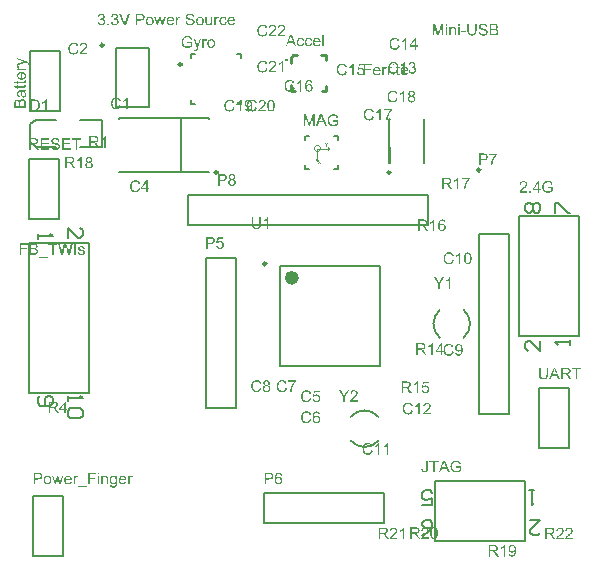
<source format=gto>
%FSAX24Y24*%
%MOIN*%
G70*
G01*
G75*
%ADD10R,0.0177X0.0118*%
%ADD11R,0.0118X0.0177*%
%ADD12O,0.0118X0.0709*%
%ADD13O,0.0709X0.0118*%
%ADD14R,0.0197X0.0925*%
%ADD15R,0.0925X0.0984*%
%ADD16R,0.0591X0.0591*%
%ADD17R,0.0551X0.0433*%
%ADD18R,0.1024X0.0945*%
%ADD19R,0.0433X0.0551*%
%ADD20R,0.0866X0.0787*%
%ADD21R,0.0236X0.0126*%
%ADD22R,0.0126X0.0236*%
%ADD23O,0.0354X0.0118*%
%ADD24O,0.0118X0.0354*%
%ADD25R,0.1024X0.1024*%
%ADD26O,0.0591X0.0236*%
%ADD27C,0.0080*%
%ADD28R,0.0591X0.0591*%
%ADD29C,0.0591*%
%ADD30C,0.0512*%
%ADD31C,0.0240*%
%ADD32C,0.0260*%
%ADD33O,0.0984X0.0276*%
%ADD34C,0.0020*%
%ADD35C,0.0236*%
%ADD36C,0.0098*%
%ADD37C,0.0079*%
%ADD38C,0.0100*%
G36*
X028110Y047270D02*
X028115Y047270D01*
X028121Y047269D01*
X028128Y047269D01*
X028135Y047267D01*
X028150Y047263D01*
X028166Y047259D01*
X028175Y047255D01*
X028183Y047251D01*
X028190Y047246D01*
X028198Y047241D01*
X028199Y047241D01*
X028200Y047240D01*
X028202Y047239D01*
X028205Y047236D01*
X028207Y047233D01*
X028211Y047229D01*
X028215Y047225D01*
X028220Y047220D01*
X028224Y047215D01*
X028229Y047208D01*
X028234Y047201D01*
X028238Y047194D01*
X028242Y047186D01*
X028246Y047177D01*
X028250Y047169D01*
X028253Y047159D01*
X028203Y047147D01*
Y047148D01*
X028202Y047149D01*
X028201Y047151D01*
X028200Y047154D01*
X028199Y047157D01*
X028198Y047161D01*
X028193Y047170D01*
X028188Y047180D01*
X028181Y047190D01*
X028173Y047200D01*
X028164Y047208D01*
X028163Y047209D01*
X028159Y047211D01*
X028154Y047214D01*
X028146Y047218D01*
X028137Y047221D01*
X028126Y047225D01*
X028114Y047227D01*
X028100Y047227D01*
X028095D01*
X028093Y047227D01*
X028089D01*
X028084Y047226D01*
X028074Y047225D01*
X028065Y047223D01*
X028065Y047222D01*
X028074Y047212D01*
X028081Y047201D01*
X028087Y047187D01*
Y047187D01*
X028088Y047186D01*
X028089Y047184D01*
X028090Y047181D01*
X028091Y047177D01*
X028093Y047172D01*
X028094Y047166D01*
X028096Y047160D01*
X028097Y047153D01*
X028099Y047145D01*
X028100Y047136D01*
X028101Y047126D01*
X028102Y047116D01*
X028104Y047105D01*
X028104Y047093D01*
Y047080D01*
Y047079D01*
Y047076D01*
Y047073D01*
Y047068D01*
X028104Y047061D01*
Y047054D01*
X028103Y047046D01*
X028102Y047038D01*
X028100Y047019D01*
X028097Y046999D01*
X028094Y046980D01*
X028091Y046970D01*
X028088Y046962D01*
Y046962D01*
X028087Y046960D01*
X028086Y046958D01*
X028085Y046955D01*
X028084Y046952D01*
X028081Y046947D01*
X028076Y046938D01*
X028069Y046927D01*
X028065Y046921D01*
X028071Y046919D01*
X028083Y046917D01*
X028096Y046917D01*
X028100D01*
X028103Y046917D01*
X028107D01*
X028111Y046918D01*
X028121Y046920D01*
X028133Y046923D01*
X028144Y046927D01*
X028156Y046933D01*
X028163Y046937D01*
X028168Y046941D01*
X028169Y046942D01*
X028169Y046942D01*
X028171Y046944D01*
X028173Y046945D01*
X028175Y046948D01*
X028178Y046952D01*
X028181Y046955D01*
X028184Y046959D01*
X028188Y046964D01*
X028191Y046970D01*
X028195Y046975D01*
X028198Y046982D01*
X028201Y046989D01*
X028204Y046997D01*
X028206Y047005D01*
X028209Y047014D01*
X028260Y047002D01*
Y047001D01*
X028259Y046999D01*
X028258Y046995D01*
X028256Y046991D01*
X028255Y046986D01*
X028252Y046980D01*
X028250Y046973D01*
X028246Y046966D01*
X028239Y046950D01*
X028229Y046935D01*
X028222Y046927D01*
X028216Y046919D01*
X028210Y046913D01*
X028202Y046906D01*
X028201Y046906D01*
X028200Y046904D01*
X028198Y046903D01*
X028195Y046901D01*
X028190Y046898D01*
X028186Y046896D01*
X028180Y046893D01*
X028174Y046890D01*
X028166Y046887D01*
X028159Y046884D01*
X028150Y046881D01*
X028141Y046878D01*
X028132Y046876D01*
X028122Y046875D01*
X028111Y046874D01*
X028100Y046873D01*
X028094D01*
X028090Y046874D01*
X028085D01*
X028079Y046874D01*
X028072Y046876D01*
X028064Y046877D01*
X028048Y046879D01*
X028032Y046884D01*
X028024Y046887D01*
X028024Y046887D01*
X028019Y046885D01*
X028009Y046881D01*
X027996Y046877D01*
X027982Y046874D01*
X027966Y046873D01*
X027962D01*
X027959Y046874D01*
X027955D01*
X027951Y046874D01*
X027940Y046877D01*
X027929Y046879D01*
X027916Y046884D01*
X027904Y046890D01*
X027898Y046894D01*
X027893Y046898D01*
X027892Y046899D01*
X027891Y046899D01*
X027890Y046901D01*
X027888Y046903D01*
X027886Y046906D01*
X027883Y046909D01*
X027878Y046917D01*
X027872Y046927D01*
X027867Y046939D01*
X027862Y046953D01*
X027859Y046969D01*
X027904Y046973D01*
Y046972D01*
X027905Y046971D01*
Y046970D01*
X027905Y046968D01*
X027907Y046962D01*
X027909Y046955D01*
X027912Y046947D01*
X027916Y046939D01*
X027920Y046932D01*
X027926Y046926D01*
X027926Y046926D01*
X027929Y046924D01*
X027933Y046922D01*
X027937Y046919D01*
X027943Y046917D01*
X027950Y046914D01*
X027959Y046913D01*
X027968Y046912D01*
X027971D01*
X027975Y046913D01*
X027980Y046913D01*
X027981Y046913D01*
X027977Y046917D01*
X027973Y046922D01*
X027968Y046927D01*
X027958Y046940D01*
X027948Y046955D01*
X027940Y046972D01*
Y046972D01*
X027939Y046974D01*
X027938Y046977D01*
X027937Y046980D01*
X027936Y046984D01*
X027934Y046990D01*
X027932Y046996D01*
X027930Y047003D01*
X027928Y047010D01*
X027926Y047018D01*
X027924Y047019D01*
X027918Y047022D01*
X027911Y047025D01*
X027904Y047029D01*
X027897Y047034D01*
X027890Y047039D01*
X027884Y047045D01*
X027884Y047045D01*
X027883Y047046D01*
X027882Y047048D01*
X027879Y047051D01*
X027877Y047055D01*
X027874Y047059D01*
X027871Y047064D01*
X027868Y047069D01*
X027865Y047075D01*
X027862Y047082D01*
X027859Y047090D01*
X027857Y047098D01*
X027854Y047106D01*
X027853Y047116D01*
X027852Y047125D01*
X027852Y047136D01*
Y047136D01*
Y047139D01*
Y047141D01*
X027852Y047145D01*
X027853Y047150D01*
X027853Y047156D01*
X027854Y047162D01*
X027856Y047170D01*
X027860Y047184D01*
X027863Y047192D01*
X027866Y047200D01*
X027870Y047208D01*
X027875Y047215D01*
X027880Y047223D01*
X027886Y047230D01*
X027887Y047230D01*
X027888Y047231D01*
X027889Y047233D01*
X027892Y047235D01*
X027895Y047238D01*
X027900Y047241D01*
X027904Y047244D01*
X027910Y047248D01*
X027915Y047251D01*
X027922Y047254D01*
X027937Y047260D01*
X027945Y047262D01*
X027954Y047264D01*
X027963Y047265D01*
X027972Y047266D01*
X027976D01*
X027979Y047265D01*
X027981D01*
X027985Y047265D01*
X027995Y047263D01*
X028005Y047261D01*
X028017Y047257D01*
X028023Y047254D01*
X028024Y047255D01*
X028029Y047257D01*
X028035Y047259D01*
X028042Y047261D01*
X028049Y047263D01*
X028065Y047267D01*
X028083Y047270D01*
X028101Y047271D01*
X028106D01*
X028110Y047270D01*
D02*
G37*
G36*
X033425Y047565D02*
X033429Y047565D01*
X033434Y047564D01*
X033440Y047564D01*
X033445Y047562D01*
X033459Y047559D01*
X033472Y047554D01*
X033479Y047550D01*
X033485Y047546D01*
X033491Y047541D01*
X033497Y047536D01*
X033498Y047536D01*
X033499Y047535D01*
X033500Y047534D01*
X033502Y047531D01*
X033505Y047528D01*
X033507Y047525D01*
X033513Y047516D01*
X033519Y047506D01*
X033524Y047494D01*
X033527Y047480D01*
X033528Y047472D01*
X033529Y047465D01*
Y047464D01*
Y047464D01*
Y047460D01*
X033528Y047455D01*
X033527Y047449D01*
X033525Y047441D01*
X033522Y047434D01*
X033519Y047426D01*
X033514Y047418D01*
X033514Y047417D01*
X033511Y047415D01*
X033508Y047411D01*
X033504Y047407D01*
X033497Y047402D01*
X033490Y047397D01*
X033482Y047392D01*
X033472Y047388D01*
X033472D01*
X033474Y047387D01*
X033475Y047386D01*
X033477Y047385D01*
X033484Y047383D01*
X033492Y047379D01*
X033500Y047373D01*
X033509Y047367D01*
X033517Y047359D01*
X033525Y047350D01*
Y047350D01*
X033526Y047349D01*
X033528Y047346D01*
X033531Y047340D01*
X033535Y047333D01*
X033538Y047324D01*
X033541Y047314D01*
X033544Y047302D01*
X033544Y047289D01*
Y047289D01*
Y047287D01*
Y047284D01*
X033544Y047281D01*
X033543Y047277D01*
X033542Y047272D01*
X033541Y047267D01*
X033540Y047260D01*
X033536Y047248D01*
X033533Y047241D01*
X033529Y047234D01*
X033525Y047227D01*
X033521Y047220D01*
X033515Y047213D01*
X033509Y047207D01*
X033509Y047206D01*
X033507Y047205D01*
X033506Y047203D01*
X033503Y047202D01*
X033499Y047199D01*
X033495Y047196D01*
X033490Y047193D01*
X033485Y047190D01*
X033479Y047187D01*
X033471Y047184D01*
X033464Y047181D01*
X033456Y047178D01*
X033447Y047177D01*
X033438Y047175D01*
X033428Y047174D01*
X033418Y047173D01*
X033412D01*
X033408Y047174D01*
X033403Y047174D01*
X033398Y047175D01*
X033391Y047176D01*
X033385Y047178D01*
X033370Y047182D01*
X033362Y047184D01*
X033355Y047187D01*
X033347Y047191D01*
X033339Y047196D01*
X033332Y047201D01*
X033325Y047207D01*
X033325Y047207D01*
X033324Y047208D01*
X033322Y047210D01*
X033320Y047213D01*
X033318Y047216D01*
X033314Y047220D01*
X033312Y047224D01*
X033308Y047230D01*
X033305Y047235D01*
X033302Y047242D01*
X033297Y047256D01*
X033294Y047264D01*
X033293Y047273D01*
X033292Y047282D01*
X033291Y047290D01*
Y047291D01*
Y047292D01*
Y047294D01*
X033292Y047297D01*
Y047300D01*
X033292Y047304D01*
X033293Y047313D01*
X033295Y047323D01*
X033299Y047333D01*
X033304Y047343D01*
X033310Y047353D01*
Y047354D01*
X033311Y047354D01*
X033313Y047357D01*
X033318Y047361D01*
X033324Y047367D01*
X033331Y047373D01*
X033341Y047379D01*
X033351Y047384D01*
X033364Y047388D01*
X033364D01*
X033363Y047388D01*
X033361Y047389D01*
X033359Y047390D01*
X033354Y047392D01*
X033348Y047395D01*
X033340Y047400D01*
X033333Y047405D01*
X033327Y047411D01*
X033320Y047418D01*
X033320Y047419D01*
X033318Y047421D01*
X033316Y047426D01*
X033314Y047431D01*
X033311Y047439D01*
X033309Y047447D01*
X033307Y047456D01*
X033307Y047466D01*
Y047467D01*
Y047468D01*
Y047470D01*
X033307Y047474D01*
X033308Y047477D01*
X033308Y047481D01*
X033310Y047491D01*
X033314Y047502D01*
X033319Y047514D01*
X033323Y047520D01*
X033327Y047526D01*
X033331Y047531D01*
X033336Y047537D01*
X033337Y047537D01*
X033338Y047538D01*
X033340Y047540D01*
X033342Y047541D01*
X033345Y047544D01*
X033349Y047546D01*
X033353Y047549D01*
X033358Y047551D01*
X033363Y047554D01*
X033369Y047557D01*
X033376Y047559D01*
X033383Y047561D01*
X033399Y047565D01*
X033408Y047565D01*
X033416Y047566D01*
X033421D01*
X033425Y047565D01*
D02*
G37*
G36*
X033171Y047180D02*
X033123D01*
Y047480D01*
X033123Y047480D01*
X033120Y047477D01*
X033117Y047474D01*
X033111Y047470D01*
X033105Y047465D01*
X033097Y047460D01*
X033088Y047454D01*
X033078Y047448D01*
X033078D01*
X033077Y047447D01*
X033074Y047445D01*
X033068Y047442D01*
X033062Y047439D01*
X033054Y047435D01*
X033046Y047431D01*
X033037Y047427D01*
X033029Y047424D01*
Y047469D01*
X033030D01*
X033031Y047470D01*
X033033Y047471D01*
X033036Y047472D01*
X033039Y047474D01*
X033043Y047476D01*
X033052Y047482D01*
X033063Y047488D01*
X033075Y047496D01*
X033086Y047505D01*
X033098Y047514D01*
X033098Y047515D01*
X033099Y047515D01*
X033101Y047517D01*
X033103Y047519D01*
X033108Y047524D01*
X033115Y047531D01*
X033121Y047539D01*
X033128Y047547D01*
X033134Y047556D01*
X033140Y047566D01*
X033171D01*
Y047180D01*
D02*
G37*
G36*
X027731Y046880D02*
X027683D01*
Y047180D01*
X027683Y047180D01*
X027680Y047177D01*
X027677Y047174D01*
X027671Y047170D01*
X027665Y047165D01*
X027657Y047160D01*
X027648Y047154D01*
X027638Y047148D01*
X027638D01*
X027637Y047147D01*
X027634Y047145D01*
X027628Y047142D01*
X027622Y047139D01*
X027614Y047135D01*
X027606Y047131D01*
X027597Y047127D01*
X027589Y047124D01*
Y047169D01*
X027590D01*
X027591Y047170D01*
X027593Y047171D01*
X027596Y047172D01*
X027599Y047174D01*
X027603Y047176D01*
X027612Y047182D01*
X027623Y047188D01*
X027635Y047196D01*
X027646Y047205D01*
X027658Y047214D01*
X027658Y047215D01*
X027659Y047215D01*
X027661Y047217D01*
X027663Y047219D01*
X027668Y047224D01*
X027675Y047231D01*
X027681Y047239D01*
X027688Y047247D01*
X027694Y047256D01*
X027700Y047266D01*
X027731D01*
Y046880D01*
D02*
G37*
G36*
X028439Y047265D02*
X028444Y047265D01*
X028449Y047264D01*
X028456Y047263D01*
X028462Y047262D01*
X028476Y047258D01*
X028491Y047252D01*
X028498Y047249D01*
X028505Y047245D01*
X028512Y047240D01*
X028518Y047235D01*
X028518Y047234D01*
X028519Y047234D01*
X028521Y047231D01*
X028523Y047229D01*
X028526Y047226D01*
X028528Y047222D01*
X028531Y047219D01*
X028534Y047214D01*
X028540Y047203D01*
X028545Y047190D01*
X028548Y047183D01*
X028549Y047175D01*
X028550Y047167D01*
X028550Y047159D01*
Y047158D01*
Y047155D01*
X028550Y047151D01*
X028549Y047145D01*
X028548Y047138D01*
X028546Y047130D01*
X028544Y047122D01*
X028540Y047114D01*
X028540Y047113D01*
X028539Y047110D01*
X028537Y047105D01*
X028533Y047099D01*
X028529Y047093D01*
X028523Y047084D01*
X028517Y047076D01*
X028509Y047066D01*
X028508Y047065D01*
X028505Y047062D01*
X028502Y047059D01*
X028499Y047056D01*
X028496Y047053D01*
X028492Y047049D01*
X028487Y047044D01*
X028482Y047039D01*
X028476Y047034D01*
X028469Y047028D01*
X028462Y047022D01*
X028454Y047014D01*
X028446Y047007D01*
X028437Y046999D01*
X028436Y046999D01*
X028435Y046998D01*
X028433Y046996D01*
X028430Y046994D01*
X028427Y046990D01*
X028423Y046987D01*
X028414Y046980D01*
X028405Y046972D01*
X028396Y046963D01*
X028388Y046956D01*
X028385Y046953D01*
X028382Y046950D01*
X028381Y046950D01*
X028380Y046948D01*
X028377Y046946D01*
X028375Y046943D01*
X028372Y046939D01*
X028368Y046935D01*
X028362Y046926D01*
X028551D01*
Y046880D01*
X028296D01*
Y046881D01*
Y046883D01*
Y046886D01*
X028297Y046891D01*
X028297Y046896D01*
X028299Y046901D01*
X028300Y046907D01*
X028302Y046913D01*
Y046913D01*
X028302Y046914D01*
X028304Y046917D01*
X028306Y046922D01*
X028309Y046929D01*
X028313Y046937D01*
X028319Y046945D01*
X028325Y046954D01*
X028333Y046964D01*
Y046964D01*
X028334Y046965D01*
X028337Y046968D01*
X028342Y046973D01*
X028349Y046980D01*
X028357Y046989D01*
X028368Y046999D01*
X028381Y047010D01*
X028395Y047022D01*
X028395Y047022D01*
X028397Y047024D01*
X028401Y047027D01*
X028405Y047030D01*
X028410Y047034D01*
X028416Y047039D01*
X028422Y047045D01*
X028429Y047051D01*
X028443Y047064D01*
X028457Y047078D01*
X028463Y047084D01*
X028469Y047091D01*
X028475Y047097D01*
X028479Y047103D01*
Y047104D01*
X028481Y047104D01*
X028482Y047106D01*
X028483Y047108D01*
X028487Y047114D01*
X028491Y047121D01*
X028495Y047130D01*
X028499Y047140D01*
X028501Y047150D01*
X028502Y047160D01*
Y047161D01*
Y047161D01*
X028502Y047165D01*
X028501Y047170D01*
X028499Y047176D01*
X028497Y047184D01*
X028493Y047192D01*
X028488Y047200D01*
X028482Y047207D01*
X028481Y047209D01*
X028478Y047211D01*
X028474Y047214D01*
X028468Y047217D01*
X028460Y047221D01*
X028451Y047224D01*
X028441Y047226D01*
X028429Y047227D01*
X028426D01*
X028423Y047226D01*
X028417Y047226D01*
X028409Y047224D01*
X028401Y047222D01*
X028391Y047218D01*
X028382Y047213D01*
X028374Y047206D01*
X028373Y047205D01*
X028371Y047202D01*
X028367Y047198D01*
X028364Y047191D01*
X028360Y047184D01*
X028357Y047174D01*
X028355Y047162D01*
X028353Y047150D01*
X028305Y047155D01*
Y047155D01*
X028306Y047157D01*
Y047160D01*
X028306Y047164D01*
X028307Y047168D01*
X028308Y047173D01*
X028310Y047179D01*
X028312Y047185D01*
X028316Y047199D01*
X028323Y047212D01*
X028327Y047219D01*
X028332Y047225D01*
X028337Y047231D01*
X028342Y047237D01*
X028343Y047237D01*
X028344Y047238D01*
X028346Y047240D01*
X028348Y047241D01*
X028352Y047244D01*
X028356Y047246D01*
X028360Y047249D01*
X028366Y047251D01*
X028372Y047254D01*
X028378Y047257D01*
X028386Y047259D01*
X028393Y047261D01*
X028402Y047263D01*
X028411Y047265D01*
X028420Y047265D01*
X028430Y047266D01*
X028436D01*
X028439Y047265D01*
D02*
G37*
G36*
X027360Y047270D02*
X027365Y047270D01*
X027371Y047269D01*
X027378Y047269D01*
X027385Y047267D01*
X027400Y047263D01*
X027416Y047259D01*
X027425Y047255D01*
X027433Y047251D01*
X027440Y047246D01*
X027448Y047241D01*
X027449Y047241D01*
X027450Y047240D01*
X027452Y047239D01*
X027455Y047236D01*
X027457Y047233D01*
X027461Y047229D01*
X027465Y047225D01*
X027470Y047220D01*
X027474Y047215D01*
X027479Y047208D01*
X027484Y047201D01*
X027488Y047194D01*
X027492Y047186D01*
X027496Y047177D01*
X027500Y047169D01*
X027503Y047159D01*
X027453Y047147D01*
Y047148D01*
X027452Y047149D01*
X027451Y047151D01*
X027450Y047154D01*
X027449Y047157D01*
X027448Y047161D01*
X027443Y047170D01*
X027438Y047180D01*
X027431Y047190D01*
X027423Y047200D01*
X027414Y047208D01*
X027413Y047209D01*
X027409Y047211D01*
X027404Y047214D01*
X027396Y047218D01*
X027387Y047221D01*
X027376Y047225D01*
X027364Y047227D01*
X027350Y047227D01*
X027345D01*
X027343Y047227D01*
X027339D01*
X027334Y047226D01*
X027324Y047225D01*
X027312Y047222D01*
X027300Y047219D01*
X027287Y047213D01*
X027275Y047206D01*
X027275D01*
X027274Y047205D01*
X027270Y047202D01*
X027265Y047197D01*
X027259Y047191D01*
X027252Y047182D01*
X027245Y047173D01*
X027239Y047161D01*
X027234Y047149D01*
Y047148D01*
X027233Y047147D01*
X027233Y047145D01*
X027232Y047143D01*
X027231Y047139D01*
X027230Y047135D01*
X027228Y047126D01*
X027226Y047115D01*
X027224Y047103D01*
X027223Y047089D01*
X027222Y047075D01*
Y047074D01*
Y047073D01*
Y047070D01*
Y047066D01*
X027223Y047063D01*
Y047058D01*
X027223Y047052D01*
X027224Y047046D01*
X027225Y047033D01*
X027228Y047018D01*
X027232Y047004D01*
X027236Y046989D01*
Y046989D01*
X027237Y046988D01*
X027238Y046986D01*
X027239Y046983D01*
X027242Y046977D01*
X027247Y046969D01*
X027253Y046960D01*
X027261Y046950D01*
X027270Y046942D01*
X027280Y046934D01*
X027281D01*
X027282Y046934D01*
X027284Y046933D01*
X027286Y046932D01*
X027289Y046931D01*
X027292Y046929D01*
X027300Y046926D01*
X027310Y046922D01*
X027321Y046919D01*
X027333Y046917D01*
X027346Y046917D01*
X027350D01*
X027353Y046917D01*
X027357D01*
X027361Y046918D01*
X027371Y046920D01*
X027383Y046923D01*
X027394Y046927D01*
X027406Y046933D01*
X027413Y046937D01*
X027418Y046941D01*
X027419Y046942D01*
X027419Y046942D01*
X027421Y046944D01*
X027423Y046945D01*
X027425Y046948D01*
X027428Y046952D01*
X027431Y046955D01*
X027434Y046959D01*
X027438Y046964D01*
X027441Y046970D01*
X027445Y046975D01*
X027448Y046982D01*
X027451Y046989D01*
X027454Y046997D01*
X027456Y047005D01*
X027459Y047014D01*
X027510Y047002D01*
Y047001D01*
X027509Y046999D01*
X027508Y046995D01*
X027506Y046991D01*
X027505Y046986D01*
X027502Y046980D01*
X027500Y046973D01*
X027496Y046966D01*
X027489Y046950D01*
X027479Y046935D01*
X027472Y046927D01*
X027466Y046919D01*
X027460Y046913D01*
X027452Y046906D01*
X027451Y046906D01*
X027450Y046904D01*
X027448Y046903D01*
X027445Y046901D01*
X027440Y046898D01*
X027436Y046896D01*
X027430Y046893D01*
X027424Y046890D01*
X027416Y046887D01*
X027409Y046884D01*
X027400Y046881D01*
X027391Y046878D01*
X027382Y046876D01*
X027372Y046875D01*
X027361Y046874D01*
X027350Y046873D01*
X027344D01*
X027340Y046874D01*
X027335D01*
X027329Y046874D01*
X027322Y046876D01*
X027314Y046877D01*
X027298Y046879D01*
X027282Y046884D01*
X027265Y046890D01*
X027257Y046894D01*
X027249Y046898D01*
X027249Y046899D01*
X027248Y046899D01*
X027245Y046901D01*
X027243Y046903D01*
X027240Y046906D01*
X027236Y046909D01*
X027232Y046913D01*
X027227Y046917D01*
X027223Y046922D01*
X027218Y046927D01*
X027208Y046940D01*
X027198Y046955D01*
X027190Y046972D01*
Y046972D01*
X027189Y046974D01*
X027188Y046977D01*
X027187Y046980D01*
X027186Y046984D01*
X027184Y046990D01*
X027182Y046996D01*
X027180Y047003D01*
X027178Y047010D01*
X027176Y047018D01*
X027173Y047035D01*
X027171Y047055D01*
X027170Y047075D01*
Y047075D01*
Y047078D01*
Y047081D01*
X027171Y047085D01*
Y047090D01*
X027171Y047096D01*
X027172Y047103D01*
X027173Y047110D01*
X027176Y047126D01*
X027179Y047144D01*
X027185Y047162D01*
X027193Y047179D01*
X027193Y047180D01*
X027194Y047181D01*
X027195Y047184D01*
X027197Y047186D01*
X027199Y047190D01*
X027202Y047195D01*
X027209Y047205D01*
X027219Y047216D01*
X027230Y047227D01*
X027243Y047238D01*
X027258Y047247D01*
X027258Y047248D01*
X027260Y047249D01*
X027262Y047250D01*
X027265Y047251D01*
X027269Y047253D01*
X027274Y047255D01*
X027279Y047257D01*
X027285Y047259D01*
X027292Y047261D01*
X027299Y047263D01*
X027315Y047267D01*
X027333Y047270D01*
X027351Y047271D01*
X027356D01*
X027360Y047270D01*
D02*
G37*
G36*
X032800Y047570D02*
X032805Y047570D01*
X032811Y047569D01*
X032818Y047568D01*
X032825Y047567D01*
X032840Y047564D01*
X032856Y047559D01*
X032865Y047555D01*
X032873Y047551D01*
X032880Y047546D01*
X032888Y047541D01*
X032889Y047541D01*
X032890Y047540D01*
X032892Y047539D01*
X032895Y047536D01*
X032897Y047533D01*
X032901Y047529D01*
X032905Y047525D01*
X032910Y047520D01*
X032914Y047515D01*
X032919Y047508D01*
X032924Y047501D01*
X032928Y047494D01*
X032932Y047486D01*
X032936Y047477D01*
X032940Y047469D01*
X032943Y047459D01*
X032893Y047447D01*
Y047448D01*
X032892Y047449D01*
X032891Y047451D01*
X032890Y047454D01*
X032889Y047457D01*
X032887Y047461D01*
X032883Y047470D01*
X032878Y047480D01*
X032871Y047490D01*
X032863Y047500D01*
X032854Y047508D01*
X032853Y047509D01*
X032849Y047511D01*
X032844Y047514D01*
X032836Y047518D01*
X032827Y047521D01*
X032816Y047525D01*
X032804Y047527D01*
X032790Y047527D01*
X032785D01*
X032783Y047527D01*
X032779D01*
X032774Y047526D01*
X032764Y047525D01*
X032752Y047522D01*
X032740Y047519D01*
X032727Y047513D01*
X032715Y047506D01*
X032715D01*
X032714Y047505D01*
X032710Y047502D01*
X032705Y047497D01*
X032699Y047491D01*
X032692Y047482D01*
X032685Y047473D01*
X032679Y047461D01*
X032674Y047449D01*
Y047448D01*
X032673Y047447D01*
X032673Y047445D01*
X032672Y047443D01*
X032671Y047439D01*
X032670Y047435D01*
X032668Y047426D01*
X032666Y047415D01*
X032664Y047403D01*
X032663Y047389D01*
X032662Y047375D01*
Y047374D01*
Y047373D01*
Y047370D01*
Y047366D01*
X032663Y047363D01*
Y047358D01*
X032663Y047352D01*
X032664Y047346D01*
X032666Y047333D01*
X032668Y047318D01*
X032672Y047304D01*
X032676Y047289D01*
Y047289D01*
X032677Y047288D01*
X032678Y047286D01*
X032679Y047283D01*
X032682Y047277D01*
X032687Y047269D01*
X032693Y047260D01*
X032701Y047250D01*
X032710Y047242D01*
X032720Y047234D01*
X032721D01*
X032722Y047234D01*
X032724Y047233D01*
X032726Y047232D01*
X032729Y047231D01*
X032732Y047229D01*
X032740Y047226D01*
X032750Y047222D01*
X032761Y047219D01*
X032773Y047217D01*
X032786Y047217D01*
X032790D01*
X032793Y047217D01*
X032797D01*
X032801Y047218D01*
X032811Y047220D01*
X032823Y047223D01*
X032834Y047227D01*
X032846Y047233D01*
X032853Y047237D01*
X032858Y047241D01*
X032859Y047242D01*
X032859Y047242D01*
X032861Y047244D01*
X032863Y047245D01*
X032865Y047248D01*
X032868Y047252D01*
X032871Y047255D01*
X032874Y047259D01*
X032878Y047264D01*
X032881Y047270D01*
X032885Y047275D01*
X032888Y047282D01*
X032891Y047289D01*
X032894Y047297D01*
X032896Y047305D01*
X032899Y047314D01*
X032950Y047302D01*
Y047301D01*
X032949Y047299D01*
X032948Y047295D01*
X032946Y047291D01*
X032945Y047286D01*
X032942Y047280D01*
X032940Y047273D01*
X032936Y047266D01*
X032929Y047250D01*
X032919Y047235D01*
X032912Y047227D01*
X032906Y047219D01*
X032900Y047213D01*
X032892Y047206D01*
X032891Y047206D01*
X032890Y047204D01*
X032887Y047203D01*
X032885Y047201D01*
X032880Y047198D01*
X032876Y047196D01*
X032870Y047193D01*
X032864Y047190D01*
X032856Y047187D01*
X032849Y047184D01*
X032840Y047181D01*
X032831Y047178D01*
X032822Y047176D01*
X032812Y047175D01*
X032801Y047174D01*
X032790Y047173D01*
X032784D01*
X032780Y047174D01*
X032775D01*
X032769Y047174D01*
X032762Y047176D01*
X032754Y047177D01*
X032738Y047179D01*
X032722Y047184D01*
X032705Y047190D01*
X032697Y047194D01*
X032689Y047198D01*
X032689Y047199D01*
X032688Y047199D01*
X032685Y047201D01*
X032683Y047203D01*
X032680Y047206D01*
X032676Y047209D01*
X032672Y047213D01*
X032667Y047217D01*
X032663Y047222D01*
X032658Y047227D01*
X032648Y047240D01*
X032638Y047255D01*
X032630Y047272D01*
Y047272D01*
X032629Y047274D01*
X032628Y047277D01*
X032627Y047280D01*
X032626Y047284D01*
X032624Y047290D01*
X032622Y047296D01*
X032620Y047303D01*
X032618Y047310D01*
X032616Y047318D01*
X032613Y047335D01*
X032611Y047355D01*
X032610Y047375D01*
Y047375D01*
Y047378D01*
Y047381D01*
X032611Y047385D01*
Y047390D01*
X032611Y047396D01*
X032612Y047403D01*
X032613Y047410D01*
X032616Y047426D01*
X032619Y047444D01*
X032625Y047462D01*
X032633Y047479D01*
X032633Y047480D01*
X032634Y047481D01*
X032635Y047484D01*
X032637Y047486D01*
X032639Y047490D01*
X032642Y047495D01*
X032649Y047505D01*
X032659Y047516D01*
X032670Y047527D01*
X032683Y047538D01*
X032698Y047547D01*
X032698Y047548D01*
X032700Y047549D01*
X032702Y047550D01*
X032705Y047551D01*
X032709Y047553D01*
X032714Y047555D01*
X032719Y047557D01*
X032725Y047559D01*
X032732Y047561D01*
X032739Y047564D01*
X032755Y047567D01*
X032773Y047570D01*
X032791Y047571D01*
X032796D01*
X032800Y047570D01*
D02*
G37*
G36*
X029741Y047540D02*
X029693D01*
Y047840D01*
X029693Y047840D01*
X029690Y047837D01*
X029687Y047834D01*
X029681Y047830D01*
X029675Y047825D01*
X029667Y047820D01*
X029658Y047814D01*
X029648Y047808D01*
X029648D01*
X029647Y047807D01*
X029644Y047805D01*
X029638Y047802D01*
X029632Y047799D01*
X029624Y047795D01*
X029616Y047791D01*
X029607Y047787D01*
X029599Y047784D01*
Y047829D01*
X029600D01*
X029601Y047830D01*
X029603Y047831D01*
X029606Y047832D01*
X029609Y047834D01*
X029613Y047836D01*
X029622Y047842D01*
X029633Y047848D01*
X029645Y047856D01*
X029656Y047865D01*
X029668Y047874D01*
X029668Y047875D01*
X029669Y047875D01*
X029671Y047877D01*
X029673Y047879D01*
X029678Y047884D01*
X029685Y047891D01*
X029691Y047899D01*
X029698Y047907D01*
X029704Y047916D01*
X029710Y047926D01*
X029741D01*
Y047540D01*
D02*
G37*
G36*
X029370Y047930D02*
X029375Y047930D01*
X029381Y047929D01*
X029388Y047929D01*
X029395Y047927D01*
X029410Y047923D01*
X029426Y047919D01*
X029435Y047915D01*
X029443Y047911D01*
X029450Y047906D01*
X029458Y047901D01*
X029459Y047901D01*
X029460Y047900D01*
X029462Y047899D01*
X029465Y047896D01*
X029467Y047893D01*
X029471Y047889D01*
X029475Y047885D01*
X029480Y047880D01*
X029484Y047875D01*
X029489Y047868D01*
X029494Y047861D01*
X029498Y047854D01*
X029502Y047846D01*
X029506Y047837D01*
X029510Y047829D01*
X029513Y047819D01*
X029463Y047807D01*
Y047808D01*
X029462Y047809D01*
X029461Y047811D01*
X029460Y047814D01*
X029459Y047817D01*
X029457Y047821D01*
X029453Y047830D01*
X029448Y047840D01*
X029441Y047850D01*
X029433Y047860D01*
X029424Y047868D01*
X029423Y047869D01*
X029419Y047871D01*
X029414Y047874D01*
X029406Y047878D01*
X029397Y047881D01*
X029386Y047885D01*
X029374Y047887D01*
X029360Y047887D01*
X029355D01*
X029353Y047887D01*
X029349D01*
X029344Y047886D01*
X029334Y047885D01*
X029322Y047882D01*
X029310Y047879D01*
X029297Y047873D01*
X029285Y047866D01*
X029285D01*
X029284Y047865D01*
X029280Y047862D01*
X029275Y047857D01*
X029269Y047851D01*
X029262Y047842D01*
X029255Y047833D01*
X029249Y047821D01*
X029244Y047809D01*
Y047808D01*
X029243Y047807D01*
X029243Y047805D01*
X029242Y047803D01*
X029241Y047799D01*
X029240Y047795D01*
X029238Y047786D01*
X029236Y047775D01*
X029234Y047763D01*
X029233Y047749D01*
X029232Y047735D01*
Y047734D01*
Y047733D01*
Y047730D01*
Y047726D01*
X029233Y047723D01*
Y047718D01*
X029233Y047712D01*
X029234Y047706D01*
X029235Y047693D01*
X029238Y047678D01*
X029242Y047664D01*
X029246Y047649D01*
Y047649D01*
X029247Y047648D01*
X029248Y047646D01*
X029249Y047643D01*
X029252Y047637D01*
X029257Y047629D01*
X029263Y047620D01*
X029271Y047610D01*
X029280Y047602D01*
X029290Y047594D01*
X029291D01*
X029292Y047594D01*
X029294Y047593D01*
X029296Y047592D01*
X029299Y047591D01*
X029302Y047589D01*
X029310Y047586D01*
X029320Y047582D01*
X029331Y047579D01*
X029343Y047577D01*
X029356Y047577D01*
X029360D01*
X029363Y047577D01*
X029367D01*
X029371Y047578D01*
X029381Y047580D01*
X029393Y047583D01*
X029404Y047587D01*
X029416Y047593D01*
X029423Y047597D01*
X029428Y047601D01*
X029429Y047602D01*
X029429Y047602D01*
X029431Y047604D01*
X029433Y047605D01*
X029435Y047608D01*
X029438Y047612D01*
X029441Y047615D01*
X029444Y047619D01*
X029448Y047624D01*
X029451Y047630D01*
X029455Y047635D01*
X029458Y047642D01*
X029461Y047649D01*
X029464Y047657D01*
X029466Y047665D01*
X029469Y047674D01*
X029520Y047662D01*
Y047661D01*
X029519Y047659D01*
X029518Y047655D01*
X029516Y047651D01*
X029515Y047646D01*
X029512Y047640D01*
X029510Y047633D01*
X029506Y047626D01*
X029499Y047610D01*
X029489Y047595D01*
X029482Y047587D01*
X029476Y047579D01*
X029470Y047573D01*
X029462Y047566D01*
X029461Y047566D01*
X029460Y047564D01*
X029457Y047563D01*
X029455Y047561D01*
X029450Y047558D01*
X029446Y047556D01*
X029440Y047553D01*
X029434Y047550D01*
X029426Y047547D01*
X029419Y047544D01*
X029410Y047541D01*
X029401Y047538D01*
X029392Y047536D01*
X029382Y047535D01*
X029371Y047534D01*
X029360Y047533D01*
X029354D01*
X029350Y047534D01*
X029345D01*
X029339Y047534D01*
X029332Y047536D01*
X029324Y047537D01*
X029308Y047539D01*
X029292Y047544D01*
X029275Y047550D01*
X029267Y047554D01*
X029259Y047558D01*
X029259Y047559D01*
X029258Y047559D01*
X029255Y047561D01*
X029253Y047563D01*
X029250Y047566D01*
X029246Y047569D01*
X029242Y047573D01*
X029237Y047577D01*
X029233Y047582D01*
X029228Y047587D01*
X029218Y047600D01*
X029208Y047615D01*
X029200Y047632D01*
Y047632D01*
X029199Y047634D01*
X029198Y047637D01*
X029197Y047640D01*
X029196Y047644D01*
X029194Y047650D01*
X029192Y047656D01*
X029190Y047663D01*
X029188Y047670D01*
X029186Y047678D01*
X029183Y047695D01*
X029181Y047715D01*
X029180Y047735D01*
Y047735D01*
Y047738D01*
Y047741D01*
X029181Y047745D01*
Y047750D01*
X029181Y047756D01*
X029182Y047763D01*
X029183Y047770D01*
X029186Y047786D01*
X029189Y047804D01*
X029195Y047822D01*
X029203Y047839D01*
X029203Y047840D01*
X029204Y047841D01*
X029205Y047844D01*
X029207Y047846D01*
X029209Y047850D01*
X029212Y047855D01*
X029219Y047865D01*
X029229Y047876D01*
X029240Y047887D01*
X029253Y047898D01*
X029268Y047907D01*
X029268Y047908D01*
X029270Y047909D01*
X029272Y047910D01*
X029275Y047911D01*
X029279Y047913D01*
X029284Y047915D01*
X029289Y047917D01*
X029295Y047919D01*
X029302Y047921D01*
X029309Y047923D01*
X029325Y047927D01*
X029343Y047930D01*
X029361Y047931D01*
X029366D01*
X029370Y047930D01*
D02*
G37*
G36*
X030005Y047925D02*
X030009D01*
X030014Y047925D01*
X030024Y047922D01*
X030036Y047920D01*
X030048Y047915D01*
X030060Y047909D01*
X030066Y047905D01*
X030072Y047900D01*
X030072Y047900D01*
X030073Y047899D01*
X030075Y047897D01*
X030076Y047896D01*
X030079Y047893D01*
X030081Y047890D01*
X030087Y047882D01*
X030094Y047872D01*
X030099Y047860D01*
X030104Y047846D01*
X030107Y047830D01*
X030060Y047826D01*
Y047827D01*
X030060Y047827D01*
X030059Y047831D01*
X030057Y047836D01*
X030055Y047842D01*
X030053Y047849D01*
X030050Y047855D01*
X030046Y047861D01*
X030042Y047866D01*
X030041Y047867D01*
X030039Y047870D01*
X030035Y047873D01*
X030029Y047877D01*
X030022Y047880D01*
X030014Y047884D01*
X030005Y047886D01*
X029995Y047887D01*
X029991D01*
X029986Y047886D01*
X029981Y047885D01*
X029975Y047884D01*
X029968Y047881D01*
X029961Y047879D01*
X029955Y047874D01*
X029954Y047874D01*
X029951Y047871D01*
X029947Y047867D01*
X029942Y047862D01*
X029936Y047855D01*
X029930Y047847D01*
X029925Y047837D01*
X029919Y047826D01*
Y047826D01*
X029919Y047825D01*
X029918Y047823D01*
X029917Y047821D01*
X029916Y047818D01*
X029915Y047814D01*
X029914Y047809D01*
X029913Y047804D01*
X029911Y047798D01*
X029910Y047791D01*
X029909Y047784D01*
X029909Y047776D01*
X029908Y047767D01*
X029907Y047758D01*
X029906Y047748D01*
Y047738D01*
X029907Y047739D01*
X029909Y047742D01*
X029913Y047746D01*
X029918Y047752D01*
X029924Y047759D01*
X029931Y047765D01*
X029939Y047771D01*
X029948Y047776D01*
X029948D01*
X029949Y047777D01*
X029952Y047779D01*
X029957Y047780D01*
X029964Y047783D01*
X029971Y047785D01*
X029980Y047787D01*
X029990Y047789D01*
X030000Y047789D01*
X030004D01*
X030008Y047789D01*
X030012Y047788D01*
X030016Y047788D01*
X030022Y047786D01*
X030027Y047785D01*
X030040Y047781D01*
X030047Y047778D01*
X030054Y047774D01*
X030060Y047770D01*
X030067Y047766D01*
X030074Y047760D01*
X030080Y047754D01*
X030081Y047754D01*
X030082Y047753D01*
X030084Y047751D01*
X030085Y047748D01*
X030088Y047744D01*
X030091Y047740D01*
X030094Y047735D01*
X030097Y047730D01*
X030100Y047724D01*
X030103Y047717D01*
X030106Y047709D01*
X030109Y047702D01*
X030110Y047693D01*
X030112Y047684D01*
X030113Y047674D01*
X030114Y047664D01*
Y047664D01*
Y047663D01*
Y047661D01*
Y047658D01*
X030113Y047655D01*
Y047652D01*
X030111Y047643D01*
X030110Y047632D01*
X030107Y047621D01*
X030103Y047609D01*
X030097Y047597D01*
Y047597D01*
X030097Y047596D01*
X030096Y047594D01*
X030095Y047592D01*
X030091Y047587D01*
X030086Y047579D01*
X030080Y047572D01*
X030073Y047564D01*
X030064Y047556D01*
X030055Y047549D01*
X030054D01*
X030054Y047549D01*
X030052Y047548D01*
X030050Y047547D01*
X030044Y047544D01*
X030037Y047542D01*
X030027Y047538D01*
X030017Y047536D01*
X030005Y047534D01*
X029993Y047533D01*
X029990D01*
X029987Y047534D01*
X029983D01*
X029978Y047534D01*
X029972Y047536D01*
X029965Y047537D01*
X029959Y047539D01*
X029951Y047541D01*
X029943Y047544D01*
X029935Y047547D01*
X029927Y047552D01*
X029919Y047557D01*
X029911Y047562D01*
X029904Y047569D01*
X029897Y047577D01*
X029896Y047577D01*
X029895Y047579D01*
X029893Y047581D01*
X029891Y047585D01*
X029888Y047590D01*
X029885Y047596D01*
X029882Y047603D01*
X029878Y047610D01*
X029874Y047620D01*
X029871Y047630D01*
X029868Y047642D01*
X029865Y047655D01*
X029863Y047669D01*
X029861Y047685D01*
X029860Y047702D01*
X029859Y047719D01*
Y047720D01*
Y047720D01*
Y047722D01*
Y047724D01*
X029860Y047730D01*
Y047738D01*
X029860Y047746D01*
X029862Y047757D01*
X029863Y047769D01*
X029864Y047781D01*
X029867Y047794D01*
X029869Y047808D01*
X029873Y047821D01*
X029877Y047835D01*
X029882Y047847D01*
X029887Y047860D01*
X029893Y047871D01*
X029900Y047881D01*
X029901Y047882D01*
X029902Y047883D01*
X029904Y047885D01*
X029907Y047889D01*
X029910Y047892D01*
X029915Y047895D01*
X029920Y047900D01*
X029926Y047904D01*
X029933Y047907D01*
X029940Y047912D01*
X029948Y047915D01*
X029956Y047919D01*
X029966Y047922D01*
X029976Y047924D01*
X029986Y047925D01*
X029998Y047926D01*
X030002D01*
X030005Y047925D01*
D02*
G37*
G36*
X032381Y046580D02*
X032333D01*
Y046880D01*
X032333Y046880D01*
X032330Y046877D01*
X032327Y046874D01*
X032321Y046870D01*
X032315Y046865D01*
X032307Y046860D01*
X032298Y046854D01*
X032288Y046848D01*
X032288D01*
X032287Y046847D01*
X032284Y046845D01*
X032278Y046842D01*
X032272Y046839D01*
X032264Y046835D01*
X032256Y046831D01*
X032247Y046827D01*
X032239Y046824D01*
Y046869D01*
X032240D01*
X032241Y046870D01*
X032243Y046871D01*
X032246Y046872D01*
X032249Y046874D01*
X032253Y046876D01*
X032262Y046882D01*
X032273Y046888D01*
X032285Y046896D01*
X032296Y046905D01*
X032308Y046914D01*
X032308Y046915D01*
X032309Y046915D01*
X032311Y046917D01*
X032313Y046919D01*
X032318Y046924D01*
X032325Y046931D01*
X032331Y046939D01*
X032338Y046947D01*
X032344Y046956D01*
X032350Y046966D01*
X032381D01*
Y046580D01*
D02*
G37*
G36*
X032754Y046922D02*
X032753Y046921D01*
X032752Y046920D01*
X032750Y046918D01*
X032747Y046915D01*
X032744Y046911D01*
X032740Y046906D01*
X032735Y046901D01*
X032730Y046894D01*
X032725Y046887D01*
X032719Y046880D01*
X032713Y046871D01*
X032707Y046862D01*
X032700Y046852D01*
X032694Y046841D01*
X032687Y046830D01*
X032680Y046818D01*
X032680Y046818D01*
X032679Y046815D01*
X032677Y046812D01*
X032674Y046807D01*
X032671Y046801D01*
X032668Y046794D01*
X032664Y046786D01*
X032660Y046778D01*
X032656Y046768D01*
X032651Y046758D01*
X032646Y046747D01*
X032642Y046735D01*
X032633Y046711D01*
X032625Y046685D01*
Y046685D01*
X032624Y046683D01*
X032624Y046680D01*
X032623Y046677D01*
X032621Y046673D01*
X032620Y046667D01*
X032619Y046661D01*
X032618Y046654D01*
X032616Y046647D01*
X032614Y046638D01*
X032611Y046621D01*
X032609Y046601D01*
X032607Y046580D01*
X032559D01*
Y046581D01*
Y046582D01*
Y046584D01*
X032559Y046588D01*
Y046592D01*
X032560Y046598D01*
X032560Y046604D01*
X032561Y046611D01*
X032562Y046618D01*
X032563Y046626D01*
X032565Y046635D01*
X032566Y046645D01*
X032568Y046655D01*
X032570Y046666D01*
X032576Y046689D01*
Y046689D01*
X032576Y046692D01*
X032578Y046695D01*
X032579Y046700D01*
X032581Y046705D01*
X032583Y046712D01*
X032585Y046720D01*
X032589Y046728D01*
X032592Y046738D01*
X032595Y046747D01*
X032604Y046768D01*
X032614Y046790D01*
X032625Y046813D01*
X032625Y046813D01*
X032626Y046815D01*
X032628Y046818D01*
X032630Y046823D01*
X032633Y046828D01*
X032637Y046834D01*
X032641Y046840D01*
X032645Y046848D01*
X032656Y046864D01*
X032667Y046880D01*
X032680Y046897D01*
X032693Y046914D01*
X032505D01*
Y046959D01*
X032754D01*
Y046922D01*
D02*
G37*
G36*
X032010Y046970D02*
X032015Y046970D01*
X032021Y046969D01*
X032028Y046968D01*
X032035Y046967D01*
X032050Y046964D01*
X032066Y046959D01*
X032075Y046955D01*
X032083Y046951D01*
X032090Y046946D01*
X032098Y046941D01*
X032099Y046941D01*
X032100Y046940D01*
X032102Y046939D01*
X032105Y046936D01*
X032107Y046933D01*
X032111Y046929D01*
X032115Y046925D01*
X032120Y046920D01*
X032124Y046915D01*
X032129Y046908D01*
X032134Y046901D01*
X032138Y046894D01*
X032142Y046886D01*
X032146Y046877D01*
X032150Y046869D01*
X032153Y046859D01*
X032103Y046847D01*
Y046848D01*
X032102Y046849D01*
X032101Y046851D01*
X032100Y046854D01*
X032099Y046857D01*
X032097Y046861D01*
X032093Y046870D01*
X032088Y046880D01*
X032081Y046890D01*
X032073Y046900D01*
X032064Y046908D01*
X032063Y046909D01*
X032059Y046911D01*
X032054Y046914D01*
X032046Y046918D01*
X032037Y046921D01*
X032026Y046925D01*
X032014Y046927D01*
X032000Y046927D01*
X031995D01*
X031993Y046927D01*
X031989D01*
X031984Y046926D01*
X031974Y046925D01*
X031962Y046922D01*
X031950Y046919D01*
X031937Y046913D01*
X031925Y046906D01*
X031925D01*
X031924Y046905D01*
X031920Y046902D01*
X031915Y046897D01*
X031909Y046891D01*
X031902Y046882D01*
X031895Y046873D01*
X031889Y046861D01*
X031884Y046849D01*
Y046848D01*
X031883Y046847D01*
X031883Y046845D01*
X031882Y046843D01*
X031881Y046839D01*
X031880Y046835D01*
X031878Y046826D01*
X031876Y046815D01*
X031874Y046803D01*
X031873Y046789D01*
X031872Y046775D01*
Y046774D01*
Y046773D01*
Y046770D01*
Y046766D01*
X031873Y046763D01*
Y046758D01*
X031873Y046752D01*
X031874Y046746D01*
X031876Y046733D01*
X031878Y046718D01*
X031882Y046704D01*
X031886Y046689D01*
Y046689D01*
X031887Y046688D01*
X031888Y046686D01*
X031889Y046683D01*
X031892Y046677D01*
X031897Y046669D01*
X031903Y046660D01*
X031911Y046650D01*
X031920Y046642D01*
X031930Y046634D01*
X031931D01*
X031932Y046634D01*
X031934Y046633D01*
X031936Y046632D01*
X031939Y046631D01*
X031942Y046629D01*
X031950Y046626D01*
X031960Y046622D01*
X031971Y046619D01*
X031983Y046617D01*
X031996Y046617D01*
X032000D01*
X032003Y046617D01*
X032007D01*
X032011Y046618D01*
X032021Y046620D01*
X032033Y046623D01*
X032044Y046627D01*
X032056Y046633D01*
X032063Y046637D01*
X032068Y046641D01*
X032069Y046642D01*
X032069Y046642D01*
X032071Y046644D01*
X032073Y046645D01*
X032075Y046648D01*
X032078Y046652D01*
X032081Y046655D01*
X032084Y046659D01*
X032088Y046664D01*
X032091Y046670D01*
X032095Y046675D01*
X032098Y046682D01*
X032101Y046689D01*
X032104Y046697D01*
X032106Y046705D01*
X032109Y046714D01*
X032160Y046702D01*
Y046701D01*
X032159Y046699D01*
X032158Y046695D01*
X032156Y046691D01*
X032155Y046686D01*
X032152Y046680D01*
X032150Y046673D01*
X032146Y046666D01*
X032139Y046650D01*
X032129Y046635D01*
X032122Y046627D01*
X032116Y046619D01*
X032110Y046613D01*
X032102Y046606D01*
X032101Y046606D01*
X032100Y046604D01*
X032097Y046603D01*
X032095Y046601D01*
X032090Y046598D01*
X032086Y046596D01*
X032080Y046593D01*
X032074Y046590D01*
X032066Y046587D01*
X032059Y046584D01*
X032050Y046581D01*
X032041Y046578D01*
X032032Y046576D01*
X032022Y046575D01*
X032011Y046574D01*
X032000Y046573D01*
X031994D01*
X031990Y046574D01*
X031985D01*
X031979Y046574D01*
X031972Y046576D01*
X031964Y046577D01*
X031948Y046579D01*
X031932Y046584D01*
X031915Y046590D01*
X031907Y046594D01*
X031899Y046598D01*
X031899Y046599D01*
X031898Y046599D01*
X031895Y046601D01*
X031893Y046603D01*
X031890Y046606D01*
X031886Y046609D01*
X031882Y046613D01*
X031877Y046617D01*
X031873Y046622D01*
X031868Y046627D01*
X031858Y046640D01*
X031848Y046655D01*
X031840Y046672D01*
Y046672D01*
X031839Y046674D01*
X031838Y046677D01*
X031837Y046680D01*
X031836Y046684D01*
X031834Y046690D01*
X031832Y046696D01*
X031830Y046703D01*
X031828Y046710D01*
X031826Y046718D01*
X031823Y046735D01*
X031821Y046755D01*
X031820Y046775D01*
Y046775D01*
Y046778D01*
Y046781D01*
X031821Y046785D01*
Y046790D01*
X031821Y046796D01*
X031822Y046803D01*
X031823Y046810D01*
X031826Y046826D01*
X031829Y046844D01*
X031835Y046862D01*
X031843Y046879D01*
X031843Y046880D01*
X031844Y046881D01*
X031845Y046884D01*
X031847Y046886D01*
X031849Y046890D01*
X031852Y046895D01*
X031859Y046905D01*
X031869Y046916D01*
X031880Y046927D01*
X031893Y046938D01*
X031908Y046947D01*
X031908Y046948D01*
X031910Y046949D01*
X031912Y046950D01*
X031915Y046951D01*
X031919Y046953D01*
X031924Y046955D01*
X031929Y046957D01*
X031935Y046959D01*
X031942Y046961D01*
X031949Y046964D01*
X031965Y046967D01*
X031983Y046970D01*
X032001Y046971D01*
X032006D01*
X032010Y046970D01*
D02*
G37*
G36*
X025953Y049390D02*
X025957D01*
X025968Y049389D01*
X025979Y049387D01*
X025991Y049385D01*
X026005Y049381D01*
X026018Y049377D01*
X026018D01*
X026019Y049376D01*
X026021Y049376D01*
X026023Y049375D01*
X026029Y049371D01*
X026037Y049367D01*
X026045Y049362D01*
X026054Y049355D01*
X026062Y049348D01*
X026070Y049339D01*
X026071Y049338D01*
X026074Y049335D01*
X026077Y049330D01*
X026081Y049322D01*
X026086Y049314D01*
X026091Y049302D01*
X026096Y049290D01*
X026100Y049276D01*
X026054Y049264D01*
Y049265D01*
X026053Y049265D01*
X026052Y049267D01*
X026052Y049269D01*
X026050Y049274D01*
X026048Y049281D01*
X026045Y049289D01*
X026041Y049296D01*
X026037Y049304D01*
X026032Y049310D01*
X026031Y049311D01*
X026030Y049313D01*
X026026Y049316D01*
X026023Y049320D01*
X026018Y049324D01*
X026011Y049329D01*
X026004Y049333D01*
X025995Y049337D01*
X025994Y049337D01*
X025991Y049339D01*
X025986Y049340D01*
X025980Y049342D01*
X025972Y049344D01*
X025963Y049346D01*
X025953Y049347D01*
X025943Y049347D01*
X025936D01*
X025934Y049347D01*
X025930D01*
X025922Y049346D01*
X025913Y049345D01*
X025902Y049343D01*
X025892Y049340D01*
X025882Y049336D01*
X025881Y049336D01*
X025878Y049335D01*
X025873Y049332D01*
X025868Y049329D01*
X025861Y049325D01*
X025854Y049320D01*
X025847Y049315D01*
X025841Y049309D01*
X025840Y049308D01*
X025838Y049306D01*
X025835Y049302D01*
X025832Y049297D01*
X025828Y049292D01*
X025824Y049285D01*
X025820Y049278D01*
X025817Y049270D01*
Y049270D01*
X025816Y049269D01*
X025815Y049267D01*
X025814Y049264D01*
X025813Y049261D01*
X025812Y049257D01*
X025810Y049253D01*
X025809Y049248D01*
X025807Y049236D01*
X025804Y049223D01*
X025803Y049209D01*
X025802Y049193D01*
Y049193D01*
Y049191D01*
Y049188D01*
X025803Y049185D01*
Y049180D01*
X025803Y049175D01*
X025804Y049169D01*
X025804Y049163D01*
X025807Y049149D01*
X025809Y049135D01*
X025814Y049120D01*
X025819Y049107D01*
Y049106D01*
X025820Y049105D01*
X025821Y049103D01*
X025823Y049101D01*
X025827Y049095D01*
X025833Y049087D01*
X025840Y049079D01*
X025849Y049070D01*
X025859Y049063D01*
X025871Y049056D01*
X025872D01*
X025873Y049055D01*
X025874Y049054D01*
X025877Y049053D01*
X025880Y049052D01*
X025884Y049051D01*
X025893Y049047D01*
X025904Y049044D01*
X025916Y049042D01*
X025929Y049039D01*
X025943Y049039D01*
X025949D01*
X025952Y049039D01*
X025955D01*
X025964Y049041D01*
X025974Y049042D01*
X025984Y049044D01*
X025996Y049047D01*
X026008Y049051D01*
X026008D01*
X026009Y049052D01*
X026010Y049052D01*
X026013Y049053D01*
X026019Y049056D01*
X026025Y049059D01*
X026033Y049063D01*
X026041Y049068D01*
X026049Y049073D01*
X026056Y049078D01*
Y049150D01*
X025943D01*
Y049196D01*
X026106D01*
Y049053D01*
X026105Y049053D01*
X026104Y049052D01*
X026102Y049051D01*
X026099Y049048D01*
X026096Y049046D01*
X026092Y049043D01*
X026087Y049040D01*
X026082Y049037D01*
X026070Y049029D01*
X026057Y049022D01*
X026043Y049014D01*
X026028Y049008D01*
X026028D01*
X026026Y049008D01*
X026024Y049007D01*
X026021Y049006D01*
X026018Y049005D01*
X026013Y049003D01*
X026008Y049002D01*
X026003Y049001D01*
X025991Y048998D01*
X025977Y048996D01*
X025962Y048994D01*
X025946Y048993D01*
X025941D01*
X025937Y048994D01*
X025932D01*
X025926Y048994D01*
X025919Y048996D01*
X025912Y048996D01*
X025896Y048999D01*
X025879Y049003D01*
X025861Y049009D01*
X025852Y049013D01*
X025843Y049017D01*
X025843Y049018D01*
X025841Y049018D01*
X025839Y049020D01*
X025835Y049022D01*
X025832Y049024D01*
X025828Y049027D01*
X025817Y049035D01*
X025806Y049045D01*
X025794Y049057D01*
X025783Y049071D01*
X025773Y049087D01*
Y049088D01*
X025772Y049089D01*
X025771Y049092D01*
X025769Y049095D01*
X025768Y049099D01*
X025766Y049105D01*
X025764Y049110D01*
X025762Y049117D01*
X025759Y049124D01*
X025757Y049133D01*
X025756Y049141D01*
X025754Y049150D01*
X025751Y049169D01*
X025750Y049190D01*
Y049190D01*
Y049193D01*
Y049195D01*
X025751Y049199D01*
Y049204D01*
X025751Y049210D01*
X025752Y049216D01*
X025753Y049224D01*
X025754Y049231D01*
X025756Y049240D01*
X025760Y049258D01*
X025766Y049276D01*
X025773Y049294D01*
X025774Y049295D01*
X025774Y049296D01*
X025776Y049299D01*
X025778Y049302D01*
X025780Y049306D01*
X025783Y049311D01*
X025791Y049321D01*
X025800Y049334D01*
X025812Y049345D01*
X025825Y049357D01*
X025833Y049362D01*
X025840Y049367D01*
X025841Y049367D01*
X025843Y049368D01*
X025845Y049369D01*
X025848Y049371D01*
X025853Y049372D01*
X025858Y049375D01*
X025863Y049377D01*
X025870Y049379D01*
X025877Y049381D01*
X025885Y049383D01*
X025893Y049385D01*
X025902Y049387D01*
X025921Y049390D01*
X025931Y049391D01*
X025949D01*
X025953Y049390D01*
D02*
G37*
G36*
X020858Y047274D02*
X020869Y047273D01*
X020880Y047272D01*
X020891Y047270D01*
X020900Y047269D01*
X020901D01*
X020902Y047268D01*
X020904D01*
X020906Y047267D01*
X020912Y047265D01*
X020920Y047262D01*
X020929Y047259D01*
X020938Y047254D01*
X020948Y047248D01*
X020956Y047241D01*
X020957Y047240D01*
X020958Y047240D01*
X020959Y047238D01*
X020961Y047236D01*
X020967Y047231D01*
X020974Y047223D01*
X020981Y047214D01*
X020989Y047202D01*
X020996Y047190D01*
X021002Y047175D01*
Y047175D01*
X021002Y047174D01*
X021004Y047171D01*
X021004Y047168D01*
X021006Y047164D01*
X021007Y047160D01*
X021008Y047155D01*
X021010Y047149D01*
X021011Y047143D01*
X021012Y047135D01*
X021015Y047120D01*
X021017Y047103D01*
X021017Y047084D01*
Y047083D01*
Y047082D01*
Y047079D01*
Y047076D01*
X021017Y047073D01*
Y047068D01*
X021016Y047058D01*
X021015Y047045D01*
X021013Y047033D01*
X021010Y047019D01*
X021007Y047006D01*
Y047005D01*
X021006Y047004D01*
X021006Y047003D01*
X021005Y047000D01*
X021003Y046994D01*
X021000Y046987D01*
X020996Y046978D01*
X020992Y046969D01*
X020986Y046959D01*
X020981Y046950D01*
X020980Y046949D01*
X020978Y046947D01*
X020975Y046943D01*
X020970Y046938D01*
X020965Y046932D01*
X020959Y046927D01*
X020953Y046921D01*
X020946Y046916D01*
X020945Y046915D01*
X020943Y046913D01*
X020939Y046911D01*
X020933Y046908D01*
X020926Y046905D01*
X020919Y046902D01*
X020910Y046899D01*
X020900Y046896D01*
X020899D01*
X020897Y046896D01*
X020895Y046895D01*
X020890Y046894D01*
X020882Y046893D01*
X020873Y046892D01*
X020863Y046891D01*
X020851Y046891D01*
X020838Y046890D01*
X020700D01*
Y047274D01*
X020848D01*
X020858Y047274D01*
D02*
G37*
G36*
X021246Y046890D02*
X021198D01*
Y047190D01*
X021198Y047190D01*
X021195Y047187D01*
X021192Y047184D01*
X021186Y047180D01*
X021180Y047175D01*
X021172Y047170D01*
X021163Y047164D01*
X021153Y047158D01*
X021153D01*
X021152Y047157D01*
X021149Y047155D01*
X021143Y047152D01*
X021137Y047149D01*
X021129Y047145D01*
X021121Y047141D01*
X021112Y047137D01*
X021104Y047134D01*
Y047179D01*
X021105D01*
X021106Y047180D01*
X021108Y047181D01*
X021111Y047182D01*
X021114Y047184D01*
X021118Y047186D01*
X021127Y047192D01*
X021138Y047198D01*
X021150Y047206D01*
X021161Y047215D01*
X021173Y047224D01*
X021173Y047225D01*
X021174Y047225D01*
X021176Y047227D01*
X021178Y047229D01*
X021183Y047234D01*
X021190Y047241D01*
X021196Y047249D01*
X021203Y047257D01*
X021209Y047266D01*
X021215Y047276D01*
X021246D01*
Y046890D01*
D02*
G37*
G36*
X026744Y049284D02*
X026749Y049284D01*
X026755Y049282D01*
X026761Y049281D01*
X026768Y049280D01*
X026783Y049275D01*
X026791Y049273D01*
X026798Y049269D01*
X026806Y049265D01*
X026814Y049259D01*
X026821Y049254D01*
X026828Y049247D01*
X026829Y049246D01*
X026830Y049245D01*
X026832Y049243D01*
X026834Y049240D01*
X026837Y049236D01*
X026840Y049231D01*
X026843Y049226D01*
X026847Y049220D01*
X026850Y049213D01*
X026853Y049205D01*
X026857Y049196D01*
X026859Y049187D01*
X026862Y049177D01*
X026863Y049166D01*
X026864Y049155D01*
X026865Y049143D01*
Y049143D01*
Y049141D01*
Y049138D01*
Y049134D01*
X026864Y049130D01*
X026864Y049124D01*
Y049119D01*
X026863Y049113D01*
X026861Y049099D01*
X026858Y049085D01*
X026854Y049071D01*
X026848Y049058D01*
Y049058D01*
X026848Y049057D01*
X026847Y049056D01*
X026846Y049053D01*
X026842Y049048D01*
X026837Y049041D01*
X026830Y049033D01*
X026822Y049026D01*
X026812Y049018D01*
X026801Y049011D01*
X026801D01*
X026800Y049010D01*
X026798Y049009D01*
X026796Y049008D01*
X026793Y049007D01*
X026790Y049006D01*
X026781Y049002D01*
X026772Y048999D01*
X026760Y048997D01*
X026748Y048994D01*
X026735Y048994D01*
X026729D01*
X026725Y048994D01*
X026720Y048995D01*
X026714Y048996D01*
X026707Y048997D01*
X026701Y048998D01*
X026686Y049003D01*
X026677Y049006D01*
X026670Y049009D01*
X026662Y049014D01*
X026654Y049019D01*
X026647Y049024D01*
X026640Y049031D01*
X026639Y049032D01*
X026638Y049033D01*
X026636Y049035D01*
X026634Y049038D01*
X026631Y049042D01*
X026629Y049047D01*
X026625Y049052D01*
X026622Y049059D01*
X026619Y049066D01*
X026615Y049074D01*
X026612Y049083D01*
X026610Y049093D01*
X026607Y049103D01*
X026606Y049114D01*
X026605Y049127D01*
X026604Y049139D01*
Y049140D01*
Y049143D01*
X026605Y049147D01*
Y049152D01*
X026605Y049158D01*
X026606Y049166D01*
X026607Y049174D01*
X026610Y049183D01*
X026612Y049191D01*
X026615Y049201D01*
X026618Y049211D01*
X026622Y049220D01*
X026627Y049229D01*
X026633Y049238D01*
X026639Y049246D01*
X026647Y049254D01*
X026647Y049254D01*
X026649Y049255D01*
X026651Y049256D01*
X026654Y049259D01*
X026657Y049261D01*
X026661Y049264D01*
X026666Y049266D01*
X026671Y049269D01*
X026677Y049272D01*
X026684Y049275D01*
X026699Y049280D01*
X026716Y049284D01*
X026725Y049284D01*
X026735Y049285D01*
X026740D01*
X026744Y049284D01*
D02*
G37*
G36*
X026297Y048996D02*
Y048995D01*
X026296Y048993D01*
X026295Y048991D01*
X026294Y048988D01*
X026292Y048984D01*
X026291Y048980D01*
X026287Y048971D01*
X026283Y048960D01*
X026278Y048949D01*
X026274Y048940D01*
X026272Y048936D01*
X026270Y048932D01*
X026269Y048931D01*
X026268Y048928D01*
X026265Y048925D01*
X026262Y048920D01*
X026257Y048914D01*
X026252Y048908D01*
X026247Y048903D01*
X026241Y048898D01*
X026241Y048898D01*
X026238Y048897D01*
X026235Y048895D01*
X026230Y048893D01*
X026225Y048891D01*
X026218Y048889D01*
X026211Y048888D01*
X026202Y048887D01*
X026200D01*
X026197Y048888D01*
X026193D01*
X026189Y048889D01*
X026184Y048890D01*
X026178Y048891D01*
X026172Y048893D01*
X026167Y048937D01*
X026168D01*
X026170Y048937D01*
X026173Y048936D01*
X026176Y048935D01*
X026185Y048933D01*
X026194Y048933D01*
X026197D01*
X026200Y048933D01*
X026203D01*
X026211Y048935D01*
X026215Y048937D01*
X026219Y048938D01*
X026220D01*
X026221Y048939D01*
X026222Y048941D01*
X026225Y048942D01*
X026230Y048947D01*
X026234Y048953D01*
Y048953D01*
X026235Y048954D01*
X026236Y048957D01*
X026237Y048960D01*
X026240Y048964D01*
X026242Y048971D01*
X026245Y048979D01*
X026248Y048988D01*
Y048989D01*
X026249Y048991D01*
X026251Y048995D01*
X026253Y049000D01*
X026147Y049279D01*
X026197D01*
X026256Y049117D01*
Y049117D01*
X026256Y049116D01*
X026257Y049114D01*
X026257Y049112D01*
X026258Y049109D01*
X026259Y049105D01*
X026262Y049098D01*
X026266Y049088D01*
X026269Y049077D01*
X026272Y049065D01*
X026276Y049053D01*
Y049053D01*
X026276Y049054D01*
X026277Y049056D01*
X026277Y049058D01*
X026278Y049061D01*
X026279Y049064D01*
X026281Y049073D01*
X026284Y049082D01*
X026288Y049093D01*
X026291Y049104D01*
X026296Y049116D01*
X026356Y049279D01*
X026403D01*
X026297Y048996D01*
D02*
G37*
G36*
X026554Y049284D02*
X026560Y049283D01*
X026568Y049281D01*
X026575Y049278D01*
X026584Y049274D01*
X026594Y049269D01*
X026576Y049226D01*
X026576Y049226D01*
X026574Y049228D01*
X026570Y049229D01*
X026566Y049231D01*
X026561Y049233D01*
X026555Y049234D01*
X026549Y049235D01*
X026543Y049236D01*
X026540D01*
X026537Y049235D01*
X026533Y049235D01*
X026529Y049234D01*
X026524Y049232D01*
X026519Y049230D01*
X026515Y049226D01*
X026514Y049226D01*
X026513Y049225D01*
X026511Y049223D01*
X026508Y049220D01*
X026505Y049216D01*
X026503Y049211D01*
X026500Y049206D01*
X026498Y049200D01*
X026497Y049199D01*
X026496Y049196D01*
X026495Y049191D01*
X026494Y049184D01*
X026492Y049176D01*
X026491Y049166D01*
X026490Y049157D01*
X026490Y049145D01*
Y049000D01*
X026443D01*
Y049279D01*
X026485D01*
Y049236D01*
X026486Y049237D01*
X026488Y049241D01*
X026491Y049246D01*
X026495Y049252D01*
X026500Y049258D01*
X026505Y049265D01*
X026510Y049270D01*
X026515Y049275D01*
X026515Y049275D01*
X026517Y049276D01*
X026520Y049278D01*
X026524Y049280D01*
X026528Y049281D01*
X026534Y049283D01*
X026539Y049284D01*
X026545Y049285D01*
X026549D01*
X026554Y049284D01*
D02*
G37*
G36*
X028789Y049765D02*
X028794Y049765D01*
X028799Y049764D01*
X028806Y049763D01*
X028812Y049762D01*
X028826Y049758D01*
X028841Y049752D01*
X028848Y049749D01*
X028855Y049745D01*
X028862Y049740D01*
X028868Y049735D01*
X028868Y049734D01*
X028869Y049734D01*
X028871Y049731D01*
X028873Y049729D01*
X028876Y049726D01*
X028878Y049722D01*
X028881Y049719D01*
X028884Y049714D01*
X028890Y049703D01*
X028895Y049690D01*
X028898Y049683D01*
X028899Y049675D01*
X028900Y049667D01*
X028900Y049659D01*
Y049658D01*
Y049655D01*
X028900Y049651D01*
X028899Y049645D01*
X028898Y049638D01*
X028896Y049630D01*
X028894Y049622D01*
X028890Y049614D01*
X028890Y049613D01*
X028889Y049610D01*
X028887Y049605D01*
X028883Y049599D01*
X028879Y049593D01*
X028873Y049584D01*
X028867Y049576D01*
X028859Y049566D01*
X028858Y049565D01*
X028855Y049562D01*
X028852Y049559D01*
X028849Y049556D01*
X028846Y049553D01*
X028842Y049549D01*
X028837Y049544D01*
X028832Y049539D01*
X028826Y049534D01*
X028819Y049528D01*
X028812Y049522D01*
X028804Y049514D01*
X028796Y049507D01*
X028787Y049499D01*
X028786Y049499D01*
X028785Y049498D01*
X028783Y049496D01*
X028780Y049494D01*
X028777Y049490D01*
X028773Y049487D01*
X028764Y049480D01*
X028755Y049472D01*
X028746Y049463D01*
X028738Y049456D01*
X028735Y049453D01*
X028732Y049450D01*
X028731Y049450D01*
X028730Y049448D01*
X028727Y049446D01*
X028725Y049443D01*
X028722Y049439D01*
X028718Y049435D01*
X028712Y049426D01*
X028901D01*
Y049380D01*
X028646D01*
Y049381D01*
Y049383D01*
Y049386D01*
X028647Y049391D01*
X028647Y049396D01*
X028649Y049401D01*
X028650Y049407D01*
X028652Y049413D01*
Y049413D01*
X028652Y049414D01*
X028654Y049417D01*
X028656Y049422D01*
X028659Y049429D01*
X028663Y049437D01*
X028669Y049445D01*
X028675Y049454D01*
X028683Y049464D01*
Y049464D01*
X028684Y049465D01*
X028687Y049468D01*
X028692Y049473D01*
X028699Y049480D01*
X028707Y049489D01*
X028718Y049499D01*
X028731Y049510D01*
X028745Y049522D01*
X028745Y049522D01*
X028747Y049524D01*
X028751Y049527D01*
X028755Y049530D01*
X028760Y049534D01*
X028766Y049539D01*
X028772Y049545D01*
X028779Y049551D01*
X028793Y049564D01*
X028807Y049578D01*
X028813Y049584D01*
X028819Y049591D01*
X028825Y049597D01*
X028829Y049603D01*
Y049604D01*
X028831Y049604D01*
X028832Y049606D01*
X028833Y049608D01*
X028837Y049614D01*
X028841Y049621D01*
X028845Y049630D01*
X028849Y049640D01*
X028851Y049650D01*
X028852Y049660D01*
Y049661D01*
Y049661D01*
X028852Y049665D01*
X028851Y049670D01*
X028849Y049676D01*
X028847Y049684D01*
X028843Y049692D01*
X028838Y049700D01*
X028832Y049707D01*
X028831Y049709D01*
X028828Y049711D01*
X028824Y049714D01*
X028818Y049717D01*
X028810Y049721D01*
X028801Y049724D01*
X028791Y049726D01*
X028779Y049727D01*
X028776D01*
X028773Y049726D01*
X028767Y049726D01*
X028759Y049724D01*
X028751Y049722D01*
X028741Y049718D01*
X028732Y049713D01*
X028724Y049706D01*
X028723Y049705D01*
X028721Y049702D01*
X028717Y049698D01*
X028714Y049691D01*
X028710Y049684D01*
X028707Y049674D01*
X028705Y049662D01*
X028703Y049650D01*
X028655Y049655D01*
Y049655D01*
X028656Y049657D01*
Y049660D01*
X028656Y049664D01*
X028657Y049668D01*
X028658Y049673D01*
X028660Y049679D01*
X028662Y049685D01*
X028666Y049699D01*
X028673Y049712D01*
X028677Y049719D01*
X028682Y049725D01*
X028687Y049731D01*
X028692Y049737D01*
X028693Y049737D01*
X028694Y049738D01*
X028696Y049740D01*
X028698Y049741D01*
X028702Y049744D01*
X028706Y049746D01*
X028710Y049749D01*
X028716Y049751D01*
X028722Y049754D01*
X028728Y049757D01*
X028736Y049759D01*
X028743Y049761D01*
X028752Y049763D01*
X028761Y049765D01*
X028770Y049765D01*
X028780Y049766D01*
X028786D01*
X028789Y049765D01*
D02*
G37*
G36*
X029129Y048180D02*
X029082D01*
Y048480D01*
X029081Y048480D01*
X029079Y048477D01*
X029075Y048474D01*
X029070Y048470D01*
X029064Y048465D01*
X029056Y048460D01*
X029047Y048454D01*
X029037Y048448D01*
X029036D01*
X029036Y048447D01*
X029033Y048445D01*
X029027Y048442D01*
X029020Y048439D01*
X029013Y048435D01*
X029004Y048431D01*
X028996Y048427D01*
X028988Y048424D01*
Y048469D01*
X028988D01*
X028989Y048470D01*
X028991Y048471D01*
X028994Y048472D01*
X028998Y048474D01*
X029001Y048476D01*
X029011Y048482D01*
X029022Y048488D01*
X029033Y048496D01*
X029045Y048505D01*
X029056Y048514D01*
X029057Y048515D01*
X029058Y048515D01*
X029059Y048517D01*
X029061Y048519D01*
X029066Y048524D01*
X029073Y048531D01*
X029080Y048539D01*
X029087Y048547D01*
X029093Y048556D01*
X029099Y048566D01*
X029129D01*
Y048180D01*
D02*
G37*
G36*
X028460Y048570D02*
X028465Y048570D01*
X028471Y048569D01*
X028478Y048569D01*
X028485Y048567D01*
X028500Y048563D01*
X028516Y048559D01*
X028525Y048555D01*
X028533Y048551D01*
X028540Y048546D01*
X028548Y048541D01*
X028549Y048541D01*
X028550Y048540D01*
X028552Y048539D01*
X028555Y048536D01*
X028557Y048533D01*
X028561Y048529D01*
X028565Y048525D01*
X028570Y048520D01*
X028574Y048515D01*
X028579Y048508D01*
X028584Y048501D01*
X028588Y048494D01*
X028592Y048486D01*
X028596Y048477D01*
X028600Y048469D01*
X028603Y048459D01*
X028553Y048447D01*
Y048448D01*
X028552Y048449D01*
X028551Y048451D01*
X028550Y048454D01*
X028549Y048457D01*
X028547Y048461D01*
X028543Y048470D01*
X028538Y048480D01*
X028531Y048490D01*
X028523Y048500D01*
X028514Y048508D01*
X028513Y048509D01*
X028509Y048511D01*
X028504Y048514D01*
X028496Y048518D01*
X028487Y048521D01*
X028476Y048525D01*
X028464Y048527D01*
X028450Y048527D01*
X028445D01*
X028443Y048527D01*
X028439D01*
X028434Y048526D01*
X028424Y048525D01*
X028412Y048522D01*
X028400Y048519D01*
X028387Y048513D01*
X028375Y048506D01*
X028375D01*
X028374Y048505D01*
X028370Y048502D01*
X028365Y048497D01*
X028359Y048491D01*
X028352Y048482D01*
X028345Y048473D01*
X028339Y048461D01*
X028334Y048449D01*
Y048448D01*
X028333Y048447D01*
X028333Y048445D01*
X028332Y048443D01*
X028331Y048439D01*
X028330Y048435D01*
X028328Y048426D01*
X028326Y048415D01*
X028324Y048403D01*
X028323Y048389D01*
X028322Y048375D01*
Y048374D01*
Y048373D01*
Y048370D01*
Y048366D01*
X028323Y048363D01*
Y048358D01*
X028323Y048352D01*
X028324Y048346D01*
X028326Y048333D01*
X028328Y048318D01*
X028332Y048304D01*
X028336Y048289D01*
Y048289D01*
X028337Y048288D01*
X028338Y048286D01*
X028339Y048283D01*
X028342Y048277D01*
X028347Y048269D01*
X028353Y048260D01*
X028361Y048250D01*
X028370Y048242D01*
X028380Y048234D01*
X028381D01*
X028382Y048234D01*
X028384Y048233D01*
X028386Y048232D01*
X028389Y048231D01*
X028392Y048229D01*
X028400Y048226D01*
X028410Y048222D01*
X028421Y048219D01*
X028433Y048217D01*
X028446Y048217D01*
X028450D01*
X028453Y048217D01*
X028457D01*
X028461Y048218D01*
X028471Y048220D01*
X028483Y048223D01*
X028494Y048227D01*
X028506Y048233D01*
X028513Y048237D01*
X028518Y048241D01*
X028519Y048242D01*
X028519Y048242D01*
X028521Y048244D01*
X028523Y048245D01*
X028525Y048248D01*
X028528Y048252D01*
X028531Y048255D01*
X028534Y048259D01*
X028538Y048264D01*
X028541Y048270D01*
X028545Y048275D01*
X028548Y048282D01*
X028551Y048289D01*
X028554Y048297D01*
X028556Y048305D01*
X028559Y048314D01*
X028610Y048302D01*
Y048301D01*
X028609Y048299D01*
X028608Y048295D01*
X028606Y048291D01*
X028605Y048286D01*
X028602Y048280D01*
X028600Y048273D01*
X028596Y048266D01*
X028589Y048250D01*
X028579Y048235D01*
X028572Y048227D01*
X028566Y048219D01*
X028560Y048213D01*
X028552Y048206D01*
X028551Y048206D01*
X028550Y048204D01*
X028547Y048203D01*
X028545Y048201D01*
X028540Y048198D01*
X028536Y048196D01*
X028530Y048193D01*
X028524Y048190D01*
X028516Y048187D01*
X028509Y048184D01*
X028500Y048181D01*
X028491Y048178D01*
X028482Y048176D01*
X028472Y048175D01*
X028461Y048174D01*
X028450Y048173D01*
X028444D01*
X028440Y048174D01*
X028435D01*
X028429Y048174D01*
X028422Y048176D01*
X028414Y048177D01*
X028398Y048179D01*
X028382Y048184D01*
X028365Y048190D01*
X028357Y048194D01*
X028349Y048198D01*
X028349Y048199D01*
X028348Y048199D01*
X028345Y048201D01*
X028343Y048203D01*
X028340Y048206D01*
X028336Y048209D01*
X028332Y048213D01*
X028327Y048217D01*
X028323Y048222D01*
X028318Y048227D01*
X028308Y048240D01*
X028298Y048255D01*
X028290Y048272D01*
Y048272D01*
X028289Y048274D01*
X028288Y048277D01*
X028287Y048280D01*
X028286Y048284D01*
X028284Y048290D01*
X028282Y048296D01*
X028280Y048303D01*
X028278Y048310D01*
X028276Y048318D01*
X028273Y048335D01*
X028271Y048355D01*
X028270Y048375D01*
Y048375D01*
Y048378D01*
Y048381D01*
X028271Y048385D01*
Y048390D01*
X028271Y048396D01*
X028272Y048403D01*
X028273Y048410D01*
X028276Y048426D01*
X028279Y048444D01*
X028285Y048462D01*
X028293Y048479D01*
X028293Y048480D01*
X028294Y048481D01*
X028295Y048484D01*
X028297Y048486D01*
X028299Y048490D01*
X028302Y048495D01*
X028309Y048505D01*
X028319Y048516D01*
X028330Y048527D01*
X028343Y048538D01*
X028358Y048547D01*
X028358Y048548D01*
X028360Y048549D01*
X028362Y048550D01*
X028365Y048551D01*
X028369Y048553D01*
X028374Y048555D01*
X028379Y048557D01*
X028385Y048559D01*
X028392Y048561D01*
X028399Y048563D01*
X028415Y048567D01*
X028433Y048570D01*
X028451Y048571D01*
X028456D01*
X028460Y048570D01*
D02*
G37*
G36*
X028738Y047265D02*
X028745Y047264D01*
X028754Y047262D01*
X028762Y047260D01*
X028772Y047257D01*
X028781Y047253D01*
X028781D01*
X028782Y047252D01*
X028785Y047251D01*
X028789Y047248D01*
X028795Y047244D01*
X028801Y047239D01*
X028807Y047232D01*
X028814Y047225D01*
X028820Y047217D01*
X028820Y047216D01*
X028822Y047213D01*
X028825Y047208D01*
X028829Y047201D01*
X028832Y047192D01*
X028836Y047183D01*
X028840Y047172D01*
X028844Y047160D01*
Y047159D01*
X028844Y047158D01*
X028845Y047156D01*
X028845Y047154D01*
X028846Y047150D01*
X028846Y047146D01*
X028847Y047141D01*
X028848Y047136D01*
X028849Y047130D01*
X028850Y047123D01*
X028850Y047115D01*
X028851Y047108D01*
X028852Y047099D01*
Y047090D01*
X028852Y047080D01*
Y047069D01*
Y047069D01*
Y047066D01*
Y047063D01*
Y047058D01*
X028852Y047052D01*
Y047045D01*
X028851Y047038D01*
X028851Y047030D01*
X028849Y047013D01*
X028846Y046994D01*
X028843Y046977D01*
X028841Y046968D01*
X028838Y046960D01*
Y046959D01*
X028837Y046958D01*
X028836Y046956D01*
X028835Y046953D01*
X028834Y046949D01*
X028832Y046945D01*
X028827Y046936D01*
X028822Y046926D01*
X028815Y046915D01*
X028806Y046905D01*
X028796Y046896D01*
X028796D01*
X028795Y046894D01*
X028794Y046893D01*
X028791Y046892D01*
X028789Y046891D01*
X028786Y046888D01*
X028777Y046884D01*
X028767Y046881D01*
X028756Y046877D01*
X028742Y046874D01*
X028727Y046873D01*
X028721D01*
X028718Y046874D01*
X028713Y046874D01*
X028708Y046876D01*
X028701Y046877D01*
X028695Y046878D01*
X028688Y046881D01*
X028681Y046883D01*
X028674Y046886D01*
X028666Y046890D01*
X028659Y046894D01*
X028652Y046900D01*
X028645Y046906D01*
X028639Y046913D01*
X028639Y046913D01*
X028638Y046915D01*
X028636Y046918D01*
X028633Y046922D01*
X028630Y046927D01*
X028628Y046934D01*
X028624Y046942D01*
X028620Y046950D01*
X028617Y046960D01*
X028614Y046972D01*
X028610Y046985D01*
X028608Y046999D01*
X028605Y047015D01*
X028603Y047032D01*
X028602Y047050D01*
X028602Y047069D01*
Y047070D01*
Y047072D01*
Y047076D01*
Y047080D01*
X028602Y047086D01*
Y047093D01*
X028603Y047100D01*
X028603Y047109D01*
X028605Y047126D01*
X028608Y047144D01*
X028611Y047162D01*
X028613Y047171D01*
X028615Y047179D01*
Y047180D01*
X028616Y047181D01*
X028617Y047183D01*
X028618Y047186D01*
X028619Y047190D01*
X028622Y047194D01*
X028626Y047203D01*
X028632Y047213D01*
X028639Y047224D01*
X028647Y047234D01*
X028657Y047243D01*
X028658D01*
X028658Y047244D01*
X028660Y047245D01*
X028662Y047246D01*
X028665Y047249D01*
X028668Y047250D01*
X028676Y047255D01*
X028686Y047259D01*
X028698Y047262D01*
X028712Y047265D01*
X028727Y047266D01*
X028732D01*
X028738Y047265D01*
D02*
G37*
G36*
X029088Y049765D02*
X029093Y049765D01*
X029098Y049764D01*
X029104Y049763D01*
X029110Y049762D01*
X029125Y049758D01*
X029139Y049752D01*
X029146Y049749D01*
X029154Y049745D01*
X029160Y049740D01*
X029166Y049735D01*
X029167Y049734D01*
X029168Y049734D01*
X029169Y049731D01*
X029171Y049729D01*
X029174Y049726D01*
X029177Y049722D01*
X029180Y049719D01*
X029183Y049714D01*
X029189Y049703D01*
X029194Y049690D01*
X029196Y049683D01*
X029197Y049675D01*
X029199Y049667D01*
X029199Y049659D01*
Y049658D01*
Y049655D01*
X029199Y049651D01*
X029198Y049645D01*
X029197Y049638D01*
X029195Y049630D01*
X029192Y049622D01*
X029189Y049614D01*
X029189Y049613D01*
X029187Y049610D01*
X029185Y049605D01*
X029182Y049599D01*
X029177Y049593D01*
X029172Y049584D01*
X029165Y049576D01*
X029157Y049566D01*
X029156Y049565D01*
X029154Y049562D01*
X029151Y049559D01*
X029148Y049556D01*
X029145Y049553D01*
X029140Y049549D01*
X029136Y049544D01*
X029130Y049539D01*
X029125Y049534D01*
X029118Y049528D01*
X029111Y049522D01*
X029103Y049514D01*
X029094Y049507D01*
X029085Y049499D01*
X029085Y049499D01*
X029084Y049498D01*
X029081Y049496D01*
X029079Y049494D01*
X029075Y049490D01*
X029071Y049487D01*
X029063Y049480D01*
X029053Y049472D01*
X029044Y049463D01*
X029036Y049456D01*
X029033Y049453D01*
X029030Y049450D01*
X029030Y049450D01*
X029028Y049448D01*
X029026Y049446D01*
X029023Y049443D01*
X029020Y049439D01*
X029017Y049435D01*
X029010Y049426D01*
X029200D01*
Y049380D01*
X028945D01*
Y049381D01*
Y049383D01*
Y049386D01*
X028945Y049391D01*
X028946Y049396D01*
X028947Y049401D01*
X028948Y049407D01*
X028950Y049413D01*
Y049413D01*
X028951Y049414D01*
X028952Y049417D01*
X028954Y049422D01*
X028958Y049429D01*
X028962Y049437D01*
X028968Y049445D01*
X028974Y049454D01*
X028982Y049464D01*
Y049464D01*
X028983Y049465D01*
X028985Y049468D01*
X028990Y049473D01*
X028998Y049480D01*
X029006Y049489D01*
X029016Y049499D01*
X029029Y049510D01*
X029043Y049522D01*
X029044Y049522D01*
X029046Y049524D01*
X029049Y049527D01*
X029053Y049530D01*
X029058Y049534D01*
X029064Y049539D01*
X029070Y049545D01*
X029078Y049551D01*
X029091Y049564D01*
X029105Y049578D01*
X029112Y049584D01*
X029118Y049591D01*
X029124Y049597D01*
X029128Y049603D01*
Y049604D01*
X029129Y049604D01*
X029130Y049606D01*
X029131Y049608D01*
X029135Y049614D01*
X029140Y049621D01*
X029144Y049630D01*
X029147Y049640D01*
X029150Y049650D01*
X029151Y049660D01*
Y049661D01*
Y049661D01*
X029150Y049665D01*
X029150Y049670D01*
X029148Y049676D01*
X029146Y049684D01*
X029142Y049692D01*
X029137Y049700D01*
X029130Y049707D01*
X029129Y049709D01*
X029126Y049711D01*
X029122Y049714D01*
X029116Y049717D01*
X029109Y049721D01*
X029100Y049724D01*
X029089Y049726D01*
X029078Y049727D01*
X029074D01*
X029072Y049726D01*
X029065Y049726D01*
X029058Y049724D01*
X029049Y049722D01*
X029040Y049718D01*
X029031Y049713D01*
X029023Y049706D01*
X029021Y049705D01*
X029019Y049702D01*
X029016Y049698D01*
X029013Y049691D01*
X029009Y049684D01*
X029005Y049674D01*
X029003Y049662D01*
X029002Y049650D01*
X028954Y049655D01*
Y049655D01*
X028954Y049657D01*
Y049660D01*
X028955Y049664D01*
X028956Y049668D01*
X028957Y049673D01*
X028959Y049679D01*
X028960Y049685D01*
X028965Y049699D01*
X028972Y049712D01*
X028975Y049719D01*
X028980Y049725D01*
X028985Y049731D01*
X028991Y049737D01*
X028991Y049737D01*
X028993Y049738D01*
X028994Y049740D01*
X028997Y049741D01*
X029000Y049744D01*
X029004Y049746D01*
X029009Y049749D01*
X029014Y049751D01*
X029020Y049754D01*
X029027Y049757D01*
X029034Y049759D01*
X029042Y049761D01*
X029050Y049763D01*
X029059Y049765D01*
X029069Y049765D01*
X029079Y049766D01*
X029084D01*
X029088Y049765D01*
D02*
G37*
G36*
X028460Y049770D02*
X028465Y049770D01*
X028471Y049769D01*
X028478Y049769D01*
X028485Y049767D01*
X028500Y049763D01*
X028516Y049759D01*
X028525Y049755D01*
X028533Y049751D01*
X028540Y049746D01*
X028548Y049741D01*
X028549Y049741D01*
X028550Y049740D01*
X028552Y049739D01*
X028555Y049736D01*
X028557Y049733D01*
X028561Y049729D01*
X028565Y049725D01*
X028570Y049720D01*
X028574Y049715D01*
X028579Y049708D01*
X028584Y049701D01*
X028588Y049694D01*
X028592Y049686D01*
X028596Y049677D01*
X028600Y049669D01*
X028603Y049659D01*
X028553Y049647D01*
Y049648D01*
X028552Y049649D01*
X028551Y049651D01*
X028550Y049654D01*
X028549Y049657D01*
X028547Y049661D01*
X028543Y049670D01*
X028538Y049680D01*
X028531Y049690D01*
X028523Y049700D01*
X028514Y049708D01*
X028513Y049709D01*
X028509Y049711D01*
X028504Y049714D01*
X028496Y049718D01*
X028487Y049721D01*
X028476Y049725D01*
X028464Y049727D01*
X028450Y049727D01*
X028445D01*
X028443Y049727D01*
X028439D01*
X028434Y049726D01*
X028424Y049725D01*
X028412Y049722D01*
X028400Y049719D01*
X028387Y049713D01*
X028375Y049706D01*
X028375D01*
X028374Y049705D01*
X028370Y049702D01*
X028365Y049697D01*
X028359Y049691D01*
X028352Y049682D01*
X028345Y049673D01*
X028339Y049661D01*
X028334Y049649D01*
Y049648D01*
X028333Y049647D01*
X028333Y049645D01*
X028332Y049643D01*
X028331Y049639D01*
X028330Y049635D01*
X028328Y049626D01*
X028326Y049615D01*
X028324Y049603D01*
X028323Y049589D01*
X028322Y049575D01*
Y049574D01*
Y049573D01*
Y049570D01*
Y049566D01*
X028323Y049563D01*
Y049558D01*
X028323Y049552D01*
X028324Y049546D01*
X028326Y049533D01*
X028328Y049518D01*
X028332Y049504D01*
X028336Y049489D01*
Y049489D01*
X028337Y049488D01*
X028338Y049486D01*
X028339Y049483D01*
X028342Y049477D01*
X028347Y049469D01*
X028353Y049460D01*
X028361Y049450D01*
X028370Y049442D01*
X028380Y049434D01*
X028381D01*
X028382Y049434D01*
X028384Y049433D01*
X028386Y049432D01*
X028389Y049431D01*
X028392Y049429D01*
X028400Y049426D01*
X028410Y049422D01*
X028421Y049419D01*
X028433Y049417D01*
X028446Y049417D01*
X028450D01*
X028453Y049417D01*
X028457D01*
X028461Y049418D01*
X028471Y049420D01*
X028483Y049423D01*
X028494Y049427D01*
X028506Y049433D01*
X028513Y049437D01*
X028518Y049441D01*
X028519Y049442D01*
X028519Y049442D01*
X028521Y049444D01*
X028523Y049445D01*
X028525Y049448D01*
X028528Y049452D01*
X028531Y049455D01*
X028534Y049459D01*
X028538Y049464D01*
X028541Y049470D01*
X028545Y049475D01*
X028548Y049482D01*
X028551Y049489D01*
X028554Y049497D01*
X028556Y049505D01*
X028559Y049514D01*
X028610Y049502D01*
Y049501D01*
X028609Y049499D01*
X028608Y049495D01*
X028606Y049491D01*
X028605Y049486D01*
X028602Y049480D01*
X028600Y049473D01*
X028596Y049466D01*
X028589Y049450D01*
X028579Y049435D01*
X028572Y049427D01*
X028566Y049419D01*
X028560Y049413D01*
X028552Y049406D01*
X028551Y049406D01*
X028550Y049404D01*
X028547Y049403D01*
X028545Y049401D01*
X028540Y049398D01*
X028536Y049396D01*
X028530Y049393D01*
X028524Y049390D01*
X028516Y049387D01*
X028509Y049384D01*
X028500Y049381D01*
X028491Y049378D01*
X028482Y049376D01*
X028472Y049375D01*
X028461Y049374D01*
X028450Y049373D01*
X028444D01*
X028440Y049374D01*
X028435D01*
X028429Y049374D01*
X028422Y049376D01*
X028414Y049377D01*
X028398Y049379D01*
X028382Y049384D01*
X028365Y049390D01*
X028357Y049394D01*
X028349Y049398D01*
X028349Y049399D01*
X028348Y049399D01*
X028345Y049401D01*
X028343Y049403D01*
X028340Y049406D01*
X028336Y049409D01*
X028332Y049413D01*
X028327Y049417D01*
X028323Y049422D01*
X028318Y049427D01*
X028308Y049440D01*
X028298Y049455D01*
X028290Y049472D01*
Y049472D01*
X028289Y049474D01*
X028288Y049477D01*
X028287Y049480D01*
X028286Y049484D01*
X028284Y049490D01*
X028282Y049496D01*
X028280Y049503D01*
X028278Y049510D01*
X028276Y049518D01*
X028273Y049535D01*
X028271Y049555D01*
X028270Y049575D01*
Y049575D01*
Y049578D01*
Y049581D01*
X028271Y049585D01*
Y049590D01*
X028271Y049596D01*
X028272Y049603D01*
X028273Y049610D01*
X028276Y049626D01*
X028279Y049644D01*
X028285Y049662D01*
X028293Y049679D01*
X028293Y049680D01*
X028294Y049681D01*
X028295Y049684D01*
X028297Y049686D01*
X028299Y049690D01*
X028302Y049695D01*
X028309Y049705D01*
X028319Y049716D01*
X028330Y049727D01*
X028343Y049738D01*
X028358Y049747D01*
X028358Y049748D01*
X028360Y049749D01*
X028362Y049750D01*
X028365Y049751D01*
X028369Y049753D01*
X028374Y049755D01*
X028379Y049757D01*
X028385Y049759D01*
X028392Y049761D01*
X028399Y049763D01*
X028415Y049767D01*
X028433Y049770D01*
X028451Y049771D01*
X028456D01*
X028460Y049770D01*
D02*
G37*
G36*
X028789Y048565D02*
X028794Y048565D01*
X028799Y048564D01*
X028806Y048563D01*
X028812Y048562D01*
X028826Y048558D01*
X028841Y048552D01*
X028848Y048549D01*
X028855Y048545D01*
X028862Y048540D01*
X028868Y048535D01*
X028868Y048534D01*
X028869Y048534D01*
X028871Y048531D01*
X028873Y048529D01*
X028876Y048526D01*
X028878Y048522D01*
X028881Y048519D01*
X028884Y048514D01*
X028890Y048503D01*
X028895Y048490D01*
X028898Y048483D01*
X028899Y048475D01*
X028900Y048467D01*
X028900Y048459D01*
Y048458D01*
Y048455D01*
X028900Y048451D01*
X028899Y048445D01*
X028898Y048438D01*
X028896Y048430D01*
X028894Y048422D01*
X028890Y048414D01*
X028890Y048413D01*
X028889Y048410D01*
X028887Y048405D01*
X028883Y048399D01*
X028879Y048393D01*
X028873Y048384D01*
X028867Y048376D01*
X028859Y048366D01*
X028858Y048365D01*
X028855Y048362D01*
X028852Y048359D01*
X028849Y048356D01*
X028846Y048353D01*
X028842Y048349D01*
X028837Y048344D01*
X028832Y048339D01*
X028826Y048334D01*
X028819Y048328D01*
X028812Y048322D01*
X028804Y048314D01*
X028796Y048307D01*
X028787Y048299D01*
X028786Y048299D01*
X028785Y048298D01*
X028783Y048296D01*
X028780Y048294D01*
X028777Y048290D01*
X028773Y048287D01*
X028764Y048280D01*
X028755Y048272D01*
X028746Y048263D01*
X028738Y048256D01*
X028735Y048253D01*
X028732Y048250D01*
X028731Y048250D01*
X028730Y048248D01*
X028727Y048246D01*
X028725Y048243D01*
X028722Y048239D01*
X028718Y048235D01*
X028712Y048226D01*
X028901D01*
Y048180D01*
X028646D01*
Y048181D01*
Y048183D01*
Y048186D01*
X028647Y048191D01*
X028647Y048196D01*
X028649Y048201D01*
X028650Y048207D01*
X028652Y048213D01*
Y048213D01*
X028652Y048214D01*
X028654Y048217D01*
X028656Y048222D01*
X028659Y048229D01*
X028663Y048237D01*
X028669Y048245D01*
X028675Y048254D01*
X028683Y048264D01*
Y048264D01*
X028684Y048265D01*
X028687Y048268D01*
X028692Y048273D01*
X028699Y048280D01*
X028707Y048289D01*
X028718Y048299D01*
X028731Y048310D01*
X028745Y048322D01*
X028745Y048322D01*
X028747Y048324D01*
X028751Y048327D01*
X028755Y048330D01*
X028760Y048334D01*
X028766Y048339D01*
X028772Y048345D01*
X028779Y048351D01*
X028793Y048364D01*
X028807Y048378D01*
X028813Y048384D01*
X028819Y048391D01*
X028825Y048397D01*
X028829Y048403D01*
Y048404D01*
X028831Y048404D01*
X028832Y048406D01*
X028833Y048408D01*
X028837Y048414D01*
X028841Y048421D01*
X028845Y048430D01*
X028849Y048440D01*
X028851Y048450D01*
X028852Y048460D01*
Y048461D01*
Y048461D01*
X028852Y048465D01*
X028851Y048470D01*
X028849Y048476D01*
X028847Y048484D01*
X028843Y048492D01*
X028838Y048500D01*
X028832Y048507D01*
X028831Y048509D01*
X028828Y048511D01*
X028824Y048514D01*
X028818Y048517D01*
X028810Y048521D01*
X028801Y048524D01*
X028791Y048526D01*
X028779Y048527D01*
X028776D01*
X028773Y048526D01*
X028767Y048526D01*
X028759Y048524D01*
X028751Y048522D01*
X028741Y048518D01*
X028732Y048513D01*
X028724Y048506D01*
X028723Y048505D01*
X028721Y048502D01*
X028717Y048498D01*
X028714Y048491D01*
X028710Y048484D01*
X028707Y048474D01*
X028705Y048462D01*
X028703Y048450D01*
X028655Y048455D01*
Y048455D01*
X028656Y048457D01*
Y048460D01*
X028656Y048464D01*
X028657Y048468D01*
X028658Y048473D01*
X028660Y048479D01*
X028662Y048485D01*
X028666Y048499D01*
X028673Y048512D01*
X028677Y048519D01*
X028682Y048525D01*
X028687Y048531D01*
X028692Y048537D01*
X028693Y048537D01*
X028694Y048538D01*
X028696Y048540D01*
X028698Y048541D01*
X028702Y048544D01*
X028706Y048546D01*
X028710Y048549D01*
X028716Y048551D01*
X028722Y048554D01*
X028728Y048557D01*
X028736Y048559D01*
X028743Y048561D01*
X028752Y048563D01*
X028761Y048565D01*
X028770Y048565D01*
X028780Y048566D01*
X028786D01*
X028789Y048565D01*
D02*
G37*
G36*
X033241Y048940D02*
X033193D01*
Y049240D01*
X033193Y049240D01*
X033190Y049237D01*
X033187Y049234D01*
X033181Y049230D01*
X033175Y049225D01*
X033167Y049220D01*
X033158Y049214D01*
X033148Y049208D01*
X033148D01*
X033147Y049207D01*
X033144Y049205D01*
X033138Y049202D01*
X033132Y049199D01*
X033124Y049195D01*
X033116Y049191D01*
X033107Y049187D01*
X033099Y049184D01*
Y049229D01*
X033100D01*
X033101Y049230D01*
X033103Y049231D01*
X033106Y049232D01*
X033109Y049234D01*
X033113Y049236D01*
X033122Y049242D01*
X033133Y049248D01*
X033145Y049256D01*
X033156Y049265D01*
X033168Y049274D01*
X033168Y049275D01*
X033169Y049275D01*
X033171Y049277D01*
X033173Y049279D01*
X033178Y049284D01*
X033184Y049291D01*
X033191Y049299D01*
X033198Y049307D01*
X033204Y049316D01*
X033210Y049326D01*
X033241D01*
Y048940D01*
D02*
G37*
G36*
X035298Y042175D02*
X035305Y042174D01*
X035314Y042172D01*
X035322Y042170D01*
X035332Y042167D01*
X035341Y042163D01*
X035341D01*
X035342Y042162D01*
X035345Y042161D01*
X035349Y042158D01*
X035355Y042154D01*
X035361Y042149D01*
X035367Y042142D01*
X035374Y042135D01*
X035380Y042127D01*
X035380Y042126D01*
X035382Y042123D01*
X035385Y042118D01*
X035389Y042111D01*
X035392Y042102D01*
X035396Y042093D01*
X035400Y042082D01*
X035404Y042070D01*
Y042069D01*
X035404Y042068D01*
X035405Y042066D01*
X035405Y042064D01*
X035406Y042060D01*
X035406Y042056D01*
X035407Y042051D01*
X035408Y042046D01*
X035409Y042040D01*
X035410Y042033D01*
X035410Y042025D01*
X035411Y042018D01*
X035412Y042009D01*
Y042000D01*
X035412Y041990D01*
Y041979D01*
Y041979D01*
Y041976D01*
Y041973D01*
Y041968D01*
X035412Y041962D01*
Y041955D01*
X035411Y041948D01*
X035411Y041940D01*
X035409Y041923D01*
X035406Y041904D01*
X035403Y041887D01*
X035401Y041878D01*
X035398Y041870D01*
Y041869D01*
X035397Y041868D01*
X035396Y041866D01*
X035395Y041863D01*
X035394Y041859D01*
X035392Y041855D01*
X035387Y041846D01*
X035382Y041836D01*
X035375Y041825D01*
X035366Y041815D01*
X035356Y041806D01*
X035356D01*
X035355Y041804D01*
X035354Y041803D01*
X035351Y041802D01*
X035349Y041801D01*
X035346Y041798D01*
X035337Y041794D01*
X035327Y041791D01*
X035316Y041787D01*
X035302Y041784D01*
X035287Y041783D01*
X035281D01*
X035278Y041784D01*
X035273Y041784D01*
X035268Y041786D01*
X035261Y041787D01*
X035255Y041788D01*
X035248Y041791D01*
X035241Y041793D01*
X035234Y041796D01*
X035226Y041800D01*
X035219Y041804D01*
X035212Y041810D01*
X035205Y041816D01*
X035199Y041823D01*
X035199Y041823D01*
X035198Y041825D01*
X035196Y041828D01*
X035193Y041832D01*
X035190Y041837D01*
X035188Y041844D01*
X035184Y041852D01*
X035180Y041860D01*
X035177Y041870D01*
X035174Y041882D01*
X035170Y041895D01*
X035168Y041909D01*
X035165Y041925D01*
X035163Y041942D01*
X035162Y041960D01*
X035162Y041979D01*
Y041980D01*
Y041982D01*
Y041986D01*
Y041990D01*
X035162Y041996D01*
Y042003D01*
X035163Y042010D01*
X035163Y042019D01*
X035165Y042036D01*
X035168Y042054D01*
X035171Y042072D01*
X035173Y042081D01*
X035175Y042089D01*
Y042090D01*
X035176Y042091D01*
X035177Y042093D01*
X035178Y042096D01*
X035179Y042100D01*
X035182Y042104D01*
X035186Y042113D01*
X035192Y042123D01*
X035199Y042134D01*
X035207Y042144D01*
X035217Y042153D01*
X035218D01*
X035218Y042154D01*
X035220Y042155D01*
X035222Y042156D01*
X035225Y042159D01*
X035228Y042160D01*
X035236Y042165D01*
X035246Y042169D01*
X035258Y042172D01*
X035272Y042175D01*
X035287Y042176D01*
X035292D01*
X035298Y042175D01*
D02*
G37*
G36*
X035041Y041790D02*
X034993D01*
Y042090D01*
X034993Y042090D01*
X034990Y042087D01*
X034987Y042084D01*
X034981Y042080D01*
X034975Y042075D01*
X034967Y042070D01*
X034958Y042064D01*
X034948Y042058D01*
X034948D01*
X034947Y042057D01*
X034944Y042055D01*
X034938Y042052D01*
X034932Y042049D01*
X034924Y042045D01*
X034916Y042041D01*
X034907Y042037D01*
X034899Y042034D01*
Y042079D01*
X034900D01*
X034901Y042080D01*
X034903Y042081D01*
X034906Y042082D01*
X034909Y042084D01*
X034913Y042086D01*
X034922Y042092D01*
X034933Y042098D01*
X034945Y042106D01*
X034956Y042115D01*
X034968Y042124D01*
X034968Y042125D01*
X034969Y042125D01*
X034971Y042127D01*
X034973Y042129D01*
X034978Y042134D01*
X034985Y042141D01*
X034991Y042149D01*
X034998Y042157D01*
X035004Y042166D01*
X035010Y042176D01*
X035041D01*
Y041790D01*
D02*
G37*
G36*
X034670Y042180D02*
X034675Y042180D01*
X034681Y042179D01*
X034688Y042179D01*
X034695Y042177D01*
X034710Y042174D01*
X034726Y042169D01*
X034735Y042165D01*
X034743Y042161D01*
X034750Y042156D01*
X034758Y042151D01*
X034759Y042151D01*
X034760Y042150D01*
X034762Y042149D01*
X034765Y042146D01*
X034767Y042143D01*
X034771Y042139D01*
X034775Y042135D01*
X034780Y042130D01*
X034784Y042125D01*
X034789Y042118D01*
X034794Y042111D01*
X034798Y042104D01*
X034802Y042096D01*
X034806Y042087D01*
X034810Y042079D01*
X034813Y042069D01*
X034763Y042057D01*
Y042058D01*
X034762Y042059D01*
X034761Y042061D01*
X034760Y042064D01*
X034759Y042067D01*
X034757Y042071D01*
X034753Y042080D01*
X034748Y042090D01*
X034741Y042100D01*
X034733Y042110D01*
X034724Y042118D01*
X034723Y042119D01*
X034719Y042121D01*
X034714Y042124D01*
X034706Y042128D01*
X034697Y042131D01*
X034686Y042135D01*
X034674Y042137D01*
X034660Y042137D01*
X034655D01*
X034653Y042137D01*
X034649D01*
X034644Y042136D01*
X034634Y042135D01*
X034622Y042132D01*
X034610Y042129D01*
X034597Y042123D01*
X034585Y042116D01*
X034585D01*
X034584Y042115D01*
X034580Y042112D01*
X034575Y042107D01*
X034569Y042101D01*
X034562Y042092D01*
X034555Y042083D01*
X034549Y042071D01*
X034544Y042059D01*
Y042058D01*
X034543Y042057D01*
X034543Y042055D01*
X034542Y042053D01*
X034541Y042049D01*
X034540Y042045D01*
X034538Y042036D01*
X034536Y042025D01*
X034534Y042013D01*
X034533Y041999D01*
X034532Y041985D01*
Y041984D01*
Y041983D01*
Y041980D01*
Y041976D01*
X034533Y041973D01*
Y041968D01*
X034533Y041962D01*
X034534Y041956D01*
X034536Y041943D01*
X034538Y041928D01*
X034542Y041914D01*
X034546Y041899D01*
Y041899D01*
X034547Y041898D01*
X034548Y041896D01*
X034549Y041893D01*
X034552Y041887D01*
X034557Y041879D01*
X034563Y041870D01*
X034571Y041860D01*
X034580Y041852D01*
X034590Y041844D01*
X034591D01*
X034592Y041844D01*
X034594Y041843D01*
X034596Y041842D01*
X034599Y041841D01*
X034602Y041839D01*
X034610Y041836D01*
X034620Y041832D01*
X034631Y041829D01*
X034643Y041827D01*
X034656Y041827D01*
X034660D01*
X034663Y041827D01*
X034667D01*
X034671Y041828D01*
X034681Y041830D01*
X034693Y041833D01*
X034704Y041837D01*
X034716Y041843D01*
X034723Y041847D01*
X034728Y041851D01*
X034729Y041852D01*
X034729Y041852D01*
X034731Y041854D01*
X034733Y041855D01*
X034735Y041858D01*
X034738Y041862D01*
X034741Y041865D01*
X034744Y041869D01*
X034748Y041874D01*
X034751Y041880D01*
X034755Y041885D01*
X034758Y041892D01*
X034761Y041899D01*
X034764Y041907D01*
X034766Y041915D01*
X034769Y041924D01*
X034820Y041912D01*
Y041911D01*
X034819Y041909D01*
X034818Y041905D01*
X034816Y041901D01*
X034815Y041896D01*
X034812Y041890D01*
X034810Y041883D01*
X034806Y041876D01*
X034799Y041860D01*
X034789Y041845D01*
X034782Y041837D01*
X034776Y041829D01*
X034770Y041823D01*
X034762Y041816D01*
X034761Y041816D01*
X034760Y041814D01*
X034757Y041813D01*
X034755Y041811D01*
X034750Y041808D01*
X034746Y041806D01*
X034740Y041803D01*
X034734Y041800D01*
X034726Y041797D01*
X034719Y041794D01*
X034710Y041791D01*
X034701Y041788D01*
X034692Y041786D01*
X034682Y041785D01*
X034671Y041784D01*
X034660Y041783D01*
X034654D01*
X034650Y041784D01*
X034645D01*
X034639Y041784D01*
X034632Y041786D01*
X034624Y041787D01*
X034608Y041789D01*
X034592Y041794D01*
X034575Y041800D01*
X034567Y041804D01*
X034559Y041808D01*
X034559Y041809D01*
X034558Y041809D01*
X034555Y041811D01*
X034553Y041813D01*
X034550Y041816D01*
X034546Y041819D01*
X034542Y041823D01*
X034537Y041827D01*
X034533Y041832D01*
X034528Y041837D01*
X034518Y041850D01*
X034508Y041865D01*
X034500Y041882D01*
Y041882D01*
X034499Y041884D01*
X034498Y041887D01*
X034497Y041890D01*
X034496Y041894D01*
X034494Y041900D01*
X034492Y041906D01*
X034490Y041913D01*
X034488Y041920D01*
X034486Y041928D01*
X034483Y041945D01*
X034481Y041965D01*
X034480Y041985D01*
Y041985D01*
Y041988D01*
Y041991D01*
X034481Y041995D01*
Y042000D01*
X034481Y042006D01*
X034482Y042013D01*
X034483Y042020D01*
X034486Y042036D01*
X034489Y042054D01*
X034495Y042072D01*
X034503Y042089D01*
X034503Y042090D01*
X034504Y042091D01*
X034505Y042094D01*
X034507Y042096D01*
X034509Y042100D01*
X034512Y042105D01*
X034519Y042115D01*
X034529Y042126D01*
X034540Y042137D01*
X034553Y042148D01*
X034568Y042157D01*
X034568Y042158D01*
X034570Y042159D01*
X034572Y042160D01*
X034575Y042161D01*
X034579Y042163D01*
X034584Y042165D01*
X034589Y042167D01*
X034595Y042169D01*
X034602Y042171D01*
X034609Y042174D01*
X034625Y042177D01*
X034643Y042180D01*
X034661Y042181D01*
X034666D01*
X034670Y042180D01*
D02*
G37*
G36*
X032341Y035440D02*
X032293D01*
Y035740D01*
X032293Y035740D01*
X032290Y035737D01*
X032287Y035734D01*
X032281Y035730D01*
X032275Y035725D01*
X032267Y035720D01*
X032258Y035714D01*
X032248Y035708D01*
X032248D01*
X032247Y035707D01*
X032244Y035705D01*
X032238Y035702D01*
X032232Y035699D01*
X032224Y035695D01*
X032216Y035691D01*
X032207Y035687D01*
X032199Y035684D01*
Y035729D01*
X032200D01*
X032201Y035730D01*
X032203Y035731D01*
X032206Y035732D01*
X032209Y035734D01*
X032213Y035736D01*
X032222Y035742D01*
X032233Y035748D01*
X032245Y035756D01*
X032256Y035765D01*
X032268Y035774D01*
X032268Y035775D01*
X032269Y035775D01*
X032271Y035777D01*
X032273Y035779D01*
X032278Y035784D01*
X032285Y035791D01*
X032291Y035799D01*
X032298Y035807D01*
X032304Y035816D01*
X032310Y035826D01*
X032341D01*
Y035440D01*
D02*
G37*
G36*
X032639D02*
X032592D01*
Y035740D01*
X032591Y035740D01*
X032589Y035737D01*
X032585Y035734D01*
X032580Y035730D01*
X032574Y035725D01*
X032566Y035720D01*
X032557Y035714D01*
X032547Y035708D01*
X032546D01*
X032546Y035707D01*
X032543Y035705D01*
X032537Y035702D01*
X032530Y035699D01*
X032523Y035695D01*
X032514Y035691D01*
X032506Y035687D01*
X032498Y035684D01*
Y035729D01*
X032498D01*
X032499Y035730D01*
X032501Y035731D01*
X032504Y035732D01*
X032508Y035734D01*
X032511Y035736D01*
X032521Y035742D01*
X032532Y035748D01*
X032543Y035756D01*
X032555Y035765D01*
X032566Y035774D01*
X032567Y035775D01*
X032568Y035775D01*
X032569Y035777D01*
X032571Y035779D01*
X032576Y035784D01*
X032583Y035791D01*
X032590Y035799D01*
X032597Y035807D01*
X032603Y035816D01*
X032609Y035826D01*
X032639D01*
Y035440D01*
D02*
G37*
G36*
X031970Y035830D02*
X031975Y035830D01*
X031981Y035829D01*
X031988Y035828D01*
X031995Y035827D01*
X032010Y035824D01*
X032026Y035819D01*
X032035Y035815D01*
X032043Y035811D01*
X032050Y035806D01*
X032058Y035801D01*
X032059Y035801D01*
X032060Y035800D01*
X032062Y035799D01*
X032065Y035796D01*
X032067Y035793D01*
X032071Y035789D01*
X032075Y035785D01*
X032080Y035780D01*
X032084Y035775D01*
X032089Y035768D01*
X032094Y035761D01*
X032098Y035754D01*
X032102Y035746D01*
X032106Y035737D01*
X032110Y035729D01*
X032113Y035719D01*
X032063Y035707D01*
Y035708D01*
X032062Y035709D01*
X032061Y035711D01*
X032060Y035714D01*
X032059Y035717D01*
X032057Y035721D01*
X032053Y035730D01*
X032048Y035740D01*
X032041Y035750D01*
X032033Y035760D01*
X032024Y035768D01*
X032023Y035769D01*
X032019Y035771D01*
X032014Y035774D01*
X032006Y035778D01*
X031997Y035781D01*
X031986Y035785D01*
X031974Y035787D01*
X031960Y035787D01*
X031955D01*
X031953Y035787D01*
X031949D01*
X031944Y035786D01*
X031934Y035785D01*
X031922Y035782D01*
X031910Y035779D01*
X031897Y035773D01*
X031885Y035766D01*
X031885D01*
X031884Y035765D01*
X031880Y035762D01*
X031875Y035757D01*
X031869Y035751D01*
X031862Y035742D01*
X031855Y035733D01*
X031849Y035721D01*
X031844Y035709D01*
Y035708D01*
X031843Y035707D01*
X031843Y035705D01*
X031842Y035703D01*
X031841Y035699D01*
X031840Y035695D01*
X031838Y035686D01*
X031836Y035675D01*
X031834Y035663D01*
X031833Y035649D01*
X031832Y035635D01*
Y035634D01*
Y035633D01*
Y035630D01*
Y035626D01*
X031833Y035623D01*
Y035618D01*
X031833Y035612D01*
X031834Y035606D01*
X031835Y035593D01*
X031838Y035578D01*
X031842Y035564D01*
X031846Y035549D01*
Y035549D01*
X031847Y035548D01*
X031848Y035546D01*
X031849Y035543D01*
X031852Y035537D01*
X031857Y035529D01*
X031863Y035520D01*
X031871Y035510D01*
X031880Y035502D01*
X031890Y035494D01*
X031891D01*
X031892Y035494D01*
X031894Y035493D01*
X031896Y035492D01*
X031899Y035491D01*
X031902Y035489D01*
X031910Y035486D01*
X031920Y035482D01*
X031931Y035479D01*
X031943Y035477D01*
X031956Y035477D01*
X031960D01*
X031963Y035477D01*
X031967D01*
X031971Y035478D01*
X031981Y035480D01*
X031993Y035483D01*
X032004Y035487D01*
X032016Y035493D01*
X032023Y035497D01*
X032028Y035501D01*
X032029Y035502D01*
X032029Y035502D01*
X032031Y035504D01*
X032033Y035505D01*
X032035Y035508D01*
X032038Y035512D01*
X032041Y035515D01*
X032044Y035519D01*
X032048Y035524D01*
X032051Y035530D01*
X032055Y035535D01*
X032058Y035542D01*
X032061Y035549D01*
X032064Y035557D01*
X032066Y035565D01*
X032069Y035574D01*
X032120Y035562D01*
Y035561D01*
X032119Y035559D01*
X032118Y035555D01*
X032116Y035551D01*
X032115Y035546D01*
X032112Y035540D01*
X032110Y035533D01*
X032106Y035526D01*
X032099Y035510D01*
X032089Y035495D01*
X032082Y035487D01*
X032076Y035479D01*
X032070Y035473D01*
X032062Y035466D01*
X032061Y035466D01*
X032060Y035464D01*
X032057Y035463D01*
X032055Y035461D01*
X032050Y035458D01*
X032046Y035456D01*
X032040Y035453D01*
X032034Y035450D01*
X032026Y035447D01*
X032019Y035444D01*
X032010Y035441D01*
X032001Y035438D01*
X031992Y035436D01*
X031982Y035435D01*
X031971Y035434D01*
X031960Y035433D01*
X031954D01*
X031950Y035434D01*
X031945D01*
X031939Y035434D01*
X031932Y035436D01*
X031924Y035437D01*
X031908Y035439D01*
X031892Y035444D01*
X031875Y035450D01*
X031867Y035454D01*
X031859Y035458D01*
X031859Y035459D01*
X031858Y035459D01*
X031855Y035461D01*
X031853Y035463D01*
X031850Y035466D01*
X031846Y035469D01*
X031842Y035473D01*
X031837Y035477D01*
X031833Y035482D01*
X031828Y035487D01*
X031818Y035500D01*
X031808Y035515D01*
X031800Y035532D01*
Y035532D01*
X031799Y035534D01*
X031798Y035537D01*
X031797Y035540D01*
X031796Y035544D01*
X031794Y035550D01*
X031792Y035556D01*
X031790Y035563D01*
X031788Y035570D01*
X031786Y035578D01*
X031783Y035595D01*
X031781Y035615D01*
X031780Y035635D01*
Y035635D01*
Y035638D01*
Y035641D01*
X031781Y035645D01*
Y035650D01*
X031781Y035656D01*
X031782Y035663D01*
X031783Y035670D01*
X031786Y035686D01*
X031789Y035704D01*
X031795Y035722D01*
X031803Y035739D01*
X031803Y035740D01*
X031804Y035741D01*
X031805Y035744D01*
X031807Y035746D01*
X031809Y035750D01*
X031812Y035755D01*
X031819Y035765D01*
X031829Y035776D01*
X031840Y035787D01*
X031853Y035798D01*
X031868Y035807D01*
X031868Y035808D01*
X031870Y035809D01*
X031872Y035810D01*
X031875Y035811D01*
X031879Y035813D01*
X031884Y035815D01*
X031889Y035817D01*
X031895Y035819D01*
X031902Y035821D01*
X031909Y035824D01*
X031925Y035827D01*
X031943Y035830D01*
X031961Y035831D01*
X031966D01*
X031970Y035830D01*
D02*
G37*
G36*
X033753Y039154D02*
X033758D01*
X033769Y039153D01*
X033781Y039151D01*
X033795Y039150D01*
X033807Y039147D01*
X033813Y039145D01*
X033818Y039144D01*
X033819D01*
X033819Y039143D01*
X033823Y039141D01*
X033828Y039139D01*
X033834Y039135D01*
X033840Y039130D01*
X033847Y039124D01*
X033854Y039116D01*
X033861Y039107D01*
Y039106D01*
X033861Y039106D01*
X033864Y039102D01*
X033866Y039097D01*
X033869Y039090D01*
X033872Y039081D01*
X033875Y039071D01*
X033876Y039061D01*
X033877Y039049D01*
Y039049D01*
Y039048D01*
Y039045D01*
X033876Y039043D01*
Y039039D01*
X033876Y039035D01*
X033874Y039025D01*
X033870Y039014D01*
X033866Y039003D01*
X033859Y038991D01*
X033855Y038985D01*
X033850Y038980D01*
X033850Y038979D01*
X033849Y038979D01*
X033847Y038977D01*
X033845Y038975D01*
X033843Y038973D01*
X033839Y038971D01*
X033835Y038968D01*
X033830Y038965D01*
X033825Y038962D01*
X033819Y038959D01*
X033812Y038956D01*
X033805Y038953D01*
X033796Y038951D01*
X033788Y038948D01*
X033779Y038946D01*
X033769Y038945D01*
X033770Y038944D01*
X033772Y038943D01*
X033775Y038941D01*
X033780Y038939D01*
X033790Y038933D01*
X033795Y038929D01*
X033799Y038925D01*
X033800Y038924D01*
X033803Y038922D01*
X033808Y038917D01*
X033813Y038912D01*
X033819Y038904D01*
X033826Y038895D01*
X033834Y038885D01*
X033841Y038874D01*
X033907Y038770D01*
X033844D01*
X033794Y038850D01*
Y038850D01*
X033793Y038852D01*
X033791Y038853D01*
X033790Y038855D01*
X033786Y038862D01*
X033781Y038869D01*
X033775Y038878D01*
X033769Y038887D01*
X033763Y038895D01*
X033757Y038903D01*
X033756Y038903D01*
X033755Y038905D01*
X033752Y038909D01*
X033748Y038913D01*
X033740Y038921D01*
X033735Y038925D01*
X033731Y038928D01*
X033730Y038929D01*
X033729Y038929D01*
X033727Y038930D01*
X033724Y038932D01*
X033720Y038934D01*
X033717Y038935D01*
X033708Y038938D01*
X033707D01*
X033706Y038939D01*
X033704D01*
X033701Y038939D01*
X033697Y038940D01*
X033693D01*
X033687Y038940D01*
X033621D01*
Y038770D01*
X033570D01*
Y039154D01*
X033748D01*
X033753Y039154D01*
D02*
G37*
G36*
X028586Y037915D02*
X028591Y037915D01*
X028596Y037914D01*
X028601Y037914D01*
X028607Y037912D01*
X028620Y037909D01*
X028633Y037904D01*
X028640Y037900D01*
X028647Y037896D01*
X028653Y037891D01*
X028659Y037886D01*
X028659Y037886D01*
X028660Y037885D01*
X028662Y037884D01*
X028664Y037881D01*
X028666Y037878D01*
X028669Y037875D01*
X028674Y037866D01*
X028680Y037856D01*
X028685Y037844D01*
X028689Y037830D01*
X028689Y037822D01*
X028690Y037815D01*
Y037814D01*
Y037814D01*
Y037810D01*
X028689Y037805D01*
X028688Y037799D01*
X028687Y037791D01*
X028684Y037784D01*
X028681Y037776D01*
X028675Y037768D01*
X028675Y037767D01*
X028673Y037765D01*
X028669Y037761D01*
X028665Y037757D01*
X028659Y037752D01*
X028652Y037747D01*
X028643Y037742D01*
X028633Y037738D01*
X028634D01*
X028635Y037737D01*
X028637Y037736D01*
X028639Y037735D01*
X028646Y037733D01*
X028653Y037729D01*
X028662Y037723D01*
X028671Y037717D01*
X028679Y037709D01*
X028687Y037700D01*
Y037700D01*
X028687Y037699D01*
X028689Y037696D01*
X028693Y037690D01*
X028696Y037683D01*
X028699Y037674D01*
X028703Y037664D01*
X028705Y037652D01*
X028705Y037639D01*
Y037639D01*
Y037637D01*
Y037634D01*
X028705Y037631D01*
X028704Y037627D01*
X028704Y037622D01*
X028703Y037617D01*
X028701Y037610D01*
X028697Y037598D01*
X028694Y037590D01*
X028690Y037584D01*
X028687Y037577D01*
X028682Y037570D01*
X028677Y037563D01*
X028671Y037557D01*
X028670Y037556D01*
X028669Y037555D01*
X028667Y037553D01*
X028664Y037552D01*
X028661Y037549D01*
X028657Y037546D01*
X028652Y037543D01*
X028646Y037540D01*
X028640Y037537D01*
X028633Y037534D01*
X028625Y037531D01*
X028617Y037528D01*
X028608Y037527D01*
X028599Y037525D01*
X028589Y037524D01*
X028579Y037523D01*
X028573D01*
X028570Y037524D01*
X028565Y037524D01*
X028559Y037525D01*
X028553Y037526D01*
X028546Y037528D01*
X028531Y037532D01*
X028523Y037534D01*
X028516Y037537D01*
X028508Y037541D01*
X028501Y037546D01*
X028493Y037551D01*
X028487Y037557D01*
X028486Y037557D01*
X028485Y037558D01*
X028483Y037560D01*
X028481Y037563D01*
X028479Y037566D01*
X028476Y037570D01*
X028473Y037574D01*
X028470Y037580D01*
X028466Y037585D01*
X028463Y037592D01*
X028458Y037606D01*
X028456Y037614D01*
X028454Y037623D01*
X028453Y037632D01*
X028452Y037640D01*
Y037641D01*
Y037642D01*
Y037644D01*
X028453Y037647D01*
Y037650D01*
X028454Y037654D01*
X028455Y037663D01*
X028457Y037673D01*
X028460Y037683D01*
X028465Y037693D01*
X028471Y037703D01*
Y037704D01*
X028472Y037704D01*
X028475Y037707D01*
X028479Y037711D01*
X028485Y037717D01*
X028493Y037723D01*
X028502Y037729D01*
X028513Y037734D01*
X028526Y037738D01*
X028525D01*
X028525Y037738D01*
X028523Y037739D01*
X028521Y037740D01*
X028516Y037742D01*
X028509Y037745D01*
X028502Y037750D01*
X028495Y037755D01*
X028488Y037761D01*
X028482Y037768D01*
X028481Y037769D01*
X028480Y037771D01*
X028477Y037776D01*
X028475Y037781D01*
X028472Y037789D01*
X028470Y037797D01*
X028468Y037806D01*
X028468Y037816D01*
Y037817D01*
Y037818D01*
Y037820D01*
X028468Y037824D01*
X028469Y037827D01*
X028470Y037831D01*
X028472Y037841D01*
X028475Y037852D01*
X028481Y037864D01*
X028484Y037870D01*
X028488Y037876D01*
X028493Y037881D01*
X028498Y037887D01*
X028498Y037887D01*
X028500Y037888D01*
X028501Y037890D01*
X028503Y037891D01*
X028506Y037894D01*
X028510Y037896D01*
X028515Y037899D01*
X028519Y037901D01*
X028525Y037904D01*
X028531Y037907D01*
X028537Y037909D01*
X028545Y037911D01*
X028560Y037915D01*
X028569Y037915D01*
X028578Y037916D01*
X028583D01*
X028586Y037915D01*
D02*
G37*
G36*
X028260Y037920D02*
X028265Y037920D01*
X028271Y037919D01*
X028278Y037919D01*
X028285Y037917D01*
X028300Y037914D01*
X028316Y037909D01*
X028325Y037905D01*
X028333Y037901D01*
X028340Y037896D01*
X028348Y037891D01*
X028349Y037891D01*
X028350Y037890D01*
X028352Y037889D01*
X028355Y037886D01*
X028357Y037883D01*
X028361Y037879D01*
X028365Y037875D01*
X028370Y037870D01*
X028374Y037865D01*
X028379Y037858D01*
X028384Y037851D01*
X028388Y037844D01*
X028392Y037836D01*
X028396Y037827D01*
X028400Y037819D01*
X028403Y037809D01*
X028353Y037797D01*
Y037798D01*
X028352Y037799D01*
X028351Y037801D01*
X028350Y037804D01*
X028349Y037807D01*
X028347Y037811D01*
X028343Y037820D01*
X028338Y037830D01*
X028331Y037840D01*
X028323Y037850D01*
X028314Y037858D01*
X028313Y037859D01*
X028309Y037861D01*
X028304Y037864D01*
X028296Y037868D01*
X028287Y037871D01*
X028276Y037875D01*
X028264Y037877D01*
X028250Y037877D01*
X028245D01*
X028243Y037877D01*
X028239D01*
X028234Y037876D01*
X028224Y037875D01*
X028212Y037872D01*
X028200Y037869D01*
X028187Y037863D01*
X028175Y037856D01*
X028175D01*
X028174Y037855D01*
X028170Y037852D01*
X028165Y037847D01*
X028159Y037841D01*
X028152Y037832D01*
X028145Y037823D01*
X028139Y037811D01*
X028134Y037799D01*
Y037798D01*
X028133Y037797D01*
X028133Y037795D01*
X028132Y037793D01*
X028131Y037789D01*
X028130Y037785D01*
X028128Y037776D01*
X028126Y037765D01*
X028124Y037753D01*
X028123Y037739D01*
X028122Y037725D01*
Y037724D01*
Y037723D01*
Y037720D01*
Y037716D01*
X028123Y037713D01*
Y037708D01*
X028123Y037702D01*
X028124Y037696D01*
X028126Y037683D01*
X028128Y037668D01*
X028132Y037654D01*
X028136Y037639D01*
Y037639D01*
X028137Y037638D01*
X028138Y037636D01*
X028139Y037633D01*
X028142Y037627D01*
X028147Y037619D01*
X028153Y037610D01*
X028161Y037600D01*
X028170Y037592D01*
X028180Y037584D01*
X028181D01*
X028182Y037584D01*
X028184Y037583D01*
X028186Y037582D01*
X028189Y037580D01*
X028192Y037579D01*
X028200Y037576D01*
X028210Y037572D01*
X028221Y037569D01*
X028233Y037567D01*
X028246Y037567D01*
X028250D01*
X028253Y037567D01*
X028257D01*
X028261Y037568D01*
X028271Y037570D01*
X028283Y037573D01*
X028294Y037577D01*
X028306Y037583D01*
X028313Y037587D01*
X028318Y037591D01*
X028319Y037592D01*
X028319Y037592D01*
X028321Y037594D01*
X028323Y037595D01*
X028325Y037598D01*
X028328Y037602D01*
X028331Y037605D01*
X028334Y037609D01*
X028338Y037614D01*
X028341Y037620D01*
X028345Y037625D01*
X028348Y037632D01*
X028351Y037639D01*
X028354Y037647D01*
X028356Y037655D01*
X028359Y037664D01*
X028410Y037652D01*
Y037651D01*
X028409Y037649D01*
X028408Y037645D01*
X028406Y037641D01*
X028405Y037636D01*
X028402Y037630D01*
X028400Y037623D01*
X028396Y037616D01*
X028389Y037600D01*
X028379Y037585D01*
X028372Y037577D01*
X028366Y037569D01*
X028360Y037563D01*
X028352Y037556D01*
X028351Y037556D01*
X028350Y037554D01*
X028347Y037553D01*
X028345Y037551D01*
X028340Y037548D01*
X028336Y037546D01*
X028330Y037543D01*
X028324Y037540D01*
X028316Y037537D01*
X028309Y037534D01*
X028300Y037531D01*
X028291Y037528D01*
X028282Y037526D01*
X028272Y037525D01*
X028261Y037524D01*
X028250Y037523D01*
X028244D01*
X028240Y037524D01*
X028235D01*
X028229Y037524D01*
X028222Y037526D01*
X028214Y037527D01*
X028198Y037529D01*
X028182Y037534D01*
X028165Y037540D01*
X028157Y037544D01*
X028149Y037548D01*
X028149Y037549D01*
X028148Y037549D01*
X028145Y037551D01*
X028143Y037553D01*
X028140Y037556D01*
X028136Y037559D01*
X028132Y037563D01*
X028127Y037567D01*
X028123Y037572D01*
X028118Y037577D01*
X028108Y037590D01*
X028098Y037605D01*
X028090Y037622D01*
Y037622D01*
X028089Y037624D01*
X028088Y037627D01*
X028087Y037630D01*
X028086Y037634D01*
X028084Y037640D01*
X028082Y037646D01*
X028080Y037653D01*
X028078Y037660D01*
X028076Y037668D01*
X028073Y037685D01*
X028071Y037705D01*
X028070Y037725D01*
Y037725D01*
Y037728D01*
Y037731D01*
X028071Y037735D01*
Y037740D01*
X028071Y037746D01*
X028072Y037753D01*
X028073Y037760D01*
X028076Y037776D01*
X028079Y037794D01*
X028085Y037812D01*
X028093Y037829D01*
X028093Y037830D01*
X028094Y037831D01*
X028095Y037834D01*
X028097Y037836D01*
X028099Y037840D01*
X028102Y037845D01*
X028109Y037855D01*
X028119Y037866D01*
X028130Y037877D01*
X028143Y037888D01*
X028158Y037897D01*
X028158Y037898D01*
X028160Y037899D01*
X028162Y037900D01*
X028165Y037901D01*
X028169Y037903D01*
X028174Y037905D01*
X028179Y037907D01*
X028185Y037909D01*
X028192Y037911D01*
X028199Y037914D01*
X028215Y037917D01*
X028233Y037920D01*
X028251Y037921D01*
X028256D01*
X028260Y037920D01*
D02*
G37*
G36*
X029555Y037872D02*
X029554Y037871D01*
X029553Y037870D01*
X029551Y037868D01*
X029549Y037865D01*
X029545Y037861D01*
X029541Y037856D01*
X029537Y037851D01*
X029532Y037844D01*
X029527Y037837D01*
X029521Y037830D01*
X029514Y037821D01*
X029508Y037812D01*
X029502Y037802D01*
X029495Y037791D01*
X029488Y037780D01*
X029482Y037768D01*
X029481Y037768D01*
X029480Y037765D01*
X029478Y037762D01*
X029476Y037757D01*
X029473Y037751D01*
X029469Y037744D01*
X029466Y037736D01*
X029462Y037728D01*
X029457Y037718D01*
X029452Y037708D01*
X029448Y037696D01*
X029443Y037685D01*
X029434Y037661D01*
X029426Y037635D01*
Y037635D01*
X029426Y037633D01*
X029425Y037630D01*
X029424Y037627D01*
X029423Y037623D01*
X029422Y037617D01*
X029420Y037611D01*
X029419Y037604D01*
X029417Y037597D01*
X029416Y037588D01*
X029413Y037571D01*
X029410Y037551D01*
X029408Y037530D01*
X029360D01*
Y037531D01*
Y037532D01*
Y037534D01*
X029361Y037538D01*
Y037542D01*
X029361Y037548D01*
X029362Y037554D01*
X029362Y037561D01*
X029363Y037568D01*
X029365Y037576D01*
X029366Y037585D01*
X029368Y037595D01*
X029370Y037605D01*
X029372Y037616D01*
X029377Y037639D01*
Y037639D01*
X029378Y037642D01*
X029379Y037645D01*
X029381Y037650D01*
X029382Y037655D01*
X029385Y037662D01*
X029387Y037670D01*
X029390Y037678D01*
X029393Y037688D01*
X029397Y037697D01*
X029405Y037718D01*
X029415Y037740D01*
X029426Y037763D01*
X029427Y037763D01*
X029428Y037765D01*
X029429Y037768D01*
X029432Y037773D01*
X029434Y037778D01*
X029438Y037784D01*
X029442Y037790D01*
X029447Y037798D01*
X029457Y037814D01*
X029468Y037830D01*
X029481Y037847D01*
X029494Y037864D01*
X029306D01*
Y037909D01*
X029555D01*
Y037872D01*
D02*
G37*
G36*
X034115Y038770D02*
X034068D01*
Y039070D01*
X034067Y039070D01*
X034065Y039067D01*
X034061Y039064D01*
X034056Y039060D01*
X034050Y039055D01*
X034042Y039050D01*
X034033Y039044D01*
X034023Y039038D01*
X034022D01*
X034022Y039037D01*
X034018Y039035D01*
X034013Y039032D01*
X034006Y039029D01*
X033998Y039025D01*
X033990Y039021D01*
X033982Y039017D01*
X033973Y039014D01*
Y039059D01*
X033974D01*
X033975Y039060D01*
X033977Y039061D01*
X033980Y039062D01*
X033983Y039064D01*
X033987Y039066D01*
X033997Y039072D01*
X034008Y039078D01*
X034019Y039086D01*
X034031Y039095D01*
X034042Y039104D01*
X034043Y039105D01*
X034043Y039105D01*
X034045Y039107D01*
X034047Y039109D01*
X034052Y039114D01*
X034059Y039121D01*
X034066Y039129D01*
X034073Y039137D01*
X034079Y039146D01*
X034084Y039156D01*
X034115D01*
Y038770D01*
D02*
G37*
G36*
X034990Y039125D02*
X034993D01*
X034997Y039125D01*
X035006Y039123D01*
X035017Y039121D01*
X035028Y039117D01*
X035040Y039112D01*
X035052Y039105D01*
X035052D01*
X035053Y039104D01*
X035054Y039103D01*
X035057Y039101D01*
X035062Y039097D01*
X035069Y039091D01*
X035077Y039082D01*
X035085Y039072D01*
X035092Y039061D01*
X035099Y039047D01*
Y039047D01*
X035099Y039046D01*
X035100Y039044D01*
X035102Y039041D01*
X035103Y039037D01*
X035104Y039032D01*
X035105Y039026D01*
X035107Y039020D01*
X035109Y039013D01*
X035110Y039005D01*
X035112Y038996D01*
X035113Y038986D01*
X035114Y038976D01*
X035115Y038965D01*
X035115Y038953D01*
Y038940D01*
Y038939D01*
Y038936D01*
Y038933D01*
Y038928D01*
X035115Y038921D01*
Y038914D01*
X035114Y038906D01*
X035113Y038898D01*
X035112Y038879D01*
X035109Y038859D01*
X035105Y038840D01*
X035102Y038830D01*
X035099Y038822D01*
Y038822D01*
X035099Y038820D01*
X035098Y038818D01*
X035097Y038815D01*
X035095Y038812D01*
X035093Y038807D01*
X035087Y038798D01*
X035081Y038787D01*
X035073Y038776D01*
X035063Y038766D01*
X035052Y038756D01*
X035051D01*
X035050Y038755D01*
X035048Y038754D01*
X035046Y038753D01*
X035043Y038751D01*
X035039Y038749D01*
X035035Y038747D01*
X035031Y038745D01*
X035020Y038741D01*
X035007Y038737D01*
X034993Y038734D01*
X034978Y038733D01*
X034973D01*
X034971Y038734D01*
X034967D01*
X034962Y038734D01*
X034952Y038737D01*
X034940Y038739D01*
X034928Y038744D01*
X034916Y038750D01*
X034910Y038754D01*
X034904Y038758D01*
X034903Y038759D01*
X034903Y038759D01*
X034901Y038761D01*
X034900Y038763D01*
X034897Y038766D01*
X034895Y038769D01*
X034889Y038777D01*
X034883Y038787D01*
X034878Y038799D01*
X034873Y038813D01*
X034870Y038829D01*
X034916Y038833D01*
Y038832D01*
X034916Y038831D01*
Y038830D01*
X034917Y038828D01*
X034918Y038822D01*
X034921Y038815D01*
X034923Y038807D01*
X034927Y038799D01*
X034932Y038792D01*
X034937Y038786D01*
X034938Y038786D01*
X034940Y038784D01*
X034944Y038782D01*
X034948Y038779D01*
X034955Y038777D01*
X034962Y038774D01*
X034970Y038773D01*
X034979Y038772D01*
X034983D01*
X034987Y038773D01*
X034992Y038773D01*
X034998Y038774D01*
X035004Y038776D01*
X035011Y038778D01*
X035017Y038782D01*
X035017Y038782D01*
X035019Y038783D01*
X035023Y038786D01*
X035026Y038789D01*
X035031Y038793D01*
X035035Y038797D01*
X035039Y038802D01*
X035044Y038808D01*
X035044Y038809D01*
X035046Y038812D01*
X035048Y038815D01*
X035050Y038820D01*
X035053Y038827D01*
X035056Y038835D01*
X035058Y038844D01*
X035061Y038854D01*
Y038854D01*
X035062Y038855D01*
Y038857D01*
X035062Y038859D01*
X035063Y038864D01*
X035065Y038872D01*
X035066Y038880D01*
X035067Y038890D01*
X035068Y038900D01*
X035068Y038911D01*
Y038912D01*
Y038914D01*
Y038916D01*
Y038921D01*
X035068Y038920D01*
X035066Y038917D01*
X035062Y038913D01*
X035058Y038908D01*
X035053Y038902D01*
X035046Y038896D01*
X035038Y038890D01*
X035029Y038884D01*
X035028Y038884D01*
X035025Y038882D01*
X035020Y038880D01*
X035014Y038878D01*
X035006Y038875D01*
X034997Y038873D01*
X034987Y038871D01*
X034976Y038870D01*
X034972D01*
X034968Y038871D01*
X034964Y038872D01*
X034960Y038872D01*
X034954Y038873D01*
X034948Y038875D01*
X034936Y038879D01*
X034929Y038882D01*
X034922Y038885D01*
X034915Y038889D01*
X034908Y038894D01*
X034902Y038899D01*
X034896Y038905D01*
X034895Y038905D01*
X034894Y038907D01*
X034893Y038908D01*
X034891Y038911D01*
X034888Y038915D01*
X034885Y038919D01*
X034882Y038924D01*
X034880Y038929D01*
X034876Y038935D01*
X034873Y038942D01*
X034871Y038950D01*
X034868Y038958D01*
X034866Y038966D01*
X034865Y038976D01*
X034864Y038985D01*
X034863Y038996D01*
Y038996D01*
Y038999D01*
Y039001D01*
X034864Y039005D01*
X034864Y039010D01*
X034865Y039016D01*
X034866Y039022D01*
X034867Y039030D01*
X034871Y039044D01*
X034874Y039052D01*
X034877Y039060D01*
X034881Y039068D01*
X034886Y039075D01*
X034891Y039083D01*
X034897Y039090D01*
X034898Y039090D01*
X034899Y039091D01*
X034901Y039093D01*
X034903Y039095D01*
X034907Y039098D01*
X034911Y039101D01*
X034916Y039104D01*
X034921Y039108D01*
X034927Y039111D01*
X034933Y039114D01*
X034948Y039120D01*
X034956Y039122D01*
X034965Y039124D01*
X034974Y039125D01*
X034983Y039126D01*
X034987D01*
X034990Y039125D01*
D02*
G37*
G36*
X034434Y038905D02*
X034482D01*
X034481Y038915D01*
X034480Y038935D01*
Y038935D01*
Y038938D01*
Y038941D01*
X034481Y038945D01*
Y038950D01*
X034481Y038956D01*
X034482Y038963D01*
X034483Y038970D01*
X034486Y038986D01*
X034489Y039004D01*
X034495Y039022D01*
X034503Y039039D01*
X034503Y039040D01*
X034504Y039041D01*
X034505Y039044D01*
X034507Y039046D01*
X034509Y039050D01*
X034512Y039055D01*
X034519Y039065D01*
X034529Y039076D01*
X034540Y039087D01*
X034553Y039098D01*
X034568Y039107D01*
X034568Y039108D01*
X034570Y039109D01*
X034572Y039110D01*
X034575Y039111D01*
X034579Y039113D01*
X034584Y039115D01*
X034589Y039117D01*
X034595Y039119D01*
X034602Y039121D01*
X034609Y039124D01*
X034625Y039127D01*
X034643Y039130D01*
X034661Y039131D01*
X034666D01*
X034670Y039130D01*
X034675Y039130D01*
X034681Y039129D01*
X034688Y039128D01*
X034695Y039127D01*
X034710Y039124D01*
X034726Y039119D01*
X034735Y039115D01*
X034743Y039111D01*
X034750Y039106D01*
X034758Y039101D01*
X034759Y039101D01*
X034760Y039100D01*
X034762Y039099D01*
X034765Y039096D01*
X034767Y039093D01*
X034771Y039089D01*
X034775Y039085D01*
X034780Y039080D01*
X034784Y039075D01*
X034789Y039068D01*
X034794Y039061D01*
X034798Y039054D01*
X034802Y039046D01*
X034806Y039037D01*
X034810Y039029D01*
X034813Y039019D01*
X034763Y039007D01*
Y039008D01*
X034762Y039009D01*
X034761Y039011D01*
X034760Y039014D01*
X034759Y039017D01*
X034757Y039021D01*
X034753Y039030D01*
X034748Y039040D01*
X034741Y039050D01*
X034733Y039060D01*
X034724Y039068D01*
X034723Y039069D01*
X034719Y039071D01*
X034714Y039074D01*
X034706Y039078D01*
X034697Y039081D01*
X034686Y039085D01*
X034674Y039087D01*
X034660Y039087D01*
X034655D01*
X034653Y039087D01*
X034649D01*
X034644Y039086D01*
X034634Y039085D01*
X034622Y039082D01*
X034610Y039079D01*
X034597Y039073D01*
X034585Y039066D01*
X034585D01*
X034584Y039065D01*
X034580Y039062D01*
X034575Y039057D01*
X034569Y039051D01*
X034562Y039042D01*
X034555Y039033D01*
X034549Y039021D01*
X034544Y039009D01*
Y039008D01*
X034543Y039007D01*
X034543Y039005D01*
X034542Y039003D01*
X034541Y038999D01*
X034540Y038995D01*
X034538Y038986D01*
X034536Y038975D01*
X034534Y038963D01*
X034533Y038949D01*
X034532Y038935D01*
Y038934D01*
Y038933D01*
Y038930D01*
Y038926D01*
X034533Y038923D01*
Y038918D01*
X034533Y038912D01*
X034534Y038906D01*
X034536Y038893D01*
X034538Y038878D01*
X034542Y038864D01*
X034546Y038849D01*
Y038849D01*
X034547Y038848D01*
X034548Y038846D01*
X034549Y038843D01*
X034552Y038837D01*
X034557Y038829D01*
X034563Y038820D01*
X034571Y038810D01*
X034580Y038802D01*
X034590Y038794D01*
X034591D01*
X034592Y038794D01*
X034594Y038793D01*
X034596Y038792D01*
X034599Y038791D01*
X034602Y038789D01*
X034610Y038786D01*
X034620Y038782D01*
X034631Y038779D01*
X034643Y038777D01*
X034656Y038777D01*
X034660D01*
X034663Y038777D01*
X034667D01*
X034671Y038778D01*
X034681Y038780D01*
X034693Y038783D01*
X034704Y038787D01*
X034716Y038793D01*
X034723Y038797D01*
X034728Y038801D01*
X034729Y038802D01*
X034729Y038802D01*
X034731Y038804D01*
X034733Y038805D01*
X034735Y038808D01*
X034738Y038812D01*
X034741Y038815D01*
X034744Y038819D01*
X034748Y038824D01*
X034751Y038830D01*
X034755Y038835D01*
X034758Y038842D01*
X034761Y038849D01*
X034764Y038857D01*
X034766Y038865D01*
X034769Y038874D01*
X034820Y038862D01*
Y038861D01*
X034819Y038859D01*
X034818Y038855D01*
X034816Y038851D01*
X034815Y038846D01*
X034812Y038840D01*
X034810Y038833D01*
X034806Y038826D01*
X034799Y038810D01*
X034789Y038795D01*
X034782Y038787D01*
X034776Y038779D01*
X034770Y038773D01*
X034762Y038766D01*
X034761Y038766D01*
X034760Y038764D01*
X034757Y038763D01*
X034755Y038761D01*
X034750Y038758D01*
X034746Y038756D01*
X034740Y038753D01*
X034734Y038750D01*
X034726Y038747D01*
X034719Y038744D01*
X034710Y038741D01*
X034701Y038738D01*
X034692Y038736D01*
X034682Y038735D01*
X034671Y038734D01*
X034660Y038733D01*
X034654D01*
X034650Y038734D01*
X034645D01*
X034639Y038734D01*
X034632Y038736D01*
X034624Y038737D01*
X034608Y038739D01*
X034592Y038744D01*
X034575Y038750D01*
X034567Y038754D01*
X034559Y038758D01*
X034559Y038759D01*
X034558Y038759D01*
X034555Y038761D01*
X034553Y038763D01*
X034550Y038766D01*
X034546Y038769D01*
X034542Y038773D01*
X034537Y038777D01*
X034533Y038782D01*
X034528Y038787D01*
X034518Y038800D01*
X034508Y038815D01*
X034500Y038832D01*
Y038832D01*
X034499Y038834D01*
X034498Y038837D01*
X034497Y038840D01*
X034496Y038844D01*
X034494Y038850D01*
X034492Y038856D01*
X034490Y038863D01*
X034488Y038870D01*
X034486Y038877D01*
Y038862D01*
X034434D01*
Y038770D01*
X034387D01*
Y038862D01*
X034220D01*
Y038905D01*
X034396Y039154D01*
X034434D01*
Y038905D01*
D02*
G37*
G36*
X032820Y048530D02*
X032825Y048530D01*
X032831Y048529D01*
X032838Y048528D01*
X032845Y048527D01*
X032860Y048524D01*
X032876Y048519D01*
X032885Y048515D01*
X032893Y048511D01*
X032900Y048506D01*
X032908Y048501D01*
X032909Y048501D01*
X032910Y048500D01*
X032912Y048499D01*
X032915Y048496D01*
X032917Y048493D01*
X032921Y048489D01*
X032925Y048485D01*
X032930Y048480D01*
X032934Y048475D01*
X032939Y048468D01*
X032944Y048461D01*
X032948Y048454D01*
X032952Y048446D01*
X032952Y048445D01*
X032970Y048456D01*
Y048359D01*
X033018D01*
Y048322D01*
X032970D01*
Y048158D01*
Y048157D01*
Y048155D01*
Y048152D01*
X032971Y048148D01*
X032971Y048139D01*
X032972Y048135D01*
X032972Y048132D01*
X032973Y048131D01*
X032974Y048129D01*
X032977Y048126D01*
X032980Y048123D01*
X032982Y048123D01*
X032984Y048122D01*
X032989Y048121D01*
X032997Y048120D01*
X033002D01*
X033005Y048121D01*
X033009D01*
X033013Y048121D01*
X033018Y048122D01*
X033024Y048080D01*
X033023D01*
X033020Y048079D01*
X033017Y048079D01*
X033012Y048078D01*
X033006Y048077D01*
X033000Y048077D01*
X032988Y048076D01*
X032983D01*
X032979Y048077D01*
X032973Y048077D01*
X032967Y048078D01*
X032960Y048079D01*
X032954Y048081D01*
X032948Y048084D01*
X032947Y048084D01*
X032946Y048086D01*
X032943Y048087D01*
X032940Y048090D01*
X032937Y048093D01*
X032934Y048097D01*
X032931Y048101D01*
X032928Y048106D01*
Y048106D01*
X032927Y048108D01*
X032927Y048112D01*
X032926Y048118D01*
X032924Y048125D01*
X032924Y048129D01*
Y048134D01*
X032923Y048141D01*
X032923Y048147D01*
Y048153D01*
Y048161D01*
Y048176D01*
X032920Y048173D01*
X032912Y048166D01*
X032911Y048166D01*
X032910Y048164D01*
X032908Y048163D01*
X032905Y048161D01*
X032900Y048158D01*
X032896Y048156D01*
X032890Y048153D01*
X032884Y048150D01*
X032876Y048147D01*
X032869Y048144D01*
X032860Y048141D01*
X032851Y048138D01*
X032843Y048136D01*
Y048080D01*
X032796D01*
Y048134D01*
X032795D01*
X032789Y048134D01*
X032782Y048136D01*
X032774Y048137D01*
X032758Y048139D01*
X032742Y048144D01*
X032725Y048150D01*
X032717Y048154D01*
X032709Y048158D01*
X032709Y048159D01*
X032708Y048159D01*
X032705Y048161D01*
X032703Y048163D01*
X032700Y048166D01*
X032696Y048169D01*
X032692Y048173D01*
X032687Y048177D01*
X032683Y048182D01*
X032678Y048187D01*
X032668Y048200D01*
X032664Y048207D01*
Y048080D01*
X032616D01*
Y048359D01*
X032631D01*
X032632Y048363D01*
X032633Y048370D01*
X032636Y048386D01*
X032639Y048404D01*
X032645Y048422D01*
X032653Y048439D01*
X032653Y048440D01*
X032654Y048441D01*
X032655Y048444D01*
X032657Y048446D01*
X032659Y048450D01*
X032662Y048455D01*
X032669Y048465D01*
X032679Y048476D01*
X032690Y048487D01*
X032703Y048498D01*
X032718Y048507D01*
X032718Y048508D01*
X032720Y048509D01*
X032722Y048510D01*
X032725Y048511D01*
X032729Y048513D01*
X032734Y048515D01*
X032739Y048517D01*
X032745Y048519D01*
X032752Y048521D01*
X032759Y048524D01*
X032775Y048527D01*
X032793Y048530D01*
X032811Y048531D01*
X032816D01*
X032820Y048530D01*
D02*
G37*
G36*
X031481Y048080D02*
X031433D01*
Y048380D01*
X031433Y048380D01*
X031430Y048377D01*
X031427Y048374D01*
X031421Y048370D01*
X031415Y048365D01*
X031407Y048360D01*
X031398Y048354D01*
X031388Y048348D01*
X031388D01*
X031387Y048347D01*
X031384Y048345D01*
X031378Y048342D01*
X031372Y048339D01*
X031364Y048335D01*
X031356Y048331D01*
X031347Y048327D01*
X031339Y048324D01*
Y048369D01*
X031340D01*
X031341Y048370D01*
X031343Y048371D01*
X031346Y048372D01*
X031349Y048374D01*
X031353Y048376D01*
X031362Y048382D01*
X031373Y048388D01*
X031385Y048396D01*
X031396Y048405D01*
X031408Y048414D01*
X031408Y048415D01*
X031409Y048415D01*
X031411Y048417D01*
X031413Y048419D01*
X031418Y048424D01*
X031425Y048431D01*
X031431Y048439D01*
X031438Y048447D01*
X031444Y048456D01*
X031450Y048466D01*
X031481D01*
Y048080D01*
D02*
G37*
G36*
X032080Y048419D02*
X031871D01*
Y048300D01*
X032051D01*
Y048254D01*
X031871D01*
Y048080D01*
X031820D01*
Y048114D01*
X031819Y048113D01*
X031815Y048109D01*
X031811Y048105D01*
X031805Y048101D01*
X031799Y048097D01*
X031792Y048092D01*
X031785Y048088D01*
X031776Y048084D01*
X031767Y048081D01*
X031758Y048078D01*
X031748Y048076D01*
X031736Y048074D01*
X031725Y048073D01*
X031720D01*
X031716Y048074D01*
X031711Y048074D01*
X031706Y048075D01*
X031700Y048076D01*
X031694Y048077D01*
X031680Y048081D01*
X031666Y048086D01*
X031659Y048089D01*
X031652Y048093D01*
X031645Y048097D01*
X031639Y048102D01*
X031638Y048103D01*
X031637Y048103D01*
X031636Y048106D01*
X031634Y048108D01*
X031631Y048111D01*
X031628Y048114D01*
X031625Y048118D01*
X031622Y048123D01*
X031619Y048128D01*
X031615Y048134D01*
X031609Y048148D01*
X031604Y048163D01*
X031603Y048172D01*
X031602Y048180D01*
X031651Y048184D01*
Y048184D01*
Y048183D01*
X031651Y048181D01*
X031652Y048178D01*
X031654Y048172D01*
X031656Y048164D01*
X031659Y048155D01*
X031664Y048146D01*
X031669Y048138D01*
X031676Y048130D01*
X031677Y048129D01*
X031679Y048127D01*
X031684Y048124D01*
X031690Y048121D01*
X031696Y048118D01*
X031705Y048115D01*
X031714Y048113D01*
X031725Y048112D01*
X031728D01*
X031730Y048113D01*
X031737Y048113D01*
X031745Y048116D01*
X031754Y048118D01*
X031764Y048123D01*
X031774Y048129D01*
X031778Y048133D01*
X031782Y048138D01*
X031783Y048138D01*
X031784Y048139D01*
X031785Y048141D01*
X031786Y048142D01*
X031790Y048148D01*
X031795Y048156D01*
X031799Y048165D01*
X031802Y048177D01*
X031805Y048191D01*
X031806Y048198D01*
Y048206D01*
Y048207D01*
Y048208D01*
Y048210D01*
X031806Y048213D01*
Y048216D01*
X031805Y048220D01*
X031804Y048229D01*
X031801Y048239D01*
X031797Y048250D01*
X031791Y048260D01*
X031784Y048269D01*
Y048270D01*
X031782Y048270D01*
X031780Y048273D01*
X031775Y048277D01*
X031768Y048281D01*
X031759Y048285D01*
X031749Y048289D01*
X031738Y048292D01*
X031731Y048293D01*
X031720D01*
X031716Y048293D01*
X031710Y048292D01*
X031704Y048290D01*
X031697Y048289D01*
X031690Y048286D01*
X031683Y048283D01*
X031682Y048282D01*
X031680Y048281D01*
X031676Y048278D01*
X031672Y048275D01*
X031668Y048271D01*
X031663Y048266D01*
X031658Y048261D01*
X031654Y048255D01*
X031610Y048261D01*
X031647Y048459D01*
X031820D01*
Y048464D01*
X032080D01*
Y048419D01*
D02*
G37*
G36*
X033560Y049075D02*
X033612D01*
Y049032D01*
X033560D01*
Y048940D01*
X033512D01*
Y049032D01*
X033345D01*
Y049075D01*
X033521Y049324D01*
X033560D01*
Y049075D01*
D02*
G37*
G36*
X032870Y049330D02*
X032875Y049330D01*
X032881Y049329D01*
X032888Y049328D01*
X032895Y049327D01*
X032910Y049324D01*
X032926Y049319D01*
X032935Y049315D01*
X032943Y049311D01*
X032950Y049306D01*
X032958Y049301D01*
X032959Y049301D01*
X032960Y049300D01*
X032962Y049299D01*
X032965Y049296D01*
X032967Y049293D01*
X032971Y049289D01*
X032975Y049285D01*
X032980Y049280D01*
X032984Y049275D01*
X032989Y049268D01*
X032994Y049261D01*
X032998Y049254D01*
X033002Y049246D01*
X033006Y049237D01*
X033010Y049229D01*
X033013Y049219D01*
X032963Y049207D01*
Y049208D01*
X032962Y049209D01*
X032961Y049211D01*
X032960Y049214D01*
X032959Y049217D01*
X032957Y049221D01*
X032953Y049230D01*
X032948Y049240D01*
X032941Y049250D01*
X032933Y049260D01*
X032924Y049268D01*
X032923Y049269D01*
X032919Y049271D01*
X032914Y049274D01*
X032906Y049278D01*
X032897Y049281D01*
X032886Y049285D01*
X032874Y049287D01*
X032860Y049287D01*
X032855D01*
X032853Y049287D01*
X032849D01*
X032844Y049286D01*
X032834Y049285D01*
X032822Y049282D01*
X032810Y049279D01*
X032797Y049273D01*
X032785Y049266D01*
X032785D01*
X032784Y049265D01*
X032780Y049262D01*
X032775Y049257D01*
X032769Y049251D01*
X032762Y049242D01*
X032755Y049233D01*
X032749Y049221D01*
X032744Y049209D01*
Y049208D01*
X032743Y049207D01*
X032743Y049205D01*
X032742Y049203D01*
X032741Y049199D01*
X032740Y049195D01*
X032738Y049186D01*
X032736Y049175D01*
X032734Y049163D01*
X032733Y049149D01*
X032732Y049135D01*
Y049134D01*
Y049133D01*
Y049130D01*
Y049126D01*
X032733Y049123D01*
Y049118D01*
X032733Y049112D01*
X032734Y049106D01*
X032736Y049093D01*
X032738Y049078D01*
X032742Y049064D01*
X032746Y049049D01*
Y049049D01*
X032747Y049048D01*
X032748Y049046D01*
X032749Y049043D01*
X032752Y049037D01*
X032757Y049029D01*
X032763Y049020D01*
X032771Y049010D01*
X032780Y049002D01*
X032790Y048994D01*
X032791D01*
X032792Y048994D01*
X032794Y048993D01*
X032796Y048992D01*
X032799Y048991D01*
X032802Y048989D01*
X032810Y048986D01*
X032820Y048982D01*
X032831Y048979D01*
X032843Y048977D01*
X032856Y048977D01*
X032860D01*
X032863Y048977D01*
X032867D01*
X032871Y048978D01*
X032881Y048980D01*
X032893Y048983D01*
X032904Y048987D01*
X032916Y048993D01*
X032923Y048997D01*
X032928Y049001D01*
X032929Y049002D01*
X032929Y049002D01*
X032931Y049004D01*
X032933Y049005D01*
X032935Y049008D01*
X032938Y049012D01*
X032941Y049015D01*
X032944Y049019D01*
X032948Y049024D01*
X032951Y049030D01*
X032955Y049035D01*
X032958Y049042D01*
X032961Y049049D01*
X032964Y049057D01*
X032966Y049065D01*
X032969Y049074D01*
X033020Y049062D01*
Y049061D01*
X033019Y049059D01*
X033018Y049055D01*
X033016Y049051D01*
X033015Y049046D01*
X033012Y049040D01*
X033010Y049033D01*
X033006Y049026D01*
X032999Y049010D01*
X032989Y048995D01*
X032982Y048987D01*
X032976Y048979D01*
X032970Y048973D01*
X032962Y048966D01*
X032961Y048966D01*
X032960Y048964D01*
X032957Y048963D01*
X032955Y048961D01*
X032950Y048958D01*
X032946Y048956D01*
X032940Y048953D01*
X032934Y048950D01*
X032926Y048947D01*
X032919Y048944D01*
X032910Y048941D01*
X032901Y048938D01*
X032892Y048936D01*
X032882Y048935D01*
X032871Y048934D01*
X032860Y048933D01*
X032854D01*
X032850Y048934D01*
X032845D01*
X032839Y048934D01*
X032832Y048936D01*
X032824Y048937D01*
X032808Y048939D01*
X032792Y048944D01*
X032775Y048950D01*
X032767Y048954D01*
X032759Y048958D01*
X032759Y048959D01*
X032758Y048959D01*
X032755Y048961D01*
X032753Y048963D01*
X032750Y048966D01*
X032746Y048969D01*
X032742Y048973D01*
X032737Y048977D01*
X032733Y048982D01*
X032728Y048987D01*
X032718Y049000D01*
X032708Y049015D01*
X032700Y049032D01*
Y049032D01*
X032699Y049034D01*
X032698Y049037D01*
X032697Y049040D01*
X032696Y049044D01*
X032694Y049050D01*
X032692Y049056D01*
X032690Y049063D01*
X032688Y049070D01*
X032686Y049078D01*
X032683Y049095D01*
X032681Y049115D01*
X032680Y049135D01*
Y049135D01*
Y049138D01*
Y049141D01*
X032681Y049145D01*
Y049150D01*
X032681Y049156D01*
X032682Y049163D01*
X032683Y049170D01*
X032686Y049186D01*
X032689Y049204D01*
X032695Y049222D01*
X032703Y049239D01*
X032703Y049240D01*
X032704Y049241D01*
X032705Y049244D01*
X032707Y049246D01*
X032709Y049250D01*
X032712Y049255D01*
X032719Y049265D01*
X032729Y049276D01*
X032740Y049287D01*
X032753Y049298D01*
X032768Y049307D01*
X032768Y049308D01*
X032770Y049309D01*
X032772Y049310D01*
X032775Y049311D01*
X032779Y049313D01*
X032784Y049315D01*
X032789Y049317D01*
X032795Y049319D01*
X032802Y049321D01*
X032809Y049324D01*
X032825Y049327D01*
X032843Y049330D01*
X032861Y049331D01*
X032866D01*
X032870Y049330D01*
D02*
G37*
G36*
X032263Y048364D02*
X032267Y048364D01*
X032273Y048362D01*
X032279Y048361D01*
X032286Y048360D01*
X032293Y048358D01*
X032301Y048355D01*
X032308Y048353D01*
X032316Y048349D01*
X032323Y048344D01*
X032331Y048339D01*
X032338Y048333D01*
X032345Y048326D01*
X032346Y048326D01*
X032347Y048325D01*
X032348Y048323D01*
X032351Y048319D01*
X032353Y048315D01*
X032356Y048311D01*
X032359Y048305D01*
X032363Y048299D01*
X032366Y048291D01*
X032369Y048284D01*
X032372Y048275D01*
X032375Y048265D01*
X032377Y048255D01*
X032379Y048244D01*
X032380Y048232D01*
X032381Y048219D01*
Y048219D01*
Y048217D01*
Y048213D01*
X032380Y048207D01*
X032172D01*
Y048207D01*
Y048205D01*
X032172Y048203D01*
Y048199D01*
X032173Y048195D01*
X032174Y048191D01*
X032176Y048181D01*
X032179Y048170D01*
X032184Y048158D01*
X032190Y048147D01*
X032197Y048137D01*
X032198D01*
X032199Y048135D01*
X032202Y048133D01*
X032207Y048129D01*
X032213Y048125D01*
X032222Y048121D01*
X032232Y048117D01*
X032243Y048114D01*
X032250Y048113D01*
X032256Y048113D01*
X032261D01*
X032266Y048113D01*
X032272Y048114D01*
X032278Y048116D01*
X032286Y048118D01*
X032293Y048122D01*
X032301Y048126D01*
X032301Y048127D01*
X032304Y048129D01*
X032307Y048132D01*
X032311Y048137D01*
X032316Y048143D01*
X032321Y048150D01*
X032326Y048159D01*
X032330Y048170D01*
X032379Y048164D01*
Y048163D01*
X032378Y048162D01*
X032378Y048160D01*
X032377Y048157D01*
X032375Y048153D01*
X032373Y048149D01*
X032369Y048139D01*
X032363Y048129D01*
X032356Y048118D01*
X032347Y048107D01*
X032336Y048097D01*
X032335D01*
X032334Y048096D01*
X032332Y048095D01*
X032330Y048093D01*
X032327Y048092D01*
X032323Y048090D01*
X032319Y048088D01*
X032314Y048086D01*
X032308Y048083D01*
X032303Y048081D01*
X032289Y048078D01*
X032273Y048075D01*
X032256Y048074D01*
X032250D01*
X032246Y048074D01*
X032241Y048075D01*
X032235Y048076D01*
X032228Y048077D01*
X032221Y048078D01*
X032206Y048083D01*
X032197Y048086D01*
X032190Y048089D01*
X032181Y048094D01*
X032174Y048099D01*
X032166Y048104D01*
X032159Y048111D01*
X032159Y048112D01*
X032157Y048113D01*
X032156Y048115D01*
X032154Y048118D01*
X032151Y048122D01*
X032148Y048127D01*
X032145Y048132D01*
X032141Y048138D01*
X032138Y048145D01*
X032135Y048153D01*
X032132Y048162D01*
X032129Y048172D01*
X032127Y048182D01*
X032125Y048193D01*
X032124Y048204D01*
X032124Y048217D01*
Y048217D01*
Y048220D01*
Y048223D01*
X032124Y048228D01*
X032125Y048234D01*
X032125Y048241D01*
X032126Y048249D01*
X032128Y048256D01*
X032132Y048274D01*
X032135Y048283D01*
X032139Y048293D01*
X032143Y048301D01*
X032148Y048310D01*
X032154Y048318D01*
X032160Y048326D01*
X032160Y048326D01*
X032161Y048328D01*
X032164Y048329D01*
X032166Y048332D01*
X032170Y048335D01*
X032174Y048338D01*
X032179Y048342D01*
X032185Y048345D01*
X032191Y048349D01*
X032199Y048353D01*
X032206Y048356D01*
X032215Y048359D01*
X032223Y048361D01*
X032233Y048363D01*
X032243Y048364D01*
X032253Y048365D01*
X032259D01*
X032263Y048364D01*
D02*
G37*
G36*
X033191Y048364D02*
X033192Y048364D01*
X033198Y048362D01*
X033204Y048361D01*
X033211Y048360D01*
X033217Y048358D01*
X033225Y048355D01*
X033232Y048353D01*
X033240Y048349D01*
X033248Y048344D01*
X033256Y048339D01*
X033263Y048333D01*
X033270Y048326D01*
X033270Y048326D01*
X033271Y048325D01*
X033273Y048323D01*
X033275Y048319D01*
X033278Y048315D01*
X033281Y048311D01*
X033284Y048305D01*
X033287Y048299D01*
X033291Y048291D01*
X033294Y048284D01*
X033297Y048275D01*
X033300Y048265D01*
X033302Y048255D01*
X033304Y048244D01*
X033305Y048232D01*
X033305Y048219D01*
Y048219D01*
Y048217D01*
Y048213D01*
X033305Y048207D01*
X033191D01*
Y048140D01*
X033143D01*
Y048207D01*
X033096D01*
Y048207D01*
Y048205D01*
X033097Y048203D01*
Y048199D01*
X033098Y048195D01*
X033099Y048191D01*
X033100Y048181D01*
X033104Y048170D01*
X033108Y048158D01*
X033114Y048147D01*
X033122Y048137D01*
X033123D01*
X033123Y048135D01*
X033126Y048133D01*
X033131Y048129D01*
X033138Y048125D01*
X033147Y048121D01*
X033157Y048117D01*
X033168Y048114D01*
X033174Y048113D01*
X033181Y048113D01*
X033185D01*
X033190Y048113D01*
X033196Y048114D01*
X033203Y048116D01*
X033211Y048118D01*
X033218Y048122D01*
X033225Y048126D01*
X033226Y048127D01*
X033229Y048129D01*
X033232Y048132D01*
X033236Y048137D01*
X033240Y048143D01*
X033245Y048150D01*
X033250Y048159D01*
X033255Y048170D01*
X033304Y048164D01*
Y048163D01*
X033303Y048162D01*
X033302Y048160D01*
X033301Y048157D01*
X033300Y048153D01*
X033298Y048149D01*
X033294Y048139D01*
X033288Y048129D01*
X033280Y048118D01*
X033271Y048107D01*
X033260Y048097D01*
X033260D01*
X033259Y048096D01*
X033257Y048095D01*
X033255Y048093D01*
X033251Y048092D01*
X033248Y048090D01*
X033244Y048088D01*
X033239Y048086D01*
X033233Y048083D01*
X033227Y048081D01*
X033214Y048078D01*
X033198Y048075D01*
X033181Y048074D01*
X033175D01*
X033171Y048074D01*
X033166Y048075D01*
X033160Y048076D01*
X033153Y048077D01*
X033146Y048078D01*
X033130Y048083D01*
X033122Y048086D01*
X033114Y048089D01*
X033106Y048094D01*
X033098Y048099D01*
X033091Y048104D01*
X033084Y048111D01*
X033083Y048112D01*
X033082Y048113D01*
X033080Y048115D01*
X033078Y048118D01*
X033075Y048122D01*
X033073Y048127D01*
X033069Y048132D01*
X033066Y048138D01*
X033063Y048145D01*
X033059Y048153D01*
X033057Y048162D01*
X033054Y048172D01*
X033052Y048182D01*
X033050Y048193D01*
X033049Y048204D01*
X033048Y048217D01*
Y048217D01*
Y048220D01*
Y048223D01*
X033049Y048228D01*
X033049Y048234D01*
X033050Y048241D01*
X033051Y048249D01*
X033053Y048256D01*
X033057Y048274D01*
X033060Y048283D01*
X033063Y048293D01*
X033068Y048301D01*
X033073Y048310D01*
X033078Y048318D01*
X033084Y048326D01*
X033085Y048326D01*
X033086Y048328D01*
X033088Y048329D01*
X033091Y048332D01*
X033094Y048335D01*
X033099Y048338D01*
X033104Y048342D01*
X033110Y048345D01*
X033116Y048349D01*
X033123Y048353D01*
X033131Y048356D01*
X033139Y048359D01*
X033143Y048360D01*
Y048440D01*
X033143Y048440D01*
X033140Y048437D01*
X033137Y048434D01*
X033131Y048430D01*
X033125Y048425D01*
X033117Y048420D01*
X033108Y048414D01*
X033098Y048408D01*
X033098D01*
X033097Y048407D01*
X033094Y048405D01*
X033088Y048402D01*
X033082Y048399D01*
X033074Y048395D01*
X033066Y048391D01*
X033057Y048387D01*
X033049Y048384D01*
Y048429D01*
X033050D01*
X033051Y048430D01*
X033053Y048431D01*
X033056Y048432D01*
X033059Y048434D01*
X033063Y048436D01*
X033072Y048442D01*
X033083Y048448D01*
X033095Y048456D01*
X033106Y048465D01*
X033118Y048474D01*
X033118Y048475D01*
X033119Y048475D01*
X033121Y048477D01*
X033123Y048479D01*
X033128Y048484D01*
X033135Y048491D01*
X033141Y048499D01*
X033148Y048507D01*
X033154Y048516D01*
X033160Y048526D01*
X033191D01*
Y048364D01*
D02*
G37*
G36*
X033681Y036780D02*
X033633D01*
Y037080D01*
X033633Y037080D01*
X033630Y037077D01*
X033627Y037074D01*
X033621Y037070D01*
X033615Y037065D01*
X033607Y037060D01*
X033598Y037054D01*
X033588Y037048D01*
X033588D01*
X033587Y037047D01*
X033584Y037045D01*
X033578Y037042D01*
X033572Y037039D01*
X033564Y037035D01*
X033556Y037031D01*
X033547Y037027D01*
X033539Y037024D01*
Y037069D01*
X033540D01*
X033541Y037070D01*
X033543Y037071D01*
X033546Y037072D01*
X033549Y037074D01*
X033553Y037076D01*
X033562Y037082D01*
X033573Y037088D01*
X033585Y037096D01*
X033596Y037105D01*
X033608Y037114D01*
X033608Y037115D01*
X033609Y037115D01*
X033611Y037117D01*
X033613Y037119D01*
X033618Y037124D01*
X033624Y037131D01*
X033631Y037139D01*
X033638Y037147D01*
X033644Y037156D01*
X033650Y037166D01*
X033681D01*
Y036780D01*
D02*
G37*
G36*
X033938Y037165D02*
X033943Y037165D01*
X033948Y037164D01*
X033954Y037163D01*
X033960Y037162D01*
X033975Y037158D01*
X033989Y037152D01*
X033996Y037149D01*
X034004Y037145D01*
X034010Y037140D01*
X034016Y037135D01*
X034017Y037134D01*
X034018Y037134D01*
X034019Y037131D01*
X034021Y037129D01*
X034024Y037126D01*
X034027Y037122D01*
X034030Y037119D01*
X034033Y037114D01*
X034039Y037103D01*
X034044Y037090D01*
X034046Y037083D01*
X034047Y037075D01*
X034049Y037067D01*
X034049Y037059D01*
Y037058D01*
Y037055D01*
X034049Y037051D01*
X034048Y037045D01*
X034047Y037038D01*
X034045Y037030D01*
X034042Y037022D01*
X034039Y037014D01*
X034039Y037013D01*
X034037Y037010D01*
X034035Y037005D01*
X034032Y036999D01*
X034027Y036993D01*
X034022Y036984D01*
X034015Y036976D01*
X034007Y036966D01*
X034006Y036965D01*
X034004Y036962D01*
X034001Y036959D01*
X033998Y036956D01*
X033995Y036953D01*
X033990Y036949D01*
X033986Y036944D01*
X033980Y036939D01*
X033975Y036934D01*
X033968Y036928D01*
X033961Y036922D01*
X033953Y036914D01*
X033944Y036907D01*
X033935Y036899D01*
X033935Y036899D01*
X033934Y036898D01*
X033931Y036896D01*
X033929Y036894D01*
X033925Y036890D01*
X033921Y036887D01*
X033913Y036880D01*
X033903Y036872D01*
X033894Y036863D01*
X033886Y036856D01*
X033883Y036853D01*
X033880Y036850D01*
X033880Y036850D01*
X033878Y036848D01*
X033876Y036846D01*
X033873Y036843D01*
X033870Y036839D01*
X033867Y036835D01*
X033860Y036826D01*
X034050D01*
Y036780D01*
X033795D01*
Y036781D01*
Y036783D01*
Y036786D01*
X033795Y036791D01*
X033796Y036796D01*
X033797Y036801D01*
X033798Y036807D01*
X033800Y036813D01*
Y036813D01*
X033801Y036814D01*
X033802Y036817D01*
X033804Y036822D01*
X033808Y036829D01*
X033812Y036837D01*
X033818Y036845D01*
X033824Y036854D01*
X033832Y036864D01*
Y036864D01*
X033833Y036865D01*
X033835Y036868D01*
X033840Y036873D01*
X033848Y036880D01*
X033856Y036889D01*
X033866Y036899D01*
X033879Y036910D01*
X033893Y036922D01*
X033894Y036922D01*
X033896Y036924D01*
X033899Y036927D01*
X033903Y036930D01*
X033908Y036934D01*
X033914Y036939D01*
X033920Y036945D01*
X033928Y036951D01*
X033941Y036964D01*
X033955Y036978D01*
X033962Y036984D01*
X033968Y036991D01*
X033974Y036997D01*
X033978Y037003D01*
Y037004D01*
X033979Y037004D01*
X033980Y037006D01*
X033981Y037008D01*
X033985Y037014D01*
X033990Y037021D01*
X033994Y037030D01*
X033997Y037040D01*
X034000Y037050D01*
X034001Y037060D01*
Y037061D01*
Y037061D01*
X034000Y037065D01*
X034000Y037070D01*
X033998Y037076D01*
X033996Y037084D01*
X033992Y037092D01*
X033987Y037100D01*
X033980Y037107D01*
X033979Y037109D01*
X033976Y037111D01*
X033972Y037114D01*
X033966Y037117D01*
X033959Y037121D01*
X033950Y037124D01*
X033939Y037126D01*
X033928Y037127D01*
X033924D01*
X033922Y037126D01*
X033915Y037126D01*
X033908Y037124D01*
X033899Y037122D01*
X033890Y037118D01*
X033881Y037113D01*
X033873Y037106D01*
X033871Y037105D01*
X033869Y037102D01*
X033866Y037098D01*
X033863Y037091D01*
X033859Y037084D01*
X033855Y037074D01*
X033853Y037062D01*
X033852Y037050D01*
X033804Y037055D01*
Y037055D01*
X033804Y037057D01*
Y037060D01*
X033805Y037064D01*
X033806Y037068D01*
X033807Y037073D01*
X033809Y037079D01*
X033810Y037085D01*
X033815Y037099D01*
X033822Y037112D01*
X033825Y037119D01*
X033830Y037125D01*
X033835Y037131D01*
X033841Y037137D01*
X033842Y037137D01*
X033843Y037138D01*
X033844Y037140D01*
X033847Y037141D01*
X033850Y037144D01*
X033854Y037146D01*
X033859Y037149D01*
X033864Y037151D01*
X033870Y037154D01*
X033877Y037157D01*
X033884Y037159D01*
X033892Y037161D01*
X033900Y037163D01*
X033909Y037165D01*
X033919Y037165D01*
X033929Y037166D01*
X033934D01*
X033938Y037165D01*
D02*
G37*
G36*
X033310Y037170D02*
X033315Y037170D01*
X033321Y037169D01*
X033328Y037169D01*
X033335Y037167D01*
X033350Y037164D01*
X033366Y037159D01*
X033375Y037155D01*
X033383Y037151D01*
X033390Y037146D01*
X033398Y037141D01*
X033399Y037141D01*
X033400Y037140D01*
X033402Y037139D01*
X033405Y037136D01*
X033407Y037133D01*
X033411Y037129D01*
X033415Y037125D01*
X033420Y037120D01*
X033424Y037115D01*
X033429Y037108D01*
X033434Y037101D01*
X033438Y037094D01*
X033442Y037086D01*
X033446Y037077D01*
X033450Y037069D01*
X033453Y037059D01*
X033403Y037047D01*
Y037048D01*
X033402Y037049D01*
X033401Y037051D01*
X033400Y037054D01*
X033399Y037057D01*
X033398Y037061D01*
X033393Y037070D01*
X033388Y037080D01*
X033381Y037090D01*
X033373Y037100D01*
X033364Y037108D01*
X033363Y037109D01*
X033359Y037111D01*
X033354Y037114D01*
X033346Y037118D01*
X033337Y037121D01*
X033326Y037125D01*
X033314Y037127D01*
X033300Y037127D01*
X033295D01*
X033293Y037127D01*
X033289D01*
X033284Y037126D01*
X033274Y037125D01*
X033262Y037122D01*
X033250Y037119D01*
X033237Y037113D01*
X033225Y037106D01*
X033225D01*
X033224Y037105D01*
X033220Y037102D01*
X033215Y037097D01*
X033209Y037091D01*
X033202Y037082D01*
X033195Y037073D01*
X033189Y037061D01*
X033184Y037049D01*
Y037048D01*
X033183Y037047D01*
X033183Y037045D01*
X033182Y037043D01*
X033181Y037039D01*
X033180Y037035D01*
X033178Y037026D01*
X033176Y037015D01*
X033174Y037003D01*
X033173Y036989D01*
X033172Y036975D01*
Y036974D01*
Y036973D01*
Y036970D01*
Y036966D01*
X033173Y036963D01*
Y036958D01*
X033173Y036952D01*
X033174Y036946D01*
X033175Y036933D01*
X033178Y036918D01*
X033182Y036904D01*
X033186Y036889D01*
Y036889D01*
X033187Y036888D01*
X033188Y036886D01*
X033189Y036883D01*
X033192Y036877D01*
X033197Y036869D01*
X033203Y036860D01*
X033211Y036850D01*
X033220Y036842D01*
X033230Y036834D01*
X033231D01*
X033232Y036834D01*
X033234Y036833D01*
X033236Y036832D01*
X033239Y036830D01*
X033242Y036829D01*
X033250Y036826D01*
X033260Y036822D01*
X033271Y036819D01*
X033283Y036817D01*
X033296Y036817D01*
X033300D01*
X033303Y036817D01*
X033307D01*
X033311Y036818D01*
X033321Y036820D01*
X033333Y036823D01*
X033344Y036827D01*
X033356Y036833D01*
X033363Y036837D01*
X033368Y036841D01*
X033369Y036842D01*
X033369Y036842D01*
X033371Y036844D01*
X033373Y036845D01*
X033375Y036848D01*
X033378Y036852D01*
X033381Y036855D01*
X033384Y036859D01*
X033388Y036864D01*
X033391Y036870D01*
X033395Y036875D01*
X033398Y036882D01*
X033401Y036889D01*
X033404Y036897D01*
X033406Y036905D01*
X033409Y036914D01*
X033460Y036902D01*
Y036901D01*
X033459Y036899D01*
X033458Y036895D01*
X033456Y036891D01*
X033455Y036886D01*
X033452Y036880D01*
X033450Y036873D01*
X033446Y036866D01*
X033439Y036850D01*
X033429Y036835D01*
X033422Y036827D01*
X033416Y036819D01*
X033410Y036813D01*
X033402Y036806D01*
X033401Y036806D01*
X033400Y036804D01*
X033398Y036803D01*
X033395Y036801D01*
X033390Y036798D01*
X033386Y036796D01*
X033380Y036793D01*
X033374Y036790D01*
X033366Y036787D01*
X033359Y036784D01*
X033350Y036781D01*
X033341Y036778D01*
X033332Y036776D01*
X033322Y036775D01*
X033311Y036774D01*
X033300Y036773D01*
X033294D01*
X033290Y036774D01*
X033285D01*
X033279Y036774D01*
X033272Y036776D01*
X033264Y036777D01*
X033248Y036779D01*
X033232Y036784D01*
X033215Y036790D01*
X033207Y036794D01*
X033199Y036798D01*
X033199Y036799D01*
X033198Y036799D01*
X033195Y036801D01*
X033193Y036803D01*
X033190Y036806D01*
X033186Y036809D01*
X033182Y036813D01*
X033177Y036817D01*
X033173Y036822D01*
X033168Y036827D01*
X033158Y036840D01*
X033148Y036855D01*
X033140Y036872D01*
Y036872D01*
X033139Y036874D01*
X033138Y036877D01*
X033137Y036880D01*
X033136Y036884D01*
X033134Y036890D01*
X033132Y036896D01*
X033130Y036903D01*
X033128Y036910D01*
X033126Y036918D01*
X033123Y036935D01*
X033121Y036955D01*
X033120Y036975D01*
Y036975D01*
Y036978D01*
Y036981D01*
X033121Y036985D01*
Y036990D01*
X033121Y036996D01*
X033122Y037003D01*
X033123Y037010D01*
X033126Y037026D01*
X033129Y037044D01*
X033135Y037062D01*
X033143Y037079D01*
X033143Y037080D01*
X033144Y037081D01*
X033145Y037084D01*
X033147Y037086D01*
X033149Y037090D01*
X033152Y037095D01*
X033159Y037105D01*
X033169Y037116D01*
X033180Y037127D01*
X033193Y037138D01*
X033208Y037147D01*
X033208Y037148D01*
X033210Y037149D01*
X033212Y037150D01*
X033215Y037151D01*
X033219Y037153D01*
X033224Y037155D01*
X033229Y037157D01*
X033235Y037159D01*
X033242Y037161D01*
X033249Y037164D01*
X033265Y037167D01*
X033283Y037170D01*
X033301Y037171D01*
X033306D01*
X033310Y037170D01*
D02*
G37*
G36*
X032549Y048364D02*
X032555Y048363D01*
X032563Y048361D01*
X032570Y048358D01*
X032579Y048354D01*
X032589Y048349D01*
X032571Y048306D01*
X032571Y048306D01*
X032569Y048308D01*
X032565Y048309D01*
X032561Y048311D01*
X032556Y048313D01*
X032550Y048314D01*
X032544Y048315D01*
X032538Y048316D01*
X032535D01*
X032532Y048315D01*
X032528Y048315D01*
X032524Y048314D01*
X032519Y048312D01*
X032514Y048310D01*
X032510Y048306D01*
X032509Y048306D01*
X032508Y048305D01*
X032506Y048303D01*
X032503Y048300D01*
X032500Y048296D01*
X032498Y048291D01*
X032495Y048286D01*
X032493Y048280D01*
X032492Y048279D01*
X032492Y048276D01*
X032490Y048271D01*
X032489Y048264D01*
X032487Y048256D01*
X032486Y048246D01*
X032485Y048237D01*
X032485Y048225D01*
Y048080D01*
X032438D01*
Y048359D01*
X032480D01*
Y048316D01*
X032481Y048317D01*
X032483Y048321D01*
X032486Y048326D01*
X032490Y048332D01*
X032495Y048338D01*
X032500Y048345D01*
X032505Y048350D01*
X032510Y048355D01*
X032510Y048355D01*
X032512Y048356D01*
X032515Y048358D01*
X032519Y048360D01*
X032523Y048361D01*
X032529Y048363D01*
X032534Y048364D01*
X032540Y048365D01*
X032544D01*
X032549Y048364D01*
D02*
G37*
G36*
X031110Y048470D02*
X031115Y048470D01*
X031121Y048469D01*
X031128Y048468D01*
X031135Y048467D01*
X031150Y048464D01*
X031166Y048459D01*
X031175Y048455D01*
X031183Y048451D01*
X031190Y048446D01*
X031198Y048441D01*
X031199Y048441D01*
X031200Y048440D01*
X031202Y048439D01*
X031205Y048436D01*
X031207Y048433D01*
X031211Y048429D01*
X031215Y048425D01*
X031220Y048420D01*
X031224Y048415D01*
X031229Y048408D01*
X031234Y048401D01*
X031238Y048394D01*
X031242Y048386D01*
X031246Y048377D01*
X031250Y048369D01*
X031253Y048359D01*
X031203Y048347D01*
Y048348D01*
X031202Y048349D01*
X031201Y048351D01*
X031200Y048354D01*
X031199Y048357D01*
X031198Y048361D01*
X031193Y048370D01*
X031188Y048380D01*
X031181Y048390D01*
X031173Y048400D01*
X031164Y048408D01*
X031163Y048409D01*
X031159Y048411D01*
X031154Y048414D01*
X031146Y048418D01*
X031137Y048421D01*
X031126Y048425D01*
X031114Y048427D01*
X031100Y048427D01*
X031095D01*
X031093Y048427D01*
X031089D01*
X031084Y048426D01*
X031074Y048425D01*
X031062Y048422D01*
X031050Y048419D01*
X031037Y048413D01*
X031025Y048406D01*
X031025D01*
X031024Y048405D01*
X031020Y048402D01*
X031015Y048397D01*
X031009Y048391D01*
X031002Y048382D01*
X030995Y048373D01*
X030989Y048361D01*
X030984Y048349D01*
Y048348D01*
X030983Y048347D01*
X030983Y048345D01*
X030982Y048343D01*
X030981Y048339D01*
X030980Y048335D01*
X030978Y048326D01*
X030976Y048315D01*
X030974Y048303D01*
X030973Y048289D01*
X030972Y048275D01*
Y048274D01*
Y048273D01*
Y048270D01*
Y048266D01*
X030973Y048263D01*
Y048258D01*
X030973Y048252D01*
X030974Y048246D01*
X030975Y048233D01*
X030978Y048218D01*
X030982Y048204D01*
X030986Y048189D01*
Y048189D01*
X030987Y048188D01*
X030988Y048186D01*
X030989Y048183D01*
X030992Y048177D01*
X030997Y048169D01*
X031003Y048160D01*
X031011Y048150D01*
X031020Y048142D01*
X031030Y048134D01*
X031031D01*
X031032Y048134D01*
X031034Y048133D01*
X031036Y048132D01*
X031039Y048131D01*
X031042Y048129D01*
X031050Y048126D01*
X031060Y048122D01*
X031071Y048119D01*
X031083Y048117D01*
X031096Y048117D01*
X031100D01*
X031103Y048117D01*
X031107D01*
X031111Y048118D01*
X031121Y048120D01*
X031133Y048123D01*
X031144Y048127D01*
X031156Y048133D01*
X031163Y048137D01*
X031168Y048141D01*
X031169Y048142D01*
X031169Y048142D01*
X031171Y048144D01*
X031173Y048145D01*
X031175Y048148D01*
X031178Y048152D01*
X031181Y048155D01*
X031184Y048159D01*
X031188Y048164D01*
X031191Y048170D01*
X031195Y048175D01*
X031198Y048182D01*
X031201Y048189D01*
X031204Y048197D01*
X031206Y048205D01*
X031209Y048214D01*
X031260Y048202D01*
Y048201D01*
X031259Y048199D01*
X031258Y048195D01*
X031256Y048191D01*
X031255Y048186D01*
X031252Y048180D01*
X031250Y048173D01*
X031246Y048166D01*
X031239Y048150D01*
X031229Y048135D01*
X031222Y048127D01*
X031216Y048119D01*
X031210Y048113D01*
X031202Y048106D01*
X031201Y048106D01*
X031200Y048104D01*
X031198Y048103D01*
X031195Y048101D01*
X031190Y048098D01*
X031186Y048096D01*
X031180Y048093D01*
X031174Y048090D01*
X031166Y048087D01*
X031159Y048084D01*
X031150Y048081D01*
X031141Y048078D01*
X031132Y048076D01*
X031122Y048075D01*
X031111Y048074D01*
X031100Y048073D01*
X031094D01*
X031090Y048074D01*
X031085D01*
X031079Y048074D01*
X031072Y048076D01*
X031064Y048077D01*
X031048Y048079D01*
X031032Y048084D01*
X031015Y048090D01*
X031007Y048094D01*
X030999Y048098D01*
X030999Y048099D01*
X030998Y048099D01*
X030995Y048101D01*
X030993Y048103D01*
X030990Y048106D01*
X030986Y048109D01*
X030982Y048113D01*
X030977Y048117D01*
X030973Y048122D01*
X030968Y048127D01*
X030958Y048140D01*
X030948Y048155D01*
X030940Y048172D01*
Y048172D01*
X030939Y048174D01*
X030938Y048177D01*
X030937Y048180D01*
X030936Y048184D01*
X030934Y048190D01*
X030932Y048196D01*
X030930Y048203D01*
X030928Y048210D01*
X030926Y048218D01*
X030923Y048235D01*
X030921Y048255D01*
X030920Y048275D01*
Y048275D01*
Y048278D01*
Y048281D01*
X030921Y048285D01*
Y048290D01*
X030921Y048296D01*
X030922Y048303D01*
X030923Y048310D01*
X030926Y048326D01*
X030929Y048344D01*
X030935Y048362D01*
X030943Y048379D01*
X030943Y048380D01*
X030944Y048381D01*
X030945Y048384D01*
X030947Y048386D01*
X030949Y048390D01*
X030952Y048395D01*
X030959Y048405D01*
X030969Y048416D01*
X030980Y048427D01*
X030993Y048438D01*
X031008Y048447D01*
X031008Y048448D01*
X031010Y048449D01*
X031012Y048450D01*
X031015Y048451D01*
X031019Y048453D01*
X031024Y048455D01*
X031029Y048457D01*
X031035Y048459D01*
X031042Y048461D01*
X031049Y048464D01*
X031065Y048467D01*
X031083Y048470D01*
X031101Y048471D01*
X031106D01*
X031110Y048470D01*
D02*
G37*
G36*
X033444Y048525D02*
X033451Y048524D01*
X033460Y048522D01*
X033470Y048520D01*
X033480Y048516D01*
X033490Y048512D01*
X033490D01*
X033491Y048511D01*
X033494Y048510D01*
X033499Y048506D01*
X033505Y048502D01*
X033511Y048497D01*
X033518Y048491D01*
X033525Y048484D01*
X033530Y048475D01*
X033531Y048474D01*
X033532Y048471D01*
X033535Y048466D01*
X033537Y048460D01*
X033540Y048453D01*
X033542Y048445D01*
X033544Y048435D01*
X033545Y048426D01*
Y048425D01*
Y048421D01*
X033544Y048417D01*
X033543Y048411D01*
X033541Y048404D01*
X033539Y048396D01*
X033535Y048388D01*
X033531Y048380D01*
X033530Y048379D01*
X033529Y048377D01*
X033525Y048373D01*
X033521Y048369D01*
X033515Y048364D01*
X033509Y048358D01*
X033501Y048353D01*
X033491Y048348D01*
X033492D01*
X033493Y048348D01*
X033495Y048347D01*
X033497Y048346D01*
X033503Y048344D01*
X033511Y048341D01*
X033520Y048336D01*
X033529Y048331D01*
X033537Y048324D01*
X033545Y048315D01*
X033545Y048314D01*
X033547Y048311D01*
X033551Y048305D01*
X033554Y048298D01*
X033557Y048289D01*
X033561Y048279D01*
X033563Y048267D01*
X033564Y048253D01*
Y048253D01*
Y048251D01*
Y048248D01*
X033563Y048245D01*
X033562Y048240D01*
X033561Y048235D01*
X033560Y048230D01*
X033559Y048224D01*
X033555Y048210D01*
X033551Y048203D01*
X033548Y048197D01*
X033544Y048189D01*
X033539Y048182D01*
X033533Y048175D01*
X033526Y048168D01*
X033526Y048168D01*
X033525Y048167D01*
X033522Y048165D01*
X033520Y048163D01*
X033516Y048160D01*
X033512Y048157D01*
X033507Y048154D01*
X033501Y048151D01*
X033495Y048148D01*
X033487Y048144D01*
X033480Y048142D01*
X033472Y048139D01*
X033463Y048137D01*
X033454Y048135D01*
X033444Y048134D01*
X033434Y048133D01*
X033429D01*
X033425Y048134D01*
X033421Y048134D01*
X033416Y048135D01*
X033410Y048136D01*
X033404Y048137D01*
X033391Y048141D01*
X033377Y048146D01*
X033370Y048149D01*
X033363Y048153D01*
X033356Y048158D01*
X033350Y048163D01*
X033349Y048164D01*
X033348Y048165D01*
X033347Y048167D01*
X033345Y048169D01*
X033342Y048172D01*
X033339Y048176D01*
X033336Y048179D01*
X033333Y048184D01*
X033329Y048190D01*
X033326Y048196D01*
X033320Y048209D01*
X033315Y048224D01*
X033313Y048233D01*
X033312Y048242D01*
X033359Y048248D01*
Y048247D01*
X033360Y048246D01*
X033360Y048244D01*
X033361Y048241D01*
X033361Y048238D01*
X033363Y048234D01*
X033365Y048225D01*
X033369Y048215D01*
X033374Y048206D01*
X033380Y048197D01*
X033386Y048189D01*
X033388Y048189D01*
X033390Y048187D01*
X033394Y048184D01*
X033400Y048181D01*
X033406Y048178D01*
X033415Y048175D01*
X033424Y048173D01*
X033434Y048172D01*
X033438D01*
X033440Y048173D01*
X033446Y048173D01*
X033454Y048175D01*
X033463Y048178D01*
X033472Y048182D01*
X033481Y048187D01*
X033490Y048195D01*
X033491Y048196D01*
X033494Y048199D01*
X033497Y048204D01*
X033502Y048211D01*
X033506Y048219D01*
X033510Y048229D01*
X033512Y048240D01*
X033514Y048252D01*
Y048253D01*
Y048254D01*
Y048255D01*
X033513Y048258D01*
X033512Y048264D01*
X033511Y048271D01*
X033509Y048280D01*
X033505Y048289D01*
X033499Y048298D01*
X033492Y048306D01*
X033491Y048307D01*
X033488Y048309D01*
X033484Y048313D01*
X033477Y048316D01*
X033470Y048320D01*
X033460Y048324D01*
X033450Y048326D01*
X033438Y048327D01*
X033433D01*
X033429Y048326D01*
X033424Y048326D01*
X033419Y048325D01*
X033412Y048324D01*
X033405Y048322D01*
X033410Y048364D01*
X033413D01*
X033415Y048363D01*
X033423D01*
X033429Y048364D01*
X033436Y048365D01*
X033444Y048367D01*
X033454Y048370D01*
X033463Y048374D01*
X033472Y048379D01*
X033472D01*
X033473Y048379D01*
X033476Y048381D01*
X033480Y048385D01*
X033484Y048390D01*
X033489Y048398D01*
X033492Y048406D01*
X033495Y048415D01*
X033496Y048421D01*
Y048427D01*
Y048427D01*
Y048428D01*
Y048431D01*
X033495Y048436D01*
X033494Y048442D01*
X033492Y048449D01*
X033489Y048456D01*
X033485Y048463D01*
X033479Y048470D01*
X033478Y048470D01*
X033475Y048472D01*
X033471Y048475D01*
X033466Y048479D01*
X033460Y048481D01*
X033452Y048484D01*
X033443Y048486D01*
X033433Y048487D01*
X033429D01*
X033424Y048486D01*
X033417Y048485D01*
X033410Y048482D01*
X033403Y048480D01*
X033395Y048475D01*
X033388Y048470D01*
X033387Y048469D01*
X033385Y048466D01*
X033381Y048462D01*
X033378Y048457D01*
X033374Y048450D01*
X033370Y048441D01*
X033366Y048430D01*
X033364Y048418D01*
X033317Y048426D01*
Y048427D01*
X033318Y048429D01*
X033318Y048431D01*
X033319Y048434D01*
X033320Y048438D01*
X033322Y048442D01*
X033325Y048453D01*
X033330Y048465D01*
X033337Y048477D01*
X033345Y048489D01*
X033356Y048500D01*
X033356Y048500D01*
X033358Y048501D01*
X033359Y048502D01*
X033361Y048504D01*
X033364Y048506D01*
X033368Y048508D01*
X033372Y048510D01*
X033377Y048513D01*
X033388Y048517D01*
X033401Y048522D01*
X033416Y048525D01*
X033424Y048526D01*
X033438D01*
X033444Y048525D01*
D02*
G37*
G36*
X021548Y045990D02*
X021552D01*
X021562Y045989D01*
X021574Y045987D01*
X021586Y045985D01*
X021600Y045981D01*
X021612Y045977D01*
X021612D01*
X021613Y045976D01*
X021615Y045975D01*
X021617Y045974D01*
X021623Y045971D01*
X021630Y045966D01*
X021638Y045961D01*
X021647Y045954D01*
X021655Y045945D01*
X021662Y045936D01*
Y045935D01*
X021662Y045935D01*
X021663Y045933D01*
X021665Y045931D01*
X021667Y045926D01*
X021671Y045919D01*
X021675Y045910D01*
X021677Y045899D01*
X021680Y045888D01*
X021681Y045876D01*
X021632Y045872D01*
Y045873D01*
Y045874D01*
X021632Y045875D01*
X021631Y045878D01*
X021630Y045884D01*
X021627Y045892D01*
X021624Y045901D01*
X021619Y045910D01*
X021613Y045919D01*
X021605Y045926D01*
X021604Y045927D01*
X021601Y045929D01*
X021596Y045932D01*
X021589Y045936D01*
X021579Y045939D01*
X021568Y045942D01*
X021554Y045945D01*
X021539Y045945D01*
X021531D01*
X021527Y045945D01*
X021523Y045944D01*
X021513Y045943D01*
X021502Y045941D01*
X021491Y045938D01*
X021480Y045934D01*
X021476Y045931D01*
X021471Y045928D01*
X021470Y045927D01*
X021468Y045925D01*
X021465Y045921D01*
X021461Y045917D01*
X021458Y045911D01*
X021454Y045904D01*
X021452Y045896D01*
X021451Y045887D01*
Y045886D01*
Y045884D01*
X021451Y045880D01*
X021453Y045876D01*
X021454Y045870D01*
X021457Y045865D01*
X021460Y045859D01*
X021465Y045854D01*
X021466Y045853D01*
X021469Y045851D01*
X021471Y045850D01*
X021473Y045849D01*
X021476Y045847D01*
X021480Y045845D01*
X021485Y045843D01*
X021491Y045841D01*
X021497Y045839D01*
X021504Y045836D01*
X021512Y045834D01*
X021521Y045831D01*
X021531Y045829D01*
X021542Y045826D01*
X021542D01*
X021545Y045825D01*
X021548Y045825D01*
X021552Y045824D01*
X021557Y045823D01*
X021563Y045821D01*
X021569Y045819D01*
X021576Y045818D01*
X021590Y045814D01*
X021604Y045810D01*
X021611Y045808D01*
X021617Y045805D01*
X021622Y045804D01*
X021627Y045801D01*
X021627D01*
X021628Y045801D01*
X021630Y045800D01*
X021632Y045799D01*
X021638Y045795D01*
X021646Y045791D01*
X021654Y045785D01*
X021662Y045778D01*
X021670Y045770D01*
X021677Y045762D01*
X021677Y045761D01*
X021680Y045758D01*
X021682Y045753D01*
X021685Y045747D01*
X021688Y045739D01*
X021691Y045729D01*
X021692Y045719D01*
X021693Y045708D01*
Y045707D01*
Y045707D01*
Y045705D01*
Y045703D01*
X021692Y045697D01*
X021691Y045689D01*
X021688Y045680D01*
X021686Y045670D01*
X021681Y045661D01*
X021675Y045650D01*
Y045649D01*
X021675Y045649D01*
X021672Y045646D01*
X021668Y045641D01*
X021662Y045635D01*
X021655Y045628D01*
X021646Y045621D01*
X021636Y045614D01*
X021625Y045608D01*
X021624D01*
X021623Y045608D01*
X021621Y045607D01*
X021619Y045606D01*
X021616Y045605D01*
X021612Y045603D01*
X021603Y045601D01*
X021592Y045598D01*
X021580Y045596D01*
X021566Y045594D01*
X021551Y045593D01*
X021542D01*
X021537Y045594D01*
X021532D01*
X021527Y045594D01*
X021520Y045595D01*
X021506Y045597D01*
X021492Y045599D01*
X021478Y045603D01*
X021464Y045608D01*
X021463D01*
X021462Y045609D01*
X021460Y045610D01*
X021458Y045611D01*
X021451Y045614D01*
X021444Y045619D01*
X021435Y045626D01*
X021425Y045634D01*
X021416Y045643D01*
X021408Y045654D01*
Y045654D01*
X021407Y045655D01*
X021406Y045657D01*
X021405Y045659D01*
X021404Y045662D01*
X021402Y045665D01*
X021398Y045674D01*
X021394Y045684D01*
X021391Y045696D01*
X021389Y045709D01*
X021388Y045723D01*
X021435Y045728D01*
Y045727D01*
Y045727D01*
X021436Y045725D01*
Y045723D01*
X021437Y045718D01*
X021439Y045710D01*
X021441Y045703D01*
X021443Y045695D01*
X021447Y045687D01*
X021451Y045680D01*
X021451Y045679D01*
X021453Y045677D01*
X021456Y045673D01*
X021460Y045669D01*
X021466Y045664D01*
X021472Y045659D01*
X021480Y045654D01*
X021489Y045650D01*
X021490D01*
X021490Y045649D01*
X021492Y045649D01*
X021494Y045648D01*
X021499Y045647D01*
X021506Y045644D01*
X021515Y045642D01*
X021525Y045641D01*
X021536Y045639D01*
X021549Y045639D01*
X021554D01*
X021559Y045639D01*
X021566Y045640D01*
X021574Y045641D01*
X021582Y045642D01*
X021591Y045644D01*
X021600Y045647D01*
X021601Y045648D01*
X021604Y045649D01*
X021607Y045651D01*
X021612Y045653D01*
X021617Y045657D01*
X021623Y045661D01*
X021628Y045665D01*
X021633Y045671D01*
X021633Y045672D01*
X021635Y045674D01*
X021636Y045677D01*
X021638Y045681D01*
X021641Y045685D01*
X021642Y045691D01*
X021643Y045697D01*
X021644Y045704D01*
Y045704D01*
Y045707D01*
X021643Y045710D01*
X021643Y045715D01*
X021641Y045719D01*
X021640Y045725D01*
X021637Y045730D01*
X021633Y045735D01*
X021632Y045736D01*
X021631Y045738D01*
X021628Y045740D01*
X021625Y045743D01*
X021620Y045747D01*
X021614Y045750D01*
X021607Y045754D01*
X021599Y045758D01*
X021598Y045758D01*
X021595Y045759D01*
X021591Y045760D01*
X021588Y045761D01*
X021584Y045762D01*
X021580Y045764D01*
X021575Y045765D01*
X021570Y045767D01*
X021563Y045768D01*
X021556Y045770D01*
X021549Y045772D01*
X021540Y045774D01*
X021530Y045776D01*
X021530D01*
X021528Y045777D01*
X021525Y045778D01*
X021522Y045779D01*
X021517Y045780D01*
X021512Y045781D01*
X021501Y045784D01*
X021489Y045788D01*
X021476Y045792D01*
X021465Y045796D01*
X021460Y045798D01*
X021456Y045800D01*
X021455D01*
X021455Y045801D01*
X021451Y045803D01*
X021446Y045806D01*
X021441Y045810D01*
X021434Y045815D01*
X021428Y045821D01*
X021421Y045829D01*
X021415Y045836D01*
X021415Y045838D01*
X021413Y045840D01*
X021411Y045845D01*
X021409Y045850D01*
X021406Y045858D01*
X021404Y045866D01*
X021403Y045875D01*
X021402Y045884D01*
Y045885D01*
Y045885D01*
Y045887D01*
Y045889D01*
X021403Y045895D01*
X021404Y045902D01*
X021406Y045910D01*
X021409Y045920D01*
X021413Y045929D01*
X021418Y045939D01*
Y045939D01*
X021419Y045940D01*
X021421Y045943D01*
X021425Y045947D01*
X021430Y045953D01*
X021437Y045959D01*
X021445Y045966D01*
X021455Y045972D01*
X021466Y045977D01*
X021467D01*
X021468Y045978D01*
X021470Y045979D01*
X021472Y045980D01*
X021475Y045981D01*
X021479Y045982D01*
X021487Y045984D01*
X021497Y045986D01*
X021510Y045988D01*
X021522Y045990D01*
X021537Y045991D01*
X021544D01*
X021548Y045990D01*
D02*
G37*
G36*
X031505Y037585D02*
X031509Y037585D01*
X031515Y037584D01*
X031521Y037583D01*
X031527Y037582D01*
X031542Y037578D01*
X031556Y037572D01*
X031563Y037569D01*
X031571Y037565D01*
X031577Y037560D01*
X031583Y037555D01*
X031584Y037554D01*
X031585Y037554D01*
X031586Y037551D01*
X031588Y037549D01*
X031591Y037546D01*
X031594Y037542D01*
X031597Y037539D01*
X031600Y037534D01*
X031606Y037523D01*
X031611Y037510D01*
X031613Y037503D01*
X031614Y037495D01*
X031615Y037487D01*
X031616Y037479D01*
Y037478D01*
Y037475D01*
X031615Y037471D01*
X031615Y037465D01*
X031614Y037458D01*
X031612Y037450D01*
X031609Y037442D01*
X031606Y037434D01*
X031606Y037433D01*
X031604Y037430D01*
X031602Y037425D01*
X031599Y037419D01*
X031594Y037413D01*
X031589Y037404D01*
X031582Y037396D01*
X031574Y037386D01*
X031573Y037385D01*
X031571Y037382D01*
X031568Y037379D01*
X031565Y037376D01*
X031562Y037373D01*
X031557Y037369D01*
X031553Y037364D01*
X031547Y037359D01*
X031542Y037354D01*
X031535Y037348D01*
X031528Y037342D01*
X031520Y037334D01*
X031511Y037327D01*
X031502Y037319D01*
X031502Y037319D01*
X031501Y037318D01*
X031498Y037316D01*
X031496Y037314D01*
X031492Y037310D01*
X031488Y037307D01*
X031480Y037300D01*
X031470Y037292D01*
X031461Y037283D01*
X031453Y037276D01*
X031450Y037273D01*
X031447Y037270D01*
X031447Y037270D01*
X031445Y037268D01*
X031443Y037266D01*
X031440Y037263D01*
X031437Y037259D01*
X031434Y037255D01*
X031427Y037246D01*
X031617D01*
Y037200D01*
X031362D01*
Y037201D01*
Y037203D01*
Y037206D01*
X031362Y037211D01*
X031363Y037216D01*
X031364Y037221D01*
X031365Y037227D01*
X031367Y037233D01*
Y037233D01*
X031368Y037234D01*
X031369Y037237D01*
X031371Y037242D01*
X031375Y037249D01*
X031379Y037257D01*
X031385Y037265D01*
X031391Y037274D01*
X031398Y037284D01*
Y037284D01*
X031400Y037285D01*
X031402Y037288D01*
X031407Y037293D01*
X031415Y037300D01*
X031423Y037309D01*
X031433Y037319D01*
X031446Y037330D01*
X031460Y037342D01*
X031461Y037342D01*
X031463Y037344D01*
X031466Y037347D01*
X031470Y037350D01*
X031475Y037354D01*
X031481Y037359D01*
X031487Y037365D01*
X031495Y037371D01*
X031508Y037384D01*
X031522Y037398D01*
X031529Y037404D01*
X031535Y037411D01*
X031541Y037417D01*
X031545Y037423D01*
Y037424D01*
X031546Y037424D01*
X031547Y037426D01*
X031548Y037428D01*
X031552Y037434D01*
X031557Y037441D01*
X031561Y037450D01*
X031564Y037460D01*
X031567Y037470D01*
X031568Y037480D01*
Y037481D01*
Y037481D01*
X031567Y037485D01*
X031567Y037490D01*
X031565Y037496D01*
X031563Y037504D01*
X031559Y037512D01*
X031554Y037520D01*
X031547Y037527D01*
X031546Y037529D01*
X031543Y037531D01*
X031539Y037534D01*
X031533Y037537D01*
X031526Y037541D01*
X031517Y037544D01*
X031506Y037546D01*
X031495Y037547D01*
X031491D01*
X031489Y037546D01*
X031482Y037546D01*
X031475Y037544D01*
X031466Y037542D01*
X031457Y037538D01*
X031448Y037533D01*
X031440Y037526D01*
X031438Y037525D01*
X031436Y037522D01*
X031433Y037518D01*
X031430Y037511D01*
X031426Y037504D01*
X031422Y037494D01*
X031420Y037482D01*
X031419Y037470D01*
X031371Y037475D01*
Y037475D01*
X031371Y037477D01*
Y037480D01*
X031372Y037484D01*
X031373Y037488D01*
X031374Y037493D01*
X031376Y037499D01*
X031377Y037505D01*
X031382Y037519D01*
X031388Y037532D01*
X031392Y037539D01*
X031397Y037545D01*
X031402Y037551D01*
X031408Y037557D01*
X031408Y037557D01*
X031410Y037558D01*
X031411Y037560D01*
X031414Y037561D01*
X031417Y037564D01*
X031421Y037566D01*
X031426Y037569D01*
X031431Y037571D01*
X031437Y037574D01*
X031444Y037577D01*
X031451Y037579D01*
X031459Y037581D01*
X031467Y037583D01*
X031476Y037585D01*
X031486Y037585D01*
X031496Y037586D01*
X031501D01*
X031505Y037585D01*
D02*
G37*
G36*
X031189Y037363D02*
Y037200D01*
X031138D01*
Y037363D01*
X030989Y037584D01*
X031051D01*
X031127Y037468D01*
Y037467D01*
X031128Y037466D01*
X031129Y037464D01*
X031130Y037462D01*
X031132Y037459D01*
X031134Y037456D01*
X031139Y037448D01*
X031145Y037438D01*
X031152Y037426D01*
X031159Y037415D01*
X031166Y037403D01*
Y037403D01*
X031166Y037404D01*
X031168Y037406D01*
X031169Y037408D01*
X031171Y037411D01*
X031173Y037414D01*
X031178Y037423D01*
X031184Y037433D01*
X031191Y037444D01*
X031200Y037457D01*
X031209Y037471D01*
X031282Y037584D01*
X031342D01*
X031189Y037363D01*
D02*
G37*
G36*
X021325Y045939D02*
X021098D01*
Y045821D01*
X021311D01*
Y045776D01*
X021098D01*
Y045646D01*
X021334D01*
Y045600D01*
X021047D01*
Y045984D01*
X021325D01*
Y045939D01*
D02*
G37*
G36*
X022041D02*
X021814D01*
Y045821D01*
X022027D01*
Y045776D01*
X021814D01*
Y045646D01*
X022050D01*
Y045600D01*
X021763D01*
Y045984D01*
X022041D01*
Y045939D01*
D02*
G37*
G36*
X022396D02*
X022269D01*
Y045600D01*
X022218D01*
Y045939D01*
X022092D01*
Y045984D01*
X022396D01*
Y045939D01*
D02*
G37*
G36*
X034706Y040960D02*
X034659D01*
Y041260D01*
X034658Y041260D01*
X034656Y041257D01*
X034652Y041254D01*
X034647Y041250D01*
X034641Y041245D01*
X034633Y041240D01*
X034624Y041234D01*
X034614Y041228D01*
X034613D01*
X034613Y041227D01*
X034610Y041225D01*
X034604Y041222D01*
X034597Y041219D01*
X034590Y041215D01*
X034581Y041211D01*
X034573Y041207D01*
X034565Y041204D01*
Y041249D01*
X034565D01*
X034566Y041250D01*
X034568Y041251D01*
X034571Y041252D01*
X034575Y041254D01*
X034578Y041256D01*
X034588Y041262D01*
X034599Y041268D01*
X034610Y041276D01*
X034622Y041285D01*
X034633Y041294D01*
X034634Y041295D01*
X034635Y041295D01*
X034636Y041297D01*
X034638Y041299D01*
X034643Y041304D01*
X034650Y041311D01*
X034657Y041319D01*
X034664Y041327D01*
X034670Y041336D01*
X034676Y041346D01*
X034706D01*
Y040960D01*
D02*
G37*
G36*
X038673Y033005D02*
X038677Y033005D01*
X038683Y033004D01*
X038689Y033003D01*
X038695Y033002D01*
X038709Y032998D01*
X038724Y032992D01*
X038731Y032989D01*
X038738Y032985D01*
X038745Y032980D01*
X038751Y032975D01*
X038751Y032974D01*
X038752Y032974D01*
X038754Y032971D01*
X038756Y032969D01*
X038759Y032966D01*
X038761Y032962D01*
X038764Y032959D01*
X038767Y032954D01*
X038773Y032943D01*
X038779Y032930D01*
X038781Y032923D01*
X038782Y032915D01*
X038783Y032907D01*
X038784Y032899D01*
Y032898D01*
Y032895D01*
X038783Y032891D01*
X038782Y032885D01*
X038781Y032878D01*
X038779Y032870D01*
X038777Y032862D01*
X038774Y032854D01*
X038773Y032853D01*
X038772Y032850D01*
X038770Y032845D01*
X038766Y032839D01*
X038762Y032833D01*
X038756Y032824D01*
X038750Y032816D01*
X038742Y032806D01*
X038741Y032805D01*
X038738Y032802D01*
X038735Y032799D01*
X038732Y032796D01*
X038729Y032793D01*
X038725Y032789D01*
X038720Y032784D01*
X038715Y032779D01*
X038709Y032774D01*
X038702Y032768D01*
X038695Y032762D01*
X038688Y032754D01*
X038679Y032747D01*
X038670Y032739D01*
X038669Y032739D01*
X038668Y032738D01*
X038666Y032736D01*
X038663Y032734D01*
X038660Y032730D01*
X038656Y032727D01*
X038647Y032720D01*
X038638Y032712D01*
X038629Y032703D01*
X038621Y032696D01*
X038618Y032693D01*
X038615Y032690D01*
X038614Y032690D01*
X038613Y032688D01*
X038610Y032686D01*
X038608Y032683D01*
X038605Y032679D01*
X038601Y032675D01*
X038595Y032666D01*
X038784D01*
Y032620D01*
X038529D01*
Y032621D01*
Y032623D01*
Y032626D01*
X038530Y032631D01*
X038530Y032636D01*
X038532Y032641D01*
X038533Y032647D01*
X038535Y032653D01*
Y032653D01*
X038535Y032654D01*
X038537Y032657D01*
X038539Y032662D01*
X038542Y032669D01*
X038547Y032677D01*
X038552Y032685D01*
X038558Y032694D01*
X038566Y032704D01*
Y032704D01*
X038567Y032705D01*
X038570Y032708D01*
X038575Y032713D01*
X038582Y032720D01*
X038590Y032729D01*
X038601Y032739D01*
X038614Y032750D01*
X038628Y032762D01*
X038628Y032762D01*
X038630Y032764D01*
X038634Y032767D01*
X038638Y032770D01*
X038643Y032774D01*
X038649Y032779D01*
X038655Y032785D01*
X038662Y032791D01*
X038676Y032804D01*
X038690Y032818D01*
X038696Y032824D01*
X038702Y032831D01*
X038708Y032837D01*
X038712Y032843D01*
Y032844D01*
X038714Y032844D01*
X038715Y032846D01*
X038716Y032848D01*
X038720Y032854D01*
X038724Y032861D01*
X038728Y032870D01*
X038732Y032880D01*
X038734Y032890D01*
X038735Y032900D01*
Y032901D01*
Y032901D01*
X038735Y032905D01*
X038734Y032910D01*
X038732Y032916D01*
X038730Y032924D01*
X038726Y032932D01*
X038721Y032940D01*
X038715Y032947D01*
X038714Y032949D01*
X038711Y032951D01*
X038707Y032954D01*
X038701Y032957D01*
X038693Y032961D01*
X038684Y032964D01*
X038674Y032966D01*
X038662Y032967D01*
X038659D01*
X038656Y032966D01*
X038650Y032966D01*
X038642Y032964D01*
X038634Y032962D01*
X038624Y032958D01*
X038615Y032953D01*
X038607Y032946D01*
X038606Y032945D01*
X038604Y032942D01*
X038600Y032938D01*
X038597Y032931D01*
X038593Y032924D01*
X038590Y032914D01*
X038588Y032902D01*
X038587Y032890D01*
X038538Y032895D01*
Y032895D01*
X038539Y032897D01*
Y032900D01*
X038539Y032904D01*
X038540Y032908D01*
X038542Y032913D01*
X038543Y032919D01*
X038545Y032925D01*
X038549Y032939D01*
X038556Y032952D01*
X038560Y032959D01*
X038565Y032965D01*
X038570Y032971D01*
X038575Y032977D01*
X038576Y032977D01*
X038577Y032978D01*
X038579Y032980D01*
X038582Y032981D01*
X038585Y032984D01*
X038589Y032986D01*
X038593Y032989D01*
X038599Y032991D01*
X038605Y032994D01*
X038611Y032997D01*
X038619Y032999D01*
X038626Y033001D01*
X038635Y033003D01*
X038644Y033005D01*
X038653Y033005D01*
X038663Y033006D01*
X038669D01*
X038673Y033005D01*
D02*
G37*
G36*
X032503Y033004D02*
X032508D01*
X032519Y033003D01*
X032531Y033001D01*
X032545Y033000D01*
X032557Y032997D01*
X032563Y032995D01*
X032568Y032994D01*
X032569D01*
X032569Y032993D01*
X032573Y032991D01*
X032578Y032989D01*
X032584Y032985D01*
X032590Y032980D01*
X032597Y032974D01*
X032604Y032966D01*
X032611Y032957D01*
Y032956D01*
X032611Y032956D01*
X032614Y032952D01*
X032616Y032947D01*
X032619Y032940D01*
X032622Y032931D01*
X032625Y032921D01*
X032626Y032911D01*
X032627Y032899D01*
Y032899D01*
Y032898D01*
Y032895D01*
X032626Y032893D01*
Y032889D01*
X032626Y032885D01*
X032624Y032875D01*
X032620Y032864D01*
X032616Y032853D01*
X032609Y032841D01*
X032605Y032835D01*
X032600Y032830D01*
X032600Y032829D01*
X032599Y032829D01*
X032597Y032827D01*
X032595Y032825D01*
X032593Y032823D01*
X032589Y032821D01*
X032585Y032818D01*
X032580Y032815D01*
X032575Y032812D01*
X032569Y032809D01*
X032562Y032806D01*
X032555Y032803D01*
X032546Y032801D01*
X032538Y032798D01*
X032529Y032796D01*
X032519Y032795D01*
X032520Y032794D01*
X032522Y032793D01*
X032525Y032791D01*
X032530Y032789D01*
X032540Y032783D01*
X032545Y032779D01*
X032549Y032775D01*
X032550Y032774D01*
X032553Y032772D01*
X032558Y032767D01*
X032563Y032762D01*
X032569Y032754D01*
X032576Y032745D01*
X032584Y032735D01*
X032591Y032724D01*
X032657Y032620D01*
X032594D01*
X032544Y032700D01*
Y032700D01*
X032543Y032702D01*
X032541Y032703D01*
X032540Y032705D01*
X032536Y032712D01*
X032531Y032719D01*
X032525Y032728D01*
X032519Y032737D01*
X032513Y032745D01*
X032507Y032753D01*
X032506Y032753D01*
X032505Y032755D01*
X032502Y032759D01*
X032498Y032763D01*
X032490Y032771D01*
X032485Y032775D01*
X032481Y032778D01*
X032480Y032779D01*
X032479Y032779D01*
X032477Y032780D01*
X032474Y032782D01*
X032470Y032784D01*
X032467Y032785D01*
X032458Y032788D01*
X032457D01*
X032456Y032789D01*
X032454D01*
X032451Y032789D01*
X032447Y032790D01*
X032443D01*
X032437Y032790D01*
X032371D01*
Y032620D01*
X032320D01*
Y033004D01*
X032498D01*
X032503Y033004D01*
D02*
G37*
G36*
X032824Y033005D02*
X032828Y033005D01*
X032834Y033004D01*
X032840Y033003D01*
X032846Y033002D01*
X032861Y032998D01*
X032875Y032992D01*
X032882Y032989D01*
X032889Y032985D01*
X032896Y032980D01*
X032902Y032975D01*
X032903Y032974D01*
X032904Y032974D01*
X032905Y032971D01*
X032907Y032969D01*
X032910Y032966D01*
X032913Y032962D01*
X032916Y032959D01*
X032919Y032954D01*
X032924Y032943D01*
X032930Y032930D01*
X032932Y032923D01*
X032933Y032915D01*
X032934Y032907D01*
X032935Y032899D01*
Y032898D01*
Y032895D01*
X032934Y032891D01*
X032934Y032885D01*
X032933Y032878D01*
X032931Y032870D01*
X032928Y032862D01*
X032925Y032854D01*
X032924Y032853D01*
X032923Y032850D01*
X032921Y032845D01*
X032918Y032839D01*
X032913Y032833D01*
X032908Y032824D01*
X032901Y032816D01*
X032893Y032806D01*
X032892Y032805D01*
X032889Y032802D01*
X032887Y032799D01*
X032884Y032796D01*
X032881Y032793D01*
X032876Y032789D01*
X032872Y032784D01*
X032866Y032779D01*
X032861Y032774D01*
X032854Y032768D01*
X032847Y032762D01*
X032839Y032754D01*
X032830Y032747D01*
X032821Y032739D01*
X032821Y032739D01*
X032819Y032738D01*
X032817Y032736D01*
X032815Y032734D01*
X032811Y032730D01*
X032807Y032727D01*
X032798Y032720D01*
X032789Y032712D01*
X032780Y032703D01*
X032772Y032696D01*
X032769Y032693D01*
X032766Y032690D01*
X032766Y032690D01*
X032764Y032688D01*
X032762Y032686D01*
X032759Y032683D01*
X032756Y032679D01*
X032753Y032675D01*
X032746Y032666D01*
X032936D01*
Y032620D01*
X032681D01*
Y032621D01*
Y032623D01*
Y032626D01*
X032681Y032631D01*
X032682Y032636D01*
X032683Y032641D01*
X032684Y032647D01*
X032686Y032653D01*
Y032653D01*
X032687Y032654D01*
X032688Y032657D01*
X032690Y032662D01*
X032694Y032669D01*
X032698Y032677D01*
X032704Y032685D01*
X032710Y032694D01*
X032717Y032704D01*
Y032704D01*
X032718Y032705D01*
X032721Y032708D01*
X032726Y032713D01*
X032733Y032720D01*
X032742Y032729D01*
X032752Y032739D01*
X032765Y032750D01*
X032779Y032762D01*
X032780Y032762D01*
X032782Y032764D01*
X032785Y032767D01*
X032789Y032770D01*
X032794Y032774D01*
X032800Y032779D01*
X032806Y032785D01*
X032813Y032791D01*
X032827Y032804D01*
X032841Y032818D01*
X032848Y032824D01*
X032854Y032831D01*
X032859Y032837D01*
X032864Y032843D01*
Y032844D01*
X032865Y032844D01*
X032866Y032846D01*
X032867Y032848D01*
X032871Y032854D01*
X032876Y032861D01*
X032879Y032870D01*
X032883Y032880D01*
X032886Y032890D01*
X032887Y032900D01*
Y032901D01*
Y032901D01*
X032886Y032905D01*
X032886Y032910D01*
X032884Y032916D01*
X032882Y032924D01*
X032878Y032932D01*
X032873Y032940D01*
X032866Y032947D01*
X032865Y032949D01*
X032862Y032951D01*
X032858Y032954D01*
X032852Y032957D01*
X032844Y032961D01*
X032836Y032964D01*
X032825Y032966D01*
X032813Y032967D01*
X032810D01*
X032808Y032966D01*
X032801Y032966D01*
X032793Y032964D01*
X032785Y032962D01*
X032776Y032958D01*
X032767Y032953D01*
X032758Y032946D01*
X032757Y032945D01*
X032755Y032942D01*
X032752Y032938D01*
X032748Y032931D01*
X032745Y032924D01*
X032741Y032914D01*
X032739Y032902D01*
X032738Y032890D01*
X032690Y032895D01*
Y032895D01*
X032690Y032897D01*
Y032900D01*
X032691Y032904D01*
X032692Y032908D01*
X032693Y032913D01*
X032695Y032919D01*
X032696Y032925D01*
X032701Y032939D01*
X032707Y032952D01*
X032711Y032959D01*
X032716Y032965D01*
X032721Y032971D01*
X032727Y032977D01*
X032727Y032977D01*
X032728Y032978D01*
X032730Y032980D01*
X032733Y032981D01*
X032736Y032984D01*
X032740Y032986D01*
X032745Y032989D01*
X032750Y032991D01*
X032756Y032994D01*
X032763Y032997D01*
X032770Y032999D01*
X032778Y033001D01*
X032786Y033003D01*
X032795Y033005D01*
X032805Y033005D01*
X032815Y033006D01*
X032820D01*
X032824Y033005D01*
D02*
G37*
G36*
X034349Y041123D02*
Y040960D01*
X034298D01*
Y041123D01*
X034149Y041344D01*
X034211D01*
X034287Y041228D01*
Y041227D01*
X034288Y041226D01*
X034289Y041224D01*
X034290Y041222D01*
X034292Y041219D01*
X034294Y041216D01*
X034299Y041208D01*
X034305Y041198D01*
X034312Y041186D01*
X034319Y041175D01*
X034326Y041163D01*
Y041163D01*
X034326Y041164D01*
X034328Y041166D01*
X034329Y041168D01*
X034331Y041171D01*
X034333Y041174D01*
X034338Y041183D01*
X034344Y041193D01*
X034351Y041204D01*
X034360Y041217D01*
X034369Y041231D01*
X034442Y041344D01*
X034502D01*
X034349Y041123D01*
D02*
G37*
G36*
X038053Y033004D02*
X038058D01*
X038069Y033003D01*
X038081Y033001D01*
X038095Y033000D01*
X038107Y032997D01*
X038113Y032995D01*
X038118Y032994D01*
X038119D01*
X038119Y032993D01*
X038123Y032991D01*
X038128Y032989D01*
X038134Y032985D01*
X038140Y032980D01*
X038147Y032974D01*
X038154Y032966D01*
X038161Y032957D01*
Y032956D01*
X038161Y032956D01*
X038164Y032952D01*
X038166Y032947D01*
X038169Y032940D01*
X038172Y032931D01*
X038175Y032921D01*
X038176Y032911D01*
X038177Y032899D01*
Y032899D01*
Y032898D01*
Y032895D01*
X038176Y032893D01*
Y032889D01*
X038176Y032885D01*
X038174Y032875D01*
X038170Y032864D01*
X038166Y032853D01*
X038159Y032841D01*
X038155Y032835D01*
X038150Y032830D01*
X038150Y032829D01*
X038149Y032829D01*
X038147Y032827D01*
X038145Y032825D01*
X038143Y032823D01*
X038139Y032821D01*
X038135Y032818D01*
X038130Y032815D01*
X038125Y032812D01*
X038119Y032809D01*
X038112Y032806D01*
X038105Y032803D01*
X038096Y032801D01*
X038088Y032798D01*
X038079Y032796D01*
X038069Y032795D01*
X038070Y032794D01*
X038072Y032793D01*
X038075Y032791D01*
X038080Y032789D01*
X038090Y032783D01*
X038095Y032779D01*
X038099Y032775D01*
X038100Y032774D01*
X038103Y032772D01*
X038108Y032767D01*
X038113Y032762D01*
X038119Y032754D01*
X038126Y032745D01*
X038134Y032735D01*
X038141Y032724D01*
X038207Y032620D01*
X038144D01*
X038094Y032700D01*
Y032700D01*
X038093Y032702D01*
X038091Y032703D01*
X038090Y032705D01*
X038086Y032712D01*
X038081Y032719D01*
X038075Y032728D01*
X038069Y032737D01*
X038063Y032745D01*
X038057Y032753D01*
X038056Y032753D01*
X038055Y032755D01*
X038052Y032759D01*
X038048Y032763D01*
X038040Y032771D01*
X038035Y032775D01*
X038031Y032778D01*
X038030Y032779D01*
X038029Y032779D01*
X038027Y032780D01*
X038024Y032782D01*
X038020Y032784D01*
X038017Y032785D01*
X038008Y032788D01*
X038007D01*
X038006Y032789D01*
X038004D01*
X038001Y032789D01*
X037997Y032790D01*
X037993D01*
X037987Y032790D01*
X037921D01*
Y032620D01*
X037870D01*
Y033004D01*
X038048D01*
X038053Y033004D01*
D02*
G37*
G36*
X038374Y033005D02*
X038378Y033005D01*
X038384Y033004D01*
X038390Y033003D01*
X038396Y033002D01*
X038411Y032998D01*
X038425Y032992D01*
X038432Y032989D01*
X038439Y032985D01*
X038446Y032980D01*
X038452Y032975D01*
X038453Y032974D01*
X038454Y032974D01*
X038455Y032971D01*
X038457Y032969D01*
X038460Y032966D01*
X038463Y032962D01*
X038466Y032959D01*
X038469Y032954D01*
X038474Y032943D01*
X038480Y032930D01*
X038482Y032923D01*
X038483Y032915D01*
X038484Y032907D01*
X038485Y032899D01*
Y032898D01*
Y032895D01*
X038484Y032891D01*
X038484Y032885D01*
X038483Y032878D01*
X038481Y032870D01*
X038478Y032862D01*
X038475Y032854D01*
X038474Y032853D01*
X038473Y032850D01*
X038471Y032845D01*
X038468Y032839D01*
X038463Y032833D01*
X038458Y032824D01*
X038451Y032816D01*
X038443Y032806D01*
X038442Y032805D01*
X038439Y032802D01*
X038437Y032799D01*
X038434Y032796D01*
X038431Y032793D01*
X038426Y032789D01*
X038422Y032784D01*
X038416Y032779D01*
X038411Y032774D01*
X038404Y032768D01*
X038397Y032762D01*
X038389Y032754D01*
X038380Y032747D01*
X038371Y032739D01*
X038371Y032739D01*
X038370Y032738D01*
X038367Y032736D01*
X038365Y032734D01*
X038361Y032730D01*
X038357Y032727D01*
X038348Y032720D01*
X038339Y032712D01*
X038330Y032703D01*
X038322Y032696D01*
X038319Y032693D01*
X038316Y032690D01*
X038316Y032690D01*
X038314Y032688D01*
X038312Y032686D01*
X038309Y032683D01*
X038306Y032679D01*
X038303Y032675D01*
X038296Y032666D01*
X038486D01*
Y032620D01*
X038231D01*
Y032621D01*
Y032623D01*
Y032626D01*
X038231Y032631D01*
X038232Y032636D01*
X038233Y032641D01*
X038234Y032647D01*
X038236Y032653D01*
Y032653D01*
X038237Y032654D01*
X038238Y032657D01*
X038240Y032662D01*
X038244Y032669D01*
X038248Y032677D01*
X038254Y032685D01*
X038260Y032694D01*
X038267Y032704D01*
Y032704D01*
X038268Y032705D01*
X038271Y032708D01*
X038276Y032713D01*
X038283Y032720D01*
X038292Y032729D01*
X038302Y032739D01*
X038315Y032750D01*
X038329Y032762D01*
X038330Y032762D01*
X038332Y032764D01*
X038335Y032767D01*
X038339Y032770D01*
X038344Y032774D01*
X038350Y032779D01*
X038356Y032785D01*
X038363Y032791D01*
X038377Y032804D01*
X038391Y032818D01*
X038398Y032824D01*
X038404Y032831D01*
X038409Y032837D01*
X038414Y032843D01*
Y032844D01*
X038415Y032844D01*
X038416Y032846D01*
X038417Y032848D01*
X038421Y032854D01*
X038426Y032861D01*
X038429Y032870D01*
X038433Y032880D01*
X038436Y032890D01*
X038437Y032900D01*
Y032901D01*
Y032901D01*
X038436Y032905D01*
X038436Y032910D01*
X038434Y032916D01*
X038432Y032924D01*
X038428Y032932D01*
X038423Y032940D01*
X038416Y032947D01*
X038415Y032949D01*
X038412Y032951D01*
X038408Y032954D01*
X038402Y032957D01*
X038394Y032961D01*
X038386Y032964D01*
X038375Y032966D01*
X038363Y032967D01*
X038360D01*
X038358Y032966D01*
X038351Y032966D01*
X038343Y032964D01*
X038335Y032962D01*
X038326Y032958D01*
X038317Y032953D01*
X038308Y032946D01*
X038307Y032945D01*
X038305Y032942D01*
X038302Y032938D01*
X038298Y032931D01*
X038295Y032924D01*
X038291Y032914D01*
X038289Y032902D01*
X038288Y032890D01*
X038240Y032895D01*
Y032895D01*
X038240Y032897D01*
Y032900D01*
X038241Y032904D01*
X038242Y032908D01*
X038243Y032913D01*
X038245Y032919D01*
X038246Y032925D01*
X038251Y032939D01*
X038257Y032952D01*
X038261Y032959D01*
X038266Y032965D01*
X038271Y032971D01*
X038277Y032977D01*
X038277Y032977D01*
X038278Y032978D01*
X038280Y032980D01*
X038283Y032981D01*
X038286Y032984D01*
X038290Y032986D01*
X038295Y032989D01*
X038300Y032991D01*
X038306Y032994D01*
X038313Y032997D01*
X038320Y032999D01*
X038328Y033001D01*
X038336Y033003D01*
X038345Y033005D01*
X038355Y033005D01*
X038365Y033006D01*
X038370D01*
X038374Y033005D01*
D02*
G37*
G36*
X029724Y049334D02*
X029728D01*
X029732Y049334D01*
X029743Y049332D01*
X029754Y049329D01*
X029767Y049325D01*
X029779Y049319D01*
X029791Y049311D01*
X029791D01*
X029792Y049310D01*
X029795Y049307D01*
X029800Y049302D01*
X029806Y049295D01*
X029812Y049286D01*
X029818Y049275D01*
X029824Y049262D01*
X029828Y049247D01*
X029782Y049240D01*
Y049240D01*
X029781Y049241D01*
X029781Y049244D01*
X029779Y049249D01*
X029776Y049255D01*
X029773Y049262D01*
X029769Y049269D01*
X029764Y049276D01*
X029758Y049281D01*
X029758Y049282D01*
X029756Y049284D01*
X029752Y049286D01*
X029747Y049289D01*
X029741Y049291D01*
X029734Y049294D01*
X029727Y049295D01*
X029718Y049296D01*
X029715D01*
X029712Y049295D01*
X029706Y049295D01*
X029698Y049293D01*
X029689Y049290D01*
X029679Y049285D01*
X029670Y049279D01*
X029665Y049275D01*
X029661Y049270D01*
Y049270D01*
X029660Y049269D01*
X029658Y049268D01*
X029657Y049265D01*
X029656Y049263D01*
X029653Y049259D01*
X029652Y049255D01*
X029650Y049251D01*
X029647Y049245D01*
X029646Y049239D01*
X029643Y049233D01*
X029642Y049225D01*
X029641Y049218D01*
X029640Y049209D01*
X029638Y049199D01*
Y049189D01*
Y049189D01*
Y049187D01*
Y049184D01*
X029639Y049180D01*
Y049175D01*
X029640Y049170D01*
X029641Y049158D01*
X029643Y049145D01*
X029647Y049131D01*
X029652Y049119D01*
X029656Y049113D01*
X029660Y049108D01*
X029661Y049107D01*
X029663Y049104D01*
X029668Y049100D01*
X029675Y049096D01*
X029683Y049091D01*
X029692Y049087D01*
X029703Y049084D01*
X029709Y049083D01*
X029716Y049083D01*
X029717D01*
X029720Y049083D01*
X029726Y049084D01*
X029732Y049085D01*
X029739Y049087D01*
X029747Y049090D01*
X029754Y049094D01*
X029762Y049099D01*
X029763Y049100D01*
X029764Y049103D01*
X029768Y049107D01*
X029772Y049113D01*
X029776Y049120D01*
X029780Y049129D01*
X029783Y049140D01*
X029786Y049152D01*
X029832Y049146D01*
Y049145D01*
X029832Y049144D01*
X029831Y049142D01*
X029830Y049138D01*
X029829Y049134D01*
X029828Y049129D01*
X029824Y049118D01*
X029819Y049107D01*
X029812Y049094D01*
X029803Y049082D01*
X029798Y049076D01*
X029793Y049071D01*
X029792Y049070D01*
X029791Y049069D01*
X029789Y049068D01*
X029787Y049067D01*
X029784Y049064D01*
X029781Y049062D01*
X029776Y049060D01*
X029772Y049057D01*
X029761Y049052D01*
X029747Y049048D01*
X029733Y049045D01*
X029724Y049044D01*
X029716Y049044D01*
X029711D01*
X029707Y049044D01*
X029702Y049045D01*
X029696Y049046D01*
X029690Y049047D01*
X029683Y049048D01*
X029668Y049053D01*
X029661Y049056D01*
X029653Y049059D01*
X029646Y049064D01*
X029638Y049069D01*
X029631Y049074D01*
X029625Y049081D01*
X029624Y049082D01*
X029623Y049083D01*
X029621Y049085D01*
X029619Y049088D01*
X029617Y049092D01*
X029613Y049097D01*
X029611Y049102D01*
X029607Y049108D01*
X029604Y049115D01*
X029601Y049124D01*
X029598Y049132D01*
X029596Y049142D01*
X029594Y049152D01*
X029592Y049164D01*
X029591Y049175D01*
X029590Y049188D01*
Y049189D01*
Y049190D01*
Y049193D01*
Y049196D01*
X029591Y049200D01*
Y049204D01*
X029591Y049209D01*
X029592Y049215D01*
X029594Y049227D01*
X029596Y049240D01*
X029600Y049254D01*
X029605Y049267D01*
Y049268D01*
X029605Y049269D01*
X029606Y049270D01*
X029607Y049273D01*
X029611Y049279D01*
X029616Y049286D01*
X029622Y049294D01*
X029630Y049303D01*
X029640Y049311D01*
X029650Y049318D01*
X029651D01*
X029652Y049318D01*
X029653Y049319D01*
X029656Y049320D01*
X029658Y049321D01*
X029662Y049323D01*
X029670Y049326D01*
X029680Y049329D01*
X029691Y049332D01*
X029703Y049334D01*
X029717Y049335D01*
X029721D01*
X029724Y049334D01*
D02*
G37*
G36*
X029993D02*
X029996D01*
X030001Y049334D01*
X030011Y049332D01*
X030023Y049329D01*
X030035Y049325D01*
X030047Y049319D01*
X030059Y049311D01*
X030060D01*
X030060Y049310D01*
X030064Y049307D01*
X030069Y049302D01*
X030075Y049295D01*
X030081Y049286D01*
X030087Y049275D01*
X030092Y049262D01*
X030096Y049247D01*
X030050Y049240D01*
Y049240D01*
X030050Y049241D01*
X030049Y049244D01*
X030047Y049249D01*
X030045Y049255D01*
X030042Y049262D01*
X030038Y049269D01*
X030033Y049276D01*
X030027Y049281D01*
X030026Y049282D01*
X030024Y049284D01*
X030020Y049286D01*
X030016Y049289D01*
X030010Y049291D01*
X030003Y049294D01*
X029995Y049295D01*
X029987Y049296D01*
X029984D01*
X029981Y049295D01*
X029975Y049295D01*
X029966Y049293D01*
X029958Y049290D01*
X029948Y049285D01*
X029938Y049279D01*
X029934Y049275D01*
X029929Y049270D01*
Y049270D01*
X029928Y049269D01*
X029927Y049268D01*
X029926Y049265D01*
X029924Y049263D01*
X029922Y049259D01*
X029920Y049255D01*
X029918Y049251D01*
X029916Y049245D01*
X029914Y049239D01*
X029912Y049233D01*
X029910Y049225D01*
X029909Y049218D01*
X029908Y049209D01*
X029907Y049199D01*
Y049189D01*
Y049189D01*
Y049187D01*
Y049184D01*
X029908Y049180D01*
Y049175D01*
X029908Y049170D01*
X029910Y049158D01*
X029912Y049145D01*
X029916Y049131D01*
X029921Y049119D01*
X029924Y049113D01*
X029928Y049108D01*
X029929Y049107D01*
X029932Y049104D01*
X029937Y049100D01*
X029943Y049096D01*
X029951Y049091D01*
X029961Y049087D01*
X029972Y049084D01*
X029978Y049083D01*
X029984Y049083D01*
X029985D01*
X029989Y049083D01*
X029994Y049084D01*
X030000Y049085D01*
X030008Y049087D01*
X030015Y049090D01*
X030023Y049094D01*
X030030Y049099D01*
X030031Y049100D01*
X030033Y049103D01*
X030036Y049107D01*
X030040Y049113D01*
X030044Y049120D01*
X030049Y049129D01*
X030052Y049140D01*
X030054Y049152D01*
X030101Y049146D01*
Y049145D01*
X030100Y049144D01*
X030100Y049142D01*
X030099Y049138D01*
X030098Y049134D01*
X030097Y049129D01*
X030093Y049118D01*
X030088Y049107D01*
X030081Y049094D01*
X030072Y049082D01*
X030067Y049076D01*
X030061Y049071D01*
X030061Y049070D01*
X030060Y049069D01*
X030058Y049068D01*
X030056Y049067D01*
X030053Y049064D01*
X030049Y049062D01*
X030045Y049060D01*
X030040Y049057D01*
X030029Y049052D01*
X030016Y049048D01*
X030001Y049045D01*
X029993Y049044D01*
X029985Y049044D01*
X029979D01*
X029975Y049044D01*
X029970Y049045D01*
X029965Y049046D01*
X029959Y049047D01*
X029952Y049048D01*
X029937Y049053D01*
X029930Y049056D01*
X029922Y049059D01*
X029914Y049064D01*
X029907Y049069D01*
X029900Y049074D01*
X029893Y049081D01*
X029893Y049082D01*
X029892Y049083D01*
X029890Y049085D01*
X029888Y049088D01*
X029885Y049092D01*
X029882Y049097D01*
X029879Y049102D01*
X029876Y049108D01*
X029873Y049115D01*
X029870Y049124D01*
X029867Y049132D01*
X029864Y049142D01*
X029862Y049152D01*
X029860Y049164D01*
X029859Y049175D01*
X029859Y049188D01*
Y049189D01*
Y049190D01*
Y049193D01*
Y049196D01*
X029859Y049200D01*
Y049204D01*
X029860Y049209D01*
X029860Y049215D01*
X029862Y049227D01*
X029865Y049240D01*
X029868Y049254D01*
X029873Y049267D01*
Y049268D01*
X029874Y049269D01*
X029875Y049270D01*
X029876Y049273D01*
X029879Y049279D01*
X029884Y049286D01*
X029891Y049294D01*
X029899Y049303D01*
X029908Y049311D01*
X029919Y049318D01*
X029919D01*
X029920Y049318D01*
X029922Y049319D01*
X029924Y049320D01*
X029927Y049321D01*
X029930Y049323D01*
X029939Y049326D01*
X029948Y049329D01*
X029960Y049332D01*
X029972Y049334D01*
X029985Y049335D01*
X029990D01*
X029993Y049334D01*
D02*
G37*
G36*
X021296Y041993D02*
X020984D01*
Y042027D01*
X021296D01*
Y041993D01*
D02*
G37*
G36*
X030264Y049334D02*
X030269Y049334D01*
X030274Y049332D01*
X030281Y049331D01*
X030288Y049330D01*
X030294Y049328D01*
X030302Y049325D01*
X030309Y049323D01*
X030317Y049319D01*
X030325Y049314D01*
X030333Y049309D01*
X030340Y049303D01*
X030347Y049296D01*
X030347Y049296D01*
X030348Y049295D01*
X030350Y049293D01*
X030352Y049289D01*
X030355Y049285D01*
X030358Y049281D01*
X030361Y049275D01*
X030364Y049269D01*
X030368Y049261D01*
X030371Y049254D01*
X030374Y049245D01*
X030377Y049235D01*
X030379Y049225D01*
X030380Y049214D01*
X030382Y049202D01*
X030382Y049189D01*
Y049189D01*
Y049187D01*
Y049183D01*
X030382Y049177D01*
X030173D01*
Y049177D01*
Y049175D01*
X030174Y049173D01*
Y049169D01*
X030175Y049165D01*
X030176Y049161D01*
X030177Y049151D01*
X030181Y049140D01*
X030185Y049128D01*
X030191Y049117D01*
X030199Y049107D01*
X030200D01*
X030200Y049106D01*
X030203Y049103D01*
X030208Y049099D01*
X030215Y049095D01*
X030224Y049091D01*
X030234Y049087D01*
X030245Y049084D01*
X030251Y049083D01*
X030258Y049083D01*
X030262D01*
X030267Y049083D01*
X030273Y049084D01*
X030280Y049086D01*
X030288Y049088D01*
X030295Y049092D01*
X030302Y049096D01*
X030303Y049097D01*
X030306Y049099D01*
X030309Y049102D01*
X030313Y049107D01*
X030317Y049113D01*
X030322Y049120D01*
X030327Y049129D01*
X030332Y049140D01*
X030380Y049134D01*
Y049133D01*
X030380Y049132D01*
X030379Y049130D01*
X030378Y049127D01*
X030377Y049123D01*
X030375Y049119D01*
X030371Y049109D01*
X030365Y049099D01*
X030357Y049088D01*
X030348Y049077D01*
X030337Y049067D01*
X030337D01*
X030336Y049066D01*
X030334Y049065D01*
X030332Y049063D01*
X030328Y049062D01*
X030325Y049060D01*
X030321Y049058D01*
X030316Y049056D01*
X030310Y049053D01*
X030304Y049051D01*
X030291Y049048D01*
X030275Y049045D01*
X030258Y049044D01*
X030252D01*
X030248Y049044D01*
X030243Y049045D01*
X030237Y049046D01*
X030230Y049047D01*
X030223Y049048D01*
X030207Y049053D01*
X030199Y049056D01*
X030191Y049059D01*
X030183Y049064D01*
X030175Y049069D01*
X030168Y049074D01*
X030161Y049081D01*
X030160Y049082D01*
X030159Y049083D01*
X030157Y049085D01*
X030155Y049088D01*
X030152Y049092D01*
X030150Y049097D01*
X030146Y049102D01*
X030143Y049108D01*
X030140Y049115D01*
X030136Y049123D01*
X030134Y049132D01*
X030131Y049142D01*
X030129Y049152D01*
X030127Y049163D01*
X030126Y049174D01*
X030125Y049187D01*
Y049187D01*
Y049190D01*
Y049193D01*
X030126Y049198D01*
X030126Y049204D01*
X030127Y049211D01*
X030128Y049219D01*
X030130Y049226D01*
X030134Y049244D01*
X030137Y049253D01*
X030140Y049263D01*
X030145Y049271D01*
X030150Y049280D01*
X030155Y049288D01*
X030161Y049296D01*
X030162Y049296D01*
X030163Y049298D01*
X030165Y049299D01*
X030168Y049302D01*
X030171Y049305D01*
X030176Y049308D01*
X030181Y049312D01*
X030187Y049315D01*
X030193Y049319D01*
X030200Y049323D01*
X030208Y049326D01*
X030216Y049329D01*
X030225Y049331D01*
X030235Y049333D01*
X030245Y049334D01*
X030255Y049335D01*
X030261D01*
X030264Y049334D01*
D02*
G37*
G36*
X029569Y049050D02*
X029511D01*
X029466Y049167D01*
X029305D01*
X029264Y049050D01*
X029210D01*
X029357Y049434D01*
X029412D01*
X029569Y049050D01*
D02*
G37*
G36*
X030486D02*
X030439D01*
Y049434D01*
X030486D01*
Y049050D01*
D02*
G37*
G36*
X020610Y042439D02*
X020401D01*
Y042320D01*
X020581D01*
Y042274D01*
X020401D01*
Y042100D01*
X020350D01*
Y042484D01*
X020610D01*
Y042439D01*
D02*
G37*
G36*
X022014Y042100D02*
X021964D01*
X021883Y042392D01*
Y042393D01*
X021883Y042394D01*
X021882Y042396D01*
X021882Y042399D01*
X021880Y042405D01*
X021878Y042412D01*
X021876Y042420D01*
X021874Y042427D01*
X021872Y042433D01*
X021872Y042436D01*
X021871Y042437D01*
Y042437D01*
X021871Y042436D01*
X021870Y042433D01*
X021869Y042428D01*
X021867Y042422D01*
X021866Y042415D01*
X021863Y042407D01*
X021862Y042400D01*
X021860Y042392D01*
X021779Y042100D01*
X021725D01*
X021625Y042484D01*
X021678D01*
X021735Y042232D01*
Y042232D01*
X021735Y042230D01*
X021736Y042228D01*
X021736Y042225D01*
X021737Y042222D01*
X021738Y042218D01*
X021739Y042213D01*
X021740Y042207D01*
X021743Y042195D01*
X021746Y042182D01*
X021749Y042168D01*
X021751Y042153D01*
Y042154D01*
X021752Y042156D01*
X021753Y042159D01*
X021754Y042163D01*
X021755Y042168D01*
X021756Y042173D01*
X021759Y042185D01*
X021762Y042198D01*
X021764Y042204D01*
X021765Y042209D01*
X021766Y042214D01*
X021767Y042219D01*
X021769Y042222D01*
X021769Y042224D01*
X021842Y042484D01*
X021903D01*
X021958Y042289D01*
Y042289D01*
X021959Y042286D01*
X021960Y042282D01*
X021961Y042277D01*
X021963Y042270D01*
X021965Y042263D01*
X021967Y042255D01*
X021969Y042245D01*
X021972Y042235D01*
X021974Y042224D01*
X021979Y042202D01*
X021984Y042178D01*
X021988Y042153D01*
Y042154D01*
X021989Y042155D01*
Y042157D01*
X021990Y042160D01*
X021991Y042163D01*
X021992Y042167D01*
X021992Y042172D01*
X021994Y042178D01*
X021997Y042190D01*
X022000Y042204D01*
X022003Y042220D01*
X022008Y042237D01*
X022068Y042484D01*
X022119D01*
X022014Y042100D01*
D02*
G37*
G36*
X022413Y042384D02*
X022421Y042384D01*
X022430Y042382D01*
X022440Y042380D01*
X022450Y042378D01*
X022459Y042375D01*
X022460D01*
X022460Y042374D01*
X022463Y042373D01*
X022467Y042371D01*
X022473Y042368D01*
X022479Y042364D01*
X022485Y042360D01*
X022491Y042355D01*
X022496Y042349D01*
X022496Y042349D01*
X022497Y042346D01*
X022500Y042343D01*
X022502Y042338D01*
X022505Y042331D01*
X022508Y042324D01*
X022510Y042316D01*
X022512Y042306D01*
X022466Y042300D01*
Y042301D01*
X022466Y042304D01*
X022465Y042308D01*
X022463Y042313D01*
X022460Y042318D01*
X022457Y042323D01*
X022453Y042329D01*
X022447Y042334D01*
X022447Y042334D01*
X022445Y042335D01*
X022441Y042338D01*
X022436Y042340D01*
X022431Y042342D01*
X022423Y042344D01*
X022415Y042345D01*
X022405Y042346D01*
X022400D01*
X022394Y042345D01*
X022387Y042345D01*
X022380Y042343D01*
X022372Y042341D01*
X022365Y042339D01*
X022359Y042335D01*
X022358Y042334D01*
X022356Y042333D01*
X022354Y042331D01*
X022352Y042328D01*
X022349Y042324D01*
X022347Y042320D01*
X022345Y042315D01*
X022345Y042310D01*
Y042309D01*
Y042308D01*
X022345Y042306D01*
Y042304D01*
X022347Y042299D01*
X022350Y042293D01*
X022351Y042293D01*
X022351Y042292D01*
X022352Y042290D01*
X022355Y042289D01*
X022357Y042287D01*
X022360Y042285D01*
X022364Y042283D01*
X022369Y042281D01*
X022369D01*
X022370Y042280D01*
X022372Y042280D01*
X022376Y042278D01*
X022382Y042276D01*
X022389Y042275D01*
X022394Y042273D01*
X022399Y042272D01*
X022404Y042270D01*
X022410Y042269D01*
X022411D01*
X022412Y042268D01*
X022415Y042268D01*
X022418Y042267D01*
X022422Y042265D01*
X022427Y042264D01*
X022438Y042261D01*
X022450Y042258D01*
X022461Y042254D01*
X022472Y042250D01*
X022476Y042248D01*
X022480Y042247D01*
X022481Y042246D01*
X022483Y042245D01*
X022487Y042243D01*
X022492Y042240D01*
X022497Y042237D01*
X022502Y042233D01*
X022507Y042228D01*
X022511Y042222D01*
X022512Y042222D01*
X022513Y042219D01*
X022515Y042216D01*
X022517Y042211D01*
X022519Y042205D01*
X022521Y042198D01*
X022522Y042190D01*
X022523Y042182D01*
Y042180D01*
Y042178D01*
X022522Y042173D01*
X022521Y042167D01*
X022520Y042161D01*
X022517Y042153D01*
X022513Y042145D01*
X022509Y042137D01*
X022508Y042136D01*
X022506Y042134D01*
X022503Y042130D01*
X022499Y042126D01*
X022493Y042121D01*
X022486Y042115D01*
X022478Y042110D01*
X022469Y042105D01*
X022468D01*
X022468Y042104D01*
X022465Y042103D01*
X022459Y042102D01*
X022452Y042099D01*
X022443Y042097D01*
X022433Y042096D01*
X022422Y042094D01*
X022410Y042094D01*
X022405D01*
X022401Y042094D01*
X022397D01*
X022391Y042095D01*
X022386Y042096D01*
X022380Y042097D01*
X022366Y042099D01*
X022352Y042103D01*
X022339Y042109D01*
X022333Y042112D01*
X022327Y042116D01*
X022327Y042117D01*
X022326Y042117D01*
X022323Y042121D01*
X022318Y042126D01*
X022312Y042133D01*
X022306Y042143D01*
X022300Y042154D01*
X022295Y042168D01*
X022291Y042183D01*
X022338Y042190D01*
Y042190D01*
Y042189D01*
X022339Y042186D01*
X022340Y042180D01*
X022342Y042174D01*
X022345Y042168D01*
X022349Y042161D01*
X022354Y042153D01*
X022360Y042147D01*
X022361Y042147D01*
X022363Y042145D01*
X022367Y042143D01*
X022373Y042140D01*
X022380Y042137D01*
X022389Y042135D01*
X022399Y042133D01*
X022410Y042133D01*
X022416D01*
X022421Y042133D01*
X022428Y042134D01*
X022436Y042136D01*
X022445Y042138D01*
X022452Y042141D01*
X022458Y042146D01*
X022459Y042146D01*
X022461Y042148D01*
X022463Y042151D01*
X022467Y042154D01*
X022470Y042159D01*
X022472Y042164D01*
X022474Y042170D01*
X022475Y042177D01*
Y042177D01*
Y042179D01*
X022474Y042182D01*
X022473Y042186D01*
X022471Y042190D01*
X022468Y042194D01*
X022465Y042198D01*
X022460Y042202D01*
X022460Y042202D01*
X022458Y042203D01*
X022455Y042204D01*
X022451Y042206D01*
X022444Y042208D01*
X022440Y042210D01*
X022436Y042211D01*
X022431Y042213D01*
X022425Y042214D01*
X022419Y042216D01*
X022412Y042218D01*
X022411D01*
X022410Y042218D01*
X022407Y042219D01*
X022404Y042220D01*
X022399Y042221D01*
X022394Y042223D01*
X022384Y042225D01*
X022371Y042229D01*
X022360Y042233D01*
X022349Y042237D01*
X022344Y042239D01*
X022340Y042240D01*
X022339Y042241D01*
X022336Y042242D01*
X022333Y042244D01*
X022329Y042247D01*
X022324Y042251D01*
X022319Y042255D01*
X022314Y042260D01*
X022309Y042267D01*
X022309Y042267D01*
X022307Y042269D01*
X022306Y042273D01*
X022304Y042278D01*
X022302Y042283D01*
X022301Y042290D01*
X022300Y042296D01*
X022299Y042304D01*
Y042305D01*
Y042308D01*
X022300Y042311D01*
X022300Y042316D01*
X022301Y042321D01*
X022302Y042327D01*
X022305Y042333D01*
X022307Y042339D01*
X022308Y042339D01*
X022309Y042341D01*
X022311Y042344D01*
X022314Y042348D01*
X022317Y042352D01*
X022321Y042357D01*
X022325Y042361D01*
X022331Y042365D01*
X022331Y042366D01*
X022333Y042366D01*
X022335Y042368D01*
X022339Y042370D01*
X022343Y042372D01*
X022348Y042374D01*
X022354Y042376D01*
X022361Y042379D01*
X022362Y042379D01*
X022364Y042380D01*
X022368Y042381D01*
X022373Y042382D01*
X022379Y042383D01*
X022386Y042384D01*
X022394Y042385D01*
X022407D01*
X022413Y042384D01*
D02*
G37*
G36*
X020843Y045984D02*
X020848D01*
X020859Y045983D01*
X020871Y045981D01*
X020885Y045980D01*
X020897Y045977D01*
X020903Y045975D01*
X020908Y045974D01*
X020909D01*
X020909Y045973D01*
X020913Y045971D01*
X020918Y045969D01*
X020924Y045965D01*
X020930Y045960D01*
X020938Y045954D01*
X020944Y045946D01*
X020951Y045937D01*
Y045936D01*
X020951Y045936D01*
X020954Y045932D01*
X020956Y045927D01*
X020959Y045920D01*
X020962Y045911D01*
X020965Y045901D01*
X020966Y045891D01*
X020967Y045879D01*
Y045879D01*
Y045877D01*
Y045875D01*
X020966Y045873D01*
Y045869D01*
X020966Y045865D01*
X020964Y045855D01*
X020960Y045844D01*
X020956Y045833D01*
X020949Y045821D01*
X020945Y045815D01*
X020940Y045810D01*
X020940Y045809D01*
X020939Y045809D01*
X020938Y045807D01*
X020935Y045805D01*
X020933Y045803D01*
X020929Y045801D01*
X020925Y045798D01*
X020920Y045795D01*
X020915Y045792D01*
X020909Y045789D01*
X020902Y045786D01*
X020895Y045783D01*
X020886Y045781D01*
X020878Y045778D01*
X020869Y045776D01*
X020859Y045775D01*
X020860Y045774D01*
X020862Y045773D01*
X020865Y045771D01*
X020870Y045769D01*
X020880Y045763D01*
X020885Y045759D01*
X020889Y045755D01*
X020890Y045754D01*
X020893Y045752D01*
X020898Y045747D01*
X020903Y045742D01*
X020909Y045734D01*
X020916Y045725D01*
X020924Y045715D01*
X020931Y045704D01*
X020997Y045600D01*
X020934D01*
X020884Y045680D01*
Y045680D01*
X020883Y045682D01*
X020881Y045683D01*
X020880Y045685D01*
X020876Y045692D01*
X020871Y045699D01*
X020865Y045708D01*
X020859Y045717D01*
X020853Y045725D01*
X020847Y045733D01*
X020846Y045733D01*
X020845Y045735D01*
X020842Y045739D01*
X020838Y045743D01*
X020830Y045751D01*
X020825Y045755D01*
X020821Y045758D01*
X020820Y045759D01*
X020819Y045759D01*
X020817Y045760D01*
X020814Y045762D01*
X020810Y045764D01*
X020807Y045765D01*
X020798Y045768D01*
X020797D01*
X020796Y045769D01*
X020794D01*
X020791Y045769D01*
X020787Y045770D01*
X020783D01*
X020777Y045770D01*
X020711D01*
Y045600D01*
X020660D01*
Y045984D01*
X020838D01*
X020843Y045984D01*
D02*
G37*
G36*
X020828Y042484D02*
X020833D01*
X020843Y042482D01*
X020854Y042481D01*
X020866Y042479D01*
X020877Y042476D01*
X020888Y042472D01*
X020888D01*
X020889Y042472D01*
X020892Y042470D01*
X020897Y042467D01*
X020903Y042464D01*
X020909Y042459D01*
X020917Y042452D01*
X020923Y042445D01*
X020929Y042436D01*
X020930Y042435D01*
X020932Y042432D01*
X020934Y042427D01*
X020937Y042421D01*
X020940Y042413D01*
X020943Y042405D01*
X020944Y042395D01*
X020945Y042386D01*
Y042385D01*
Y042382D01*
X020944Y042377D01*
X020943Y042371D01*
X020942Y042364D01*
X020939Y042356D01*
X020936Y042348D01*
X020931Y042340D01*
X020931Y042339D01*
X020929Y042336D01*
X020926Y042332D01*
X020921Y042328D01*
X020916Y042322D01*
X020909Y042316D01*
X020901Y042310D01*
X020891Y042305D01*
X020892D01*
X020893Y042304D01*
X020894Y042304D01*
X020897Y042303D01*
X020903Y042300D01*
X020911Y042296D01*
X020919Y042291D01*
X020929Y042285D01*
X020937Y042278D01*
X020945Y042269D01*
X020946Y042268D01*
X020948Y042265D01*
X020951Y042260D01*
X020954Y042253D01*
X020958Y042244D01*
X020961Y042235D01*
X020963Y042224D01*
X020964Y042212D01*
Y042211D01*
Y042210D01*
Y042207D01*
X020963Y042202D01*
X020962Y042195D01*
X020961Y042187D01*
X020959Y042179D01*
X020956Y042170D01*
X020952Y042161D01*
X020952Y042160D01*
X020950Y042157D01*
X020948Y042153D01*
X020944Y042148D01*
X020940Y042142D01*
X020936Y042136D01*
X020930Y042130D01*
X020924Y042125D01*
X020923Y042124D01*
X020921Y042123D01*
X020917Y042121D01*
X020912Y042118D01*
X020906Y042115D01*
X020899Y042112D01*
X020891Y042109D01*
X020882Y042106D01*
X020881D01*
X020877Y042105D01*
X020872Y042104D01*
X020864Y042103D01*
X020856Y042102D01*
X020845Y042101D01*
X020833Y042101D01*
X020820Y042100D01*
X020674D01*
Y042484D01*
X020825D01*
X020828Y042484D01*
D02*
G37*
G36*
X021608Y042439D02*
X021481D01*
Y042100D01*
X021430D01*
Y042439D01*
X021303D01*
Y042484D01*
X021608D01*
Y042439D01*
D02*
G37*
G36*
X022226Y042100D02*
X022175D01*
Y042484D01*
X022226D01*
Y042100D01*
D02*
G37*
G36*
X033164Y032620D02*
X033116D01*
Y032920D01*
X033116Y032920D01*
X033113Y032917D01*
X033110Y032914D01*
X033104Y032910D01*
X033098Y032905D01*
X033090Y032900D01*
X033081Y032894D01*
X033071Y032888D01*
X033071D01*
X033070Y032887D01*
X033067Y032885D01*
X033061Y032882D01*
X033055Y032879D01*
X033047Y032875D01*
X033039Y032871D01*
X033030Y032867D01*
X033022Y032864D01*
Y032909D01*
X033023D01*
X033024Y032910D01*
X033026Y032911D01*
X033029Y032912D01*
X033032Y032914D01*
X033036Y032916D01*
X033045Y032922D01*
X033056Y032928D01*
X033068Y032936D01*
X033079Y032945D01*
X033091Y032954D01*
X033091Y032955D01*
X033092Y032955D01*
X033094Y032957D01*
X033096Y032959D01*
X033101Y032964D01*
X033108Y032971D01*
X033114Y032979D01*
X033121Y032987D01*
X033128Y032996D01*
X033133Y033006D01*
X033164D01*
Y032620D01*
D02*
G37*
G36*
X033625Y037490D02*
X033578D01*
Y037790D01*
X033577Y037790D01*
X033575Y037787D01*
X033571Y037784D01*
X033566Y037780D01*
X033560Y037775D01*
X033552Y037770D01*
X033543Y037764D01*
X033533Y037758D01*
X033532D01*
X033532Y037757D01*
X033528Y037755D01*
X033523Y037752D01*
X033516Y037749D01*
X033508Y037745D01*
X033500Y037741D01*
X033492Y037737D01*
X033483Y037734D01*
Y037779D01*
X033484D01*
X033485Y037780D01*
X033487Y037781D01*
X033490Y037782D01*
X033493Y037784D01*
X033497Y037786D01*
X033507Y037792D01*
X033518Y037798D01*
X033529Y037806D01*
X033541Y037815D01*
X033552Y037824D01*
X033553Y037825D01*
X033553Y037825D01*
X033555Y037827D01*
X033557Y037829D01*
X033562Y037834D01*
X033569Y037841D01*
X033576Y037849D01*
X033583Y037857D01*
X033589Y037866D01*
X033594Y037876D01*
X033625D01*
Y037490D01*
D02*
G37*
G36*
X033982Y037824D02*
X033829D01*
X033808Y037720D01*
X033809Y037721D01*
X033810Y037721D01*
X033811Y037723D01*
X033814Y037724D01*
X033818Y037726D01*
X033821Y037728D01*
X033830Y037733D01*
X033841Y037737D01*
X033854Y037741D01*
X033867Y037744D01*
X033874Y037745D01*
X033886D01*
X033889Y037744D01*
X033894Y037744D01*
X033899Y037743D01*
X033904Y037742D01*
X033910Y037740D01*
X033924Y037736D01*
X033931Y037734D01*
X033938Y037730D01*
X033945Y037726D01*
X033952Y037721D01*
X033959Y037716D01*
X033966Y037710D01*
X033966Y037709D01*
X033967Y037708D01*
X033969Y037706D01*
X033971Y037704D01*
X033974Y037700D01*
X033977Y037696D01*
X033980Y037691D01*
X033984Y037685D01*
X033986Y037679D01*
X033990Y037673D01*
X033992Y037665D01*
X033995Y037657D01*
X033997Y037649D01*
X033999Y037639D01*
X034000Y037630D01*
X034001Y037620D01*
Y037619D01*
Y037618D01*
Y037615D01*
X034000Y037611D01*
X034000Y037607D01*
X033999Y037602D01*
X033998Y037595D01*
X033997Y037589D01*
X033994Y037575D01*
X033988Y037560D01*
X033985Y037552D01*
X033980Y037545D01*
X033976Y037537D01*
X033970Y037530D01*
X033970Y037529D01*
X033969Y037528D01*
X033966Y037526D01*
X033964Y037523D01*
X033960Y037519D01*
X033955Y037515D01*
X033950Y037511D01*
X033944Y037507D01*
X033937Y037502D01*
X033929Y037498D01*
X033921Y037494D01*
X033912Y037491D01*
X033903Y037488D01*
X033892Y037486D01*
X033881Y037484D01*
X033869Y037483D01*
X033864D01*
X033860Y037484D01*
X033856Y037484D01*
X033851Y037485D01*
X033845Y037486D01*
X033839Y037487D01*
X033825Y037491D01*
X033811Y037496D01*
X033804Y037499D01*
X033797Y037503D01*
X033790Y037507D01*
X033783Y037512D01*
X033783Y037513D01*
X033782Y037513D01*
X033780Y037516D01*
X033778Y037518D01*
X033775Y037521D01*
X033773Y037524D01*
X033769Y037528D01*
X033767Y037533D01*
X033763Y037538D01*
X033760Y037544D01*
X033754Y037558D01*
X033749Y037573D01*
X033747Y037582D01*
X033746Y037590D01*
X033795Y037594D01*
Y037594D01*
Y037593D01*
X033796Y037591D01*
X033797Y037588D01*
X033798Y037582D01*
X033800Y037574D01*
X033804Y037565D01*
X033808Y037556D01*
X033814Y037548D01*
X033820Y037540D01*
X033821Y037539D01*
X033824Y037537D01*
X033828Y037534D01*
X033834Y037531D01*
X033841Y037528D01*
X033849Y037525D01*
X033859Y037523D01*
X033869Y037522D01*
X033873D01*
X033875Y037523D01*
X033881Y037523D01*
X033889Y037526D01*
X033899Y037528D01*
X033908Y037533D01*
X033918Y037539D01*
X033922Y037543D01*
X033927Y037548D01*
X033927Y037548D01*
X033928Y037549D01*
X033929Y037550D01*
X033931Y037552D01*
X033935Y037558D01*
X033939Y037566D01*
X033943Y037575D01*
X033947Y037587D01*
X033950Y037601D01*
X033951Y037608D01*
Y037616D01*
Y037617D01*
Y037618D01*
Y037620D01*
X033950Y037623D01*
Y037626D01*
X033950Y037630D01*
X033948Y037639D01*
X033945Y037649D01*
X033941Y037660D01*
X033936Y037670D01*
X033928Y037679D01*
Y037680D01*
X033927Y037680D01*
X033924Y037683D01*
X033919Y037687D01*
X033912Y037691D01*
X033904Y037695D01*
X033894Y037699D01*
X033882Y037702D01*
X033875Y037703D01*
X033865D01*
X033860Y037703D01*
X033855Y037702D01*
X033848Y037700D01*
X033841Y037699D01*
X033834Y037696D01*
X033827Y037693D01*
X033826Y037692D01*
X033824Y037691D01*
X033821Y037688D01*
X033816Y037685D01*
X033812Y037681D01*
X033808Y037676D01*
X033803Y037671D01*
X033799Y037665D01*
X033754Y037671D01*
X033792Y037869D01*
X033982D01*
Y037824D01*
D02*
G37*
G36*
X021503Y037204D02*
X021508D01*
X021519Y037203D01*
X021531Y037201D01*
X021545Y037200D01*
X021557Y037197D01*
X021563Y037195D01*
X021568Y037194D01*
X021569D01*
X021569Y037193D01*
X021573Y037191D01*
X021578Y037189D01*
X021584Y037185D01*
X021590Y037180D01*
X021597Y037174D01*
X021604Y037166D01*
X021611Y037157D01*
Y037156D01*
X021611Y037156D01*
X021614Y037152D01*
X021616Y037147D01*
X021619Y037140D01*
X021622Y037131D01*
X021625Y037121D01*
X021626Y037111D01*
X021627Y037099D01*
Y037099D01*
Y037097D01*
Y037095D01*
X021626Y037093D01*
Y037089D01*
X021626Y037085D01*
X021624Y037075D01*
X021620Y037064D01*
X021616Y037053D01*
X021609Y037041D01*
X021605Y037035D01*
X021600Y037030D01*
X021600Y037029D01*
X021599Y037029D01*
X021597Y037027D01*
X021595Y037025D01*
X021593Y037023D01*
X021589Y037021D01*
X021585Y037018D01*
X021580Y037015D01*
X021575Y037012D01*
X021569Y037009D01*
X021562Y037006D01*
X021555Y037003D01*
X021546Y037001D01*
X021538Y036998D01*
X021529Y036996D01*
X021519Y036995D01*
X021520Y036994D01*
X021522Y036993D01*
X021525Y036991D01*
X021530Y036989D01*
X021540Y036983D01*
X021545Y036979D01*
X021549Y036975D01*
X021550Y036974D01*
X021553Y036972D01*
X021558Y036967D01*
X021563Y036962D01*
X021569Y036954D01*
X021576Y036945D01*
X021584Y036935D01*
X021591Y036924D01*
X021657Y036820D01*
X021594D01*
X021544Y036900D01*
Y036900D01*
X021543Y036902D01*
X021541Y036903D01*
X021540Y036905D01*
X021536Y036912D01*
X021531Y036919D01*
X021525Y036928D01*
X021519Y036937D01*
X021513Y036945D01*
X021507Y036953D01*
X021506Y036953D01*
X021505Y036955D01*
X021502Y036959D01*
X021498Y036963D01*
X021490Y036971D01*
X021485Y036975D01*
X021481Y036978D01*
X021480Y036979D01*
X021479Y036979D01*
X021477Y036980D01*
X021474Y036982D01*
X021470Y036984D01*
X021467Y036985D01*
X021458Y036988D01*
X021457D01*
X021456Y036989D01*
X021454D01*
X021451Y036989D01*
X021447Y036990D01*
X021443D01*
X021437Y036990D01*
X021371D01*
Y036820D01*
X021320D01*
Y037204D01*
X021498D01*
X021503Y037204D01*
D02*
G37*
G36*
X034175Y042890D02*
X034128D01*
Y043190D01*
X034127Y043190D01*
X034125Y043187D01*
X034121Y0
... [275847 chars truncated]
</source>
